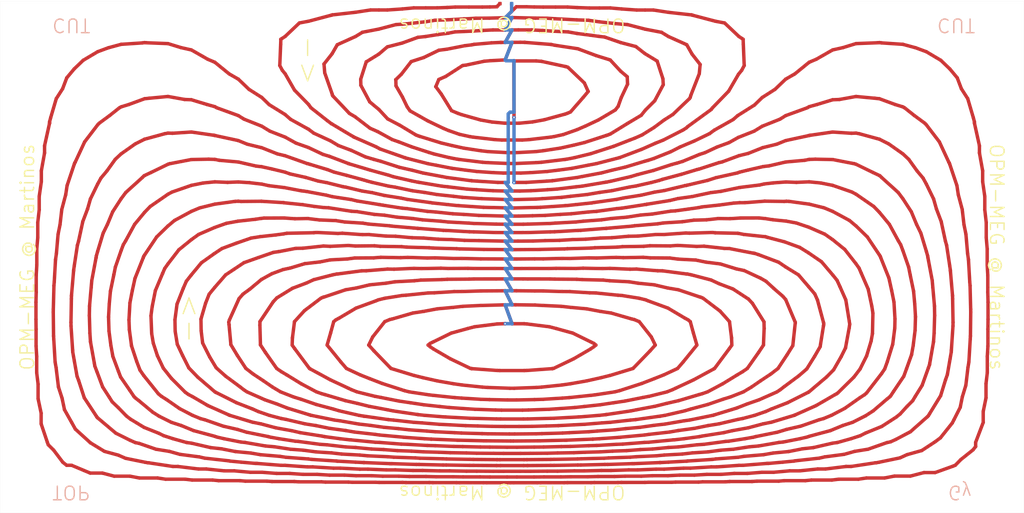
<source format=kicad_pcb>
(kicad_pcb (version 20221018) (generator pcbnew)
  (layers (0 "F.Cu" signal) (31 "B.Cu" signal) (34 "B.Paste" user) (35 "F.Paste" user) (36 "B.SilkS" user "B.Silkscreen") (37 "F.SilkS" user "F.Silkscreen") (38 "B.Mask" user) (39 "F.Mask" user) (44 "Edge.Cuts" user))
  (net 0 "")
  (net 1 "Net-(J1-Pin_1)")
  (footprint "Library:SolderWirePad_1x01_SMD_5x10mm_custom" (layer "F.Cu") (at 732.343547 3.25)
    (fp_text reference "J2")
    (fp_text value "Conn_01x01_Socket" hide)
  )
  (footprint "Library:SolderWirePad_1x01_SMD_5x10mm_custom" (layer "F.Cu") (at 749.431888 3.25)
    (fp_text reference "J1")
    (fp_text value "Conn_01x01_Socket" hide)
  )
  (gr_rect locked (start 0 0) (end 1500 750) (stroke (width 0.1)) (fill none) (layer "Edge.Cuts"))
  (gr_text "CUT" (at 75 35 180) (layer "B.SilkS") (effects (font (size 20 20) (thickness 2)) (justify left mirror)))
  (gr_text "CUT" (at 1430 35 180) (layer "B.SilkS") (effects (font (size 20 20) (thickness 2)) (justify right mirror)))
  (gr_text "TOP" (at 75 720 180) (layer "B.SilkS") (effects (font (size 20 20) (thickness 2)) (justify left mirror)))
  (gr_text "Gy" (at 1425 720 180) (layer "B.SilkS") (effects (font (size 20 20) (thickness 2)) (justify right mirror)))
  (gr_text "OPM-MEG @ Martinos" (at 750 35 180) (layer "F.SilkS") (effects (font (size 20 20) (thickness 2))))
  (gr_text "->" (at 435.378108 47.984743 270) (layer "F.SilkS") (effects (font (size 30 30) (thickness 2)) (justify left bottom)))
  (gr_text "OPM-MEG @ Martinos" (at 750 720 180) (layer "F.SilkS") (effects (font (size 20 20) (thickness 2))))
  (gr_text "->" (at 292.019941 503.433137 90) (layer "F.SilkS") (effects (font (size 30 30) (thickness 2)) (justify left bottom)))
  (gr_text "OPM-MEG @ Martinos" (at 1460 375 270) (layer "F.SilkS") (effects (font (size 20 20) (thickness 2))))
  (gr_text "OPM-MEG @ Martinos" (at 40 375 90) (layer "F.SilkS") (effects (font (size 20 20) (thickness 2))))
  (segment (start 726.81 406.9978) (end 740 406.93) (width 5) (layer "F.Cu") (net 1))
  (segment (start 1050.47 213.5324) (end 1068.06 207.06) (width 5) (layer "F.Cu") (net 1))
  (segment (start 1004.47 270.0101) (end 1006.33 269.61) (width 5) (layer "F.Cu") (net 1))
  (segment (start 959.89 208.0962) (end 939.86 216.97) (width 5) (layer "F.Cu") (net 1))
  (segment (start 1021.19 246.5732) (end 1023.95 245.92) (width 5) (layer "F.Cu") (net 1))
  (segment (start 1406.61 595.3226) (end 1397.58 613.15) (width 5) (layer "F.Cu") (net 1))
  (segment (start 1068.96 704.0695) (end 1062.41 704.52) (width 5) (layer "F.Cu") (net 1))
  (segment (start 752.41 705.8105) (end 747.59 705.81) (width 5) (layer "F.Cu") (net 1))
  (segment (start 540.12 503.9749) (end 545.92 492.04) (width 5) (layer "F.Cu") (net 1))
  (segment (start 993.56 629.3166) (end 981.02 631.49) (width 5) (layer "F.Cu") (net 1))
  (segment (start 555.06 40.603) (end 579.98 34.03) (width 5) (layer "F.Cu") (net 1))
  (segment (start 1322.65 223.6137) (end 1331.28 231.71) (width 5) (layer "F.Cu") (net 1))
  (segment (start 1156.85 688.4081) (end 1133.26 690.52) (width 5) (layer "F.Cu") (net 1))
  (segment (start 331.59 325.4419) (end 348.34 322.36) (width 5) (layer "F.Cu") (net 1))
  (segment (start 927.19 538.3123) (end 893.89 548.46) (width 5) (layer "F.Cu") (net 1))
  (segment (start 357.34 383.153) (end 378.89 375.51) (width 5) (layer "F.Cu") (net 1))
  (segment (start 1356.99 366.4545) (end 1358.99 373.57) (width 5) (layer "F.Cu") (net 1))
  (segment (start 958.69 279.7466) (end 972.83 277.45) (width 5) (layer "F.Cu") (net 1))
  (segment (start 1219.64 269.7555) (end 1247.98 279.55) (width 5) (layer "F.Cu") (net 1))
  (segment (start 1053.31 413.9761) (end 1073.74 421.73) (width 5) (layer "F.Cu") (net 1))
  (segment (start 1105.61 606.9874) (end 1087.97 611.68) (width 5) (layer "F.Cu") (net 1))
  (segment (start 317.54 638.8333) (end 313.96 637.59) (width 5) (layer "F.Cu") (net 1))
  (segment (start 158.54 68.0843) (end 177.35 62.99) (width 5) (layer "F.Cu") (net 1))
  (segment (start 589.17 61.0948) (end 612.05 52.76) (width 5) (layer "F.Cu") (net 1))
  (segment (start 425.63 172.9536) (end 452.05 187.58) (width 5) (layer "F.Cu") (net 1))
  (segment (start 1094.67 538.3123) (end 1087.94 542.94) (width 5) (layer "F.Cu") (net 1))
  (segment (start 637.52 651.5153) (end 625.99 651.22) (width 5) (layer "F.Cu") (net 1))
  (segment (start 694.63 325.6783) (end 727.03 326.63) (width 5) (layer "F.Cu") (net 1))
  (segment (start 400.24 440.4602) (end 405.64 434.7) (width 5) (layer "F.Cu") (net 1))
  (segment (start 740 265.4952) (end 750 278.05) (width 5) (layer "F.Cu") (net 1))
  (segment (start 942.61 580.6822) (end 915.5 586.09) (width 5) (layer "F.Cu") (net 1))
  (segment (start 1080.93 340.0597) (end 1089.72 341.76) (width 5) (layer "F.Cu") (net 1))
  (segment (start 1151.18 264.8005) (end 1166.65 265.4) (width 5) (layer "F.Cu") (net 1))
  (segment (start 779.03 623.1888) (end 760.32 623.37) (width 5) (layer "F.Cu") (net 1))
  (segment (start 932.08 667.6843) (end 923.31 668.36) (width 5) (layer "F.Cu") (net 1))
  (segment (start 835.76 560.6826) (end 823.08 562.54) (width 5) (layer "F.Cu") (net 1))
  (segment (start 878.24 606.9874) (end 849.93 609.28) (width 5) (layer "F.Cu") (net 1))
  (segment (start 53.87 362.9646) (end 55.27 346.23) (width 5) (layer "F.Cu") (net 1))
  (segment (start 541.6 147.3839) (end 528.61 123.1) (width 5) (layer "F.Cu") (net 1))
  (segment (start 413.48 101.0443) (end 409.81 94.07) (width 5) (layer "F.Cu") (net 1))
  (segment (start 1232.14 521.0946) (end 1221.17 540.23) (width 5) (layer "F.Cu") (net 1))
  (segment (start 1074.16 173.1713) (end 1080.46 167.59) (width 5) (layer "F.Cu") (net 1))
  (segment (start 1080.47 251.4825) (end 1083.56 250.34) (width 5) (layer "F.Cu") (net 1))
  (segment (start 918.38 316.4056) (end 938.41 313.3) (width 5) (layer "F.Cu") (net 1))
  (segment (start 992.54 357.8363) (end 1020.45 359.31) (width 5) (layer "F.Cu") (net 1))
  (segment (start 677.72 94.0274) (end 682.7 93.42) (width 5) (layer "F.Cu") (net 1))
  (segment (start 70.61 650.1322) (end 69.24 646.28) (width 5) (layer "F.Cu") (net 1))
  (segment (start 193.68 424.507) (end 197.71 406.14) (width 5) (layer "F.Cu") (net 1))
  (segment (start 439.58 632.3863) (end 427.71 629.61) (width 5) (layer "F.Cu") (net 1))
  (segment (start 1062.41 704.5237) (end 1029.26 704.52) (width 5) (layer "F.Cu") (net 1))
  (segment (start 1206.39 471.0997) (end 1206.7 473.12) (width 5) (layer "F.Cu") (net 1))
  (segment (start 717.59 653.5789) (end 703.58 653.46) (width 5) (layer "F.Cu") (net 1))
  (segment (start 528.61 123.0976) (end 528.34 114.18) (width 5) (layer "F.Cu") (net 1))
  (segment (start 785.37 87.307) (end 793.11 87.92) (width 5) (layer "F.Cu") (net 1))
  (segment (start 1244.74 473.3896) (end 1243.87 479.31) (width 5) (layer "F.Cu") (net 1))
  (segment (start 78.96 416.8201) (end 79.44 411.24) (width 5) (layer "F.Cu") (net 1))
  (segment (start 677.03 376.9243) (end 704.28 377.56) (width 5) (layer "F.Cu") (net 1))
  (segment (start 378.89 375.5056) (end 400.63 368) (width 5) (layer "F.Cu") (net 1))
  (segment (start 1164.04 606.767) (end 1163.48 606.99) (width 5) (layer "F.Cu") (net 1))
  (segment (start 1226.54 646.9008) (end 1219.61 647.81) (width 5) (layer "F.Cu") (net 1))
  (segment (start 609.31 195.9349) (end 585.57 181.61) (width 5) (layer "F.Cu") (net 1))
  (segment (start 824.95 195.3192) (end 811.14 198.38) (width 5) (layer "F.Cu") (net 1))
  (segment (start 693.56 680.4129) (end 688.1 680.41) (width 5) (layer "F.Cu") (net 1))
  (segment (start 995.47 694.6693) (end 978.36 695.54) (width 5) (layer "F.Cu") (net 1))
  (segment (start 1333.68 696.0905) (end 1310.21 696.09) (width 5) (layer "F.Cu") (net 1))
  (segment (start 291.04 341.6749) (end 314.45 331.52) (width 5) (layer "F.Cu") (net 1))
  (segment (start 1322.65 154.714) (end 1325.33 156.24) (width 5) (layer "F.Cu") (net 1))
  (segment (start 378.44 601.475) (end 369.96 597.72) (width 5) (layer "F.Cu") (net 1))
  (segment (start 952.67 376.1028) (end 981.1 376.33) (width 5) (layer "F.Cu") (net 1))
  (segment (start 313.96 637.5852) (end 283.52 629.4) (width 5) (layer "F.Cu") (net 1))
  (segment (start 762.39 662.8896) (end 737.61 662.89) (width 5) (layer "F.Cu") (net 1))
  (segment (start 979.12 675.6624) (end 967.29 676.27) (width 5) (layer "F.Cu") (net 1))
  (segment (start 1340.64 579.4271) (end 1337.02 585.54) (width 5) (layer "F.Cu") (net 1))
  (segment (start 541.64 553.2539) (end 527.66 547.71) (width 5) (layer "F.Cu") (net 1))
  (segment (start 486.39 19.9382) (end 486.6 19.84) (width 5) (layer "F.Cu") (net 1))
  (segment (start 141.28 608.4884) (end 123.42 581.34) (width 5) (layer "F.Cu") (net 1))
  (segment (start 1150.96 114.0126) (end 1164.37 106.31) (width 5) (layer "F.Cu") (net 1))
  (segment (start 447.52 258.0674) (end 465.97 263.43) (width 5) (layer "F.Cu") (net 1))
  (segment (start 57.39 305.569) (end 57.39 286.1) (width 5) (layer "F.Cu") (net 1))
  (segment (start 791.13 363.6972) (end 826.79 362.96) (width 5) (layer "F.Cu") (net 1))
  (segment (start 169.61 633.1795) (end 143.2 610.89) (width 5) (layer "F.Cu") (net 1))
  (segment (start 770.77 265.4444) (end 800.72 263.61) (width 5) (layer "F.Cu") (net 1))
  (segment (start 289.86 551.1709) (end 276.59 537.46) (width 5) (layer "F.Cu") (net 1))
  (segment (start 540.64 593.7841) (end 522.95 589.39) (width 5) (layer "F.Cu") (net 1))
  (segment (start 656.45 323.4748) (end 686.74 325.15) (width 5) (layer "F.Cu") (net 1))
  (segment (start 891.6 669.4862) (end 884.74 669.89) (width 5) (layer "F.Cu") (net 1))
  (segment (start 599.7 628.3002) (end 583.72 626.53) (width 5) (layer "F.Cu") (net 1))
  (segment (start 386.84 317.7666) (end 416.26 317.63) (width 5) (layer "F.Cu") (net 1))
  (segment (start 737.97 689.0525) (end 722.59 689.05) (width 5) (layer "F.Cu") (net 1))
  (segment (start 1041.97 158.4162) (end 1007.32 183.68) (width 5) (layer "F.Cu") (net 1))
  (segment (start 1132.46 266.1864) (end 1151.18 264.8) (width 5) (layer "F.Cu") (net 1))
  (segment (start 1202.39 266.2947) (end 1219.64 269.76) (width 5) (layer "F.Cu") (net 1))
  (segment (start 1111.18 371.3887) (end 1140.66 382.51) (width 5) (layer "F.Cu") (net 1))
  (segment (start 147.8 259.14) (end 156.62 248.57) (width 5) (layer "F.Cu") (net 1))
  (segment (start 1409.54 305.0947) (end 1412.14 327.51) (width 5) (layer "F.Cu") (net 1))
  (segment (start 1150.96 204.1101) (end 1184.63 196.84) (width 5) (layer "F.Cu") (net 1))
  (segment (start 663.7 697.09) (end 639.08 697.09) (width 5) (layer "F.Cu") (net 1))
  (segment (start 1006.33 269.6148) (end 1036.81 262.43) (width 5) (layer "F.Cu") (net 1))
  (segment (start 1434.77 211.7123) (end 1434.77 222.18) (width 5) (layer "F.Cu") (net 1))
  (segment (start 856.03 594.0645) (end 842.04 595.54) (width 5) (layer "F.Cu") (net 1))
  (segment (start 121.26 322.7861) (end 128.24 304.32) (width 5) (layer "F.Cu") (net 1))
  (segment (start 1289.13 255.9215) (end 1291.44 258.18) (width 5) (layer "F.Cu") (net 1))
  (segment (start 1011.01 141.0469) (end 1009.98 142.58) (width 5) (layer "F.Cu") (net 1))
  (segment (start 1166.65 265.3982) (end 1185.3 264.61) (width 5) (layer "F.Cu") (net 1))
  (segment (start 498.26 615.0805) (end 489.64 613.91) (width 5) (layer "F.Cu") (net 1))
  (segment (start 663.34 311.4724) (end 679.39 312.36) (width 5) (layer "F.Cu") (net 1))
  (segment (start 1142.63 172.716) (end 1150.96 167.5) (width 5) (layer "F.Cu") (net 1))
  (segment (start 1368.9 446.7708) (end 1369.14 460.59) (width 5) (layer "F.Cu") (net 1))
  (segment (start 634.24 499.4937) (end 661.02 486.41) (width 5) (layer "F.Cu") (net 1))
  (segment (start 1277.18 447.3185) (end 1278.71 457.31) (width 5) (layer "F.Cu") (net 1))
  (segment (start 745.15 237.7223) (end 714.69 236.47) (width 5) (layer "F.Cu") (net 1))
  (segment (start 989.79 567.2145) (end 984.86 569.51) (width 5) (layer "F.Cu") (net 1))
  (segment (start 740 406.9316) (end 750 424.33) (width 5) (layer "F.Cu") (net 1))
  (segment (start 1152.79 518.5003) (end 1139.68 538.31) (width 5) (layer "F.Cu") (net 1))
  (segment (start 760.32 623.3651) (end 739.68 623.36) (width 5) (layer "F.Cu") (net 1))
  (segment (start 687.64 337.8424) (end 694.1 337.97) (width 5) (layer "F.Cu") (net 1))
  (segment (start 303.27 151.2147) (end 314.7 154.38) (width 5) (layer "F.Cu") (net 1))
  (segment (start 1390.65 237.0537) (end 1391.32 238.9) (width 5) (layer "F.Cu") (net 1))
  (segment (start 1152.29 627.661) (end 1138.92 631.7) (width 5) (layer "F.Cu") (net 1))
  (segment (start 238.13 398.9803) (end 241.24 391.7) (width 5) (layer "F.Cu") (net 1))
  (segment (start 766.29 406.9315) (end 773.19 407) (width 5) (layer "F.Cu") (net 1))
  (segment (start 904.18 360.3569) (end 911.77 359.68) (width 5) (layer "F.Cu") (net 1))
  (segment (start 750 60.0902) (end 762.32 60.01) (width 5) (layer "F.Cu") (net 1))
  (segment (start 412.03 680.3486) (end 376.35 677.54) (width 5) (layer "F.Cu") (net 1))
  (segment (start 1252.14 659.8449) (end 1236.49 664.23) (width 5) (layer "F.Cu") (net 1))
  (segment (start 782.96 583.9377) (end 756.79 584.47) (width 5) (layer "F.Cu") (net 1))
  (segment (start 898.62 588.5967) (end 879.18 591.54) (width 5) (layer "F.Cu") (net 1))
  (segment (start 1164.37 106.311) (end 1185.3 89.29) (width 5) (layer "F.Cu") (net 1))
  (segment (start 1118.45 664.7394) (end 1090.17 667.15) (width 5) (layer "F.Cu") (net 1))
  (segment (start 630.04 294.9949) (end 633.07 295.51) (width 5) (layer "F.Cu") (net 1))
  (segment (start 915.66 243.0845) (end 945.81 234.01) (width 5) (layer "F.Cu") (net 1))
  (segment (start 906.64 639.3451) (end 878.17 641.32) (width 5) (layer "F.Cu") (net 1))
  (segment (start 1170.28 548.9632) (end 1148.94 564.82) (width 5) (layer "F.Cu") (net 1))
  (segment (start 211.06 624.7323) (end 191.05 612.57) (width 5) (layer "F.Cu") (net 1))
  (segment (start 204.16 698.8892) (end 190.24 696.22) (width 5) (layer "F.Cu") (net 1))
  (segment (start 160.01 443.8495) (end 161.74 424.92) (width 5) (layer "F.Cu") (net 1))
  (segment (start 620.71 82.3164) (end 642.87 71.65) (width 5) (layer "F.Cu") (net 1))
  (segment (start 349.04 293.0739) (end 353.39 293.36) (width 5) (layer "F.Cu") (net 1))
  (segment (start 888.74 605.7881) (end 887.48 605.98) (width 5) (layer "F.Cu") (net 1))
  (segment (start 405.22 692.2092) (end 383.81 690.52) (width 5) (layer "F.Cu") (net 1))
  (segment (start 836.65 311.4676) (end 862.11 308.79) (width 5) (layer "F.Cu") (net 1))
  (segment (start 1013.61 19.9932) (end 1014.68 20.34) (width 5) (layer "F.Cu") (net 1))
  (segment (start 562.4 624.5804) (end 541.46 621.61) (width 5) (layer "F.Cu") (net 1))
  (segment (start 304.28 84.8735) (end 314.7 89.29) (width 5) (layer "F.Cu") (net 1))
  (segment (start 893.96 617.2597) (end 881.66 618.11) (width 5) (layer "F.Cu") (net 1))
  (segment (start 882.8 391.812) (end 893.5 391.47) (width 5) (layer "F.Cu") (net 1))
  (segment (start 306.33 429.3707) (end 314.48 419.44) (width 5) (layer "F.Cu") (net 1))
  (segment (start 801.06 249.49) (end 776.89 251.14) (width 5) (layer "F.Cu") (net 1))
  (segment (start 506.21 422.9046) (end 521.97 420.27) (width 5) (layer "F.Cu") (net 1))
  (segment (start 875.96 696.7299) (end 860.92 697.09) (width 5) (layer "F.Cu") (net 1))
  (segment (start 584.31 696.2208) (end 560.69 696.22) (width 5) (layer "F.Cu") (net 1))
  (segment (start 950.91 634.9091) (end 944.09 635.87) (width 5) (layer "F.Cu") (net 1))
  (segment (start 1183.42 573.474) (end 1153.56 588.53) (width 5) (layer "F.Cu") (net 1))
  (segment (start 811.64 611.2893) (end 806.61 611.43) (width 5) (layer "F.Cu") (net 1))
  (segment (start 556.83 216.4845) (end 551.16 213.37) (width 5) (layer "F.Cu") (net 1))
  (segment (start 1055.92 658.1011) (end 1037.19 660.61) (width 5) (layer "F.Cu") (net 1))
  (segment (start 1259.68 581.1586) (end 1237.34 596.87) (width 5) (layer "F.Cu") (net 1))
  (segment (start 720.72 176.893) (end 703.84 173.86) (width 5) (layer "F.Cu") (net 1))
  (segment (start 557.72 234.472) (end 584.8 243.27) (width 5) (layer "F.Cu") (net 1))
  (segment (start 999.44 323.15) (end 1016.34 320.82) (width 5) (layer "F.Cu") (net 1))
  (segment (start 449.01 412.9375) (end 459.46 408.14) (width 5) (layer "F.Cu") (net 1))
  (segment (start 505.14 191.0755) (end 485.99 179.63) (width 5) (layer "F.Cu") (net 1))
  (segment (start 383.38 140.8623) (end 394.34 151.48) (width 5) (layer "F.Cu") (net 1))
  (segment (start 1029.91 435.2999) (end 1054.75 454.11) (width 5) (layer "F.Cu") (net 1))
  (segment (start 381.28 344.9725) (end 403.92 342.47) (width 5) (layer "F.Cu") (net 1))
  (segment (start 970.46 260.9665) (end 998.17 253.54) (width 5) (layer "F.Cu") (net 1))
  (segment (start 672.35 643.4819) (end 669.9 643.44) (width 5) (layer "F.Cu") (net 1))
  (segment (start 1247.98 279.5516) (end 1253.97 282.75) (width 5) (layer "F.Cu") (net 1))
  (segment (start 751.92 644.6677) (end 748.08 644.67) (width 5) (layer "F.Cu") (net 1))
  (segment (start 521.97 420.2704) (end 541.49 415.65) (width 5) (layer "F.Cu") (net 1))
  (segment (start 750.56 23.7252) (end 784.07 24.51) (width 5) (layer "F.Cu") (net 1))
  (segment (start 276.59 537.4641) (end 267.4 519.22) (width 5) (layer "F.Cu") (net 1))
  (segment (start 728.59 541.251) (end 690.97 538.54) (width 5) (layer "F.Cu") (net 1))
  (segment (start 1148.92 293.328) (end 1151.91 293.11) (width 5) (layer "F.Cu") (net 1))
  (segment (start 776.89 251.1381) (end 762.89 251.72) (width 5) (layer "F.Cu") (net 1))
  (segment (start 108.68 98.9918) (end 121.78 86.42) (width 5) (layer "F.Cu") (net 1))
  (segment (start 584.5 586.0894) (end 557.39 580.68) (width 5) (layer "F.Cu") (net 1))
  (segment (start 579.98 34.0342) (end 589.4 33.39) (width 5) (layer "F.Cu") (net 1))
  (segment (start 1012.12 137.382) (end 1011.01 141.05) (width 5) (layer "F.Cu") (net 1))
  (segment (start 602.99 263.2279) (end 611.81 265.06) (width 5) (layer "F.Cu") (net 1))
  (segment (start 900.28 572.6499) (end 870.89 577.1) (width 5) (layer "F.Cu") (net 1))
  (segment (start 673.21 362.9664) (end 708.87 363.7) (width 5) (layer "F.Cu") (net 1))
  (segment (start 733.16 680.6734) (end 727.4 680.67) (width 5) (layer "F.Cu") (net 1))
  (segment (start 915.69 696.2211) (end 900.16 696.73) (width 5) (layer "F.Cu") (net 1))
  (segment (start 951.97 358.3582) (end 982.04 358.57) (width 5) (layer "F.Cu") (net 1))
  (segment (start 929.85 200.5997) (end 922.62 203.32) (width 5) (layer "F.Cu") (net 1))
  (segment (start 216.92 676.6675) (end 212.47 675.82) (width 5) (layer "F.Cu") (net 1))
  (segment (start 177.35 365.4485) (end 180.58 356.85) (width 5) (layer "F.Cu") (net 1))
  (segment (start 53.69 544.3603) (end 53.69 520.64) (width 5) (layer "F.Cu") (net 1))
  (segment (start 1391.72 524.3933) (end 1387.74 547.41) (width 5) (layer "F.Cu") (net 1))
  (segment (start 639.08 697.09) (end 624.04 696.73) (width 5) (layer "F.Cu") (net 1))
  (segment (start 740 391.7668) (end 750 406.93) (width 5) (layer "F.Cu") (net 1))
  (segment (start 759.7 314.8378) (end 780.01 314.37) (width 5) (layer "F.Cu") (net 1))
  (segment (start 600.64 160.5485) (end 596.42 154.59) (width 5) (layer "F.Cu") (net 1))
  (segment (start 832.03 96.7101) (end 856.01 119.67) (width 5) (layer "F.Cu") (net 1))
  (segment (start 78.73 495.5797) (end 78.41 490.72) (width 5) (layer "F.Cu") (net 1))
  (segment (start 1013.35 19.8755) (end 1013.61 19.99) (width 5) (layer "F.Cu") (net 1))
  (segment (start 931.4 66.2072) (end 944.61 76.53) (width 5) (layer "F.Cu") (net 1))
  (segment (start 656.67 46.6682) (end 666.39 44.76) (width 5) (layer "F.Cu") (net 1))
  (segment (start 584.36 206.1141) (end 574.56 202.67) (width 5) (layer "F.Cu") (net 1))
  (segment (start 143.01 366.4576) (end 151.05 339.89) (width 5) (layer "F.Cu") (net 1))
  (segment (start 907.7 229.0994) (end 907.62 229.13) (width 5) (layer "F.Cu") (net 1))
  (segment (start 57.39 286.0976) (end 60.52 264.33) (width 5) (layer "F.Cu") (net 1))
  (segment (start 740 278.0479) (end 750 290.6) (width 5) (layer "F.Cu") (net 1))
  (segment (start 579.79 114.7193) (end 579.79 114.72) (width 5) (layer "F.Cu") (net 1))
  (segment (start 132.49 499.1008) (end 131.64 486.52) (width 5) (layer "F.Cu") (net 1))
  (segment (start 321.07 233.0097) (end 349.04 235.5) (width 5) (layer "F.Cu") (net 1))
  (segment (start 1048.9 258.5135) (end 1080.47 251.48) (width 5) (layer "F.Cu") (net 1))
  (segment (start 993.79 422.8956) (end 1025.03 433.42) (width 5) (layer "F.Cu") (net 1))
  (segment (start 166.8 400.5022) (end 168.96 389.63) (width 5) (layer "F.Cu") (net 1))
  (segment (start 1396.32 681.4513) (end 1369.86 690.94) (width 5) (layer "F.Cu") (net 1))
  (segment (start 647.79 256.9194) (end 654.48 258.23) (width 5) (layer "F.Cu") (net 1))
  (segment (start 1389.92 235.8599) (end 1390.65 237.05) (width 5) (layer "F.Cu") (net 1))
  (segment (start 305.57 231.4203) (end 314.7 231.69) (width 5) (layer "F.Cu") (net 1))
  (segment (start 335.64 106.3068) (end 349.04 114) (width 5) (layer "F.Cu") (net 1))
  (segment (start 971.11 113.5659) (end 971.58 122.19) (width 5) (layer "F.Cu") (net 1))
  (segment (start 634.47 361.7395) (end 668.86 362.71) (width 5) (layer "F.Cu") (net 1))
  (segment (start 589.58 705.4069) (end 555.42 705.41) (width 5) (layer "F.Cu") (net 1))
  (segment (start 1309.56 440.8766) (end 1311.03 465.61) (width 5) (layer "F.Cu") (net 1))
  (segment (start 452.05 187.5832) (end 459.54 193.21) (width 5) (layer "F.Cu") (net 1))
  (segment (start 597.26 375.3982) (end 626.11 376.31) (width 5) (layer "F.Cu") (net 1))
  (segment (start 263.14 597.1993) (end 244.22 584.07) (width 5) (layer "F.Cu") (net 1))
  (segment (start 656.16 271.9256) (end 684.15 275.24) (width 5) (layer "F.Cu") (net 1))
  (segment (start 383.44 267.9631) (end 394.15 270.32) (width 5) (layer "F.Cu") (net 1))
  (segment (start 944.94 40.7145) (end 968.99 45.35) (width 5) (layer "F.Cu") (net 1))
  (segment (start 483.58 379.0836) (end 508.79 377.73) (width 5) (layer "F.Cu") (net 1))
  (segment (start 342.65 392.9382) (end 357.34 383.15) (width 5) (layer "F.Cu") (net 1))
  (segment (start 753.08 567.2882) (end 746.92 567.29) (width 5) (layer "F.Cu") (net 1))
  (segment (start 835.73 162.1205) (end 831.23 164.07) (width 5) (layer "F.Cu") (net 1))
  (segment (start 1239.41 682.0059) (end 1209.37 685.69) (width 5) (layer "F.Cu") (net 1))
  (segment (start 1088.9 572.6499) (end 1069.84 580.11) (width 5) (layer "F.Cu") (net 1))
  (segment (start 1103.7 639.058) (end 1091.09 641.32) (width 5) (layer "F.Cu") (net 1))
  (segment (start 514.33 643.0616) (end 512.4 642.95) (width 5) (layer "F.Cu") (net 1))
  (segment (start 1302.82 326.944) (end 1316.03 351.2) (width 5) (layer "F.Cu") (net 1))
  (segment (start 268.37 420.861) (end 268.37 420.86) (width 5) (layer "F.Cu") (net 1))
  (segment (start 972.83 685.9044) (end 961.06 685.9) (width 5) (layer "F.Cu") (net 1))
  (segment (start 568.88 613.2874) (end 533.82 608.32) (width 5) (layer "F.Cu") (net 1))
  (segment (start 1253.97 193.1528) (end 1259.23 194.2) (width 5) (layer "F.Cu") (net 1))
  (segment (start 364.77 129.0174) (end 383.38 140.86) (width 5) (layer "F.Cu") (net 1))
  (segment (start 646.16 207.5787) (end 615.08 198.01) (width 5) (layer "F.Cu") (net 1))
  (segment (start 222.86 447.7877) (end 227.58 424.03) (width 5) (layer "F.Cu") (net 1))
  (segment (start 446.96 619.5431) (end 418.04 612.77) (width 5) (layer "F.Cu") (net 1))
  (segment (start 750 278.0476) (end 761.43 278.05) (width 5) (layer "F.Cu") (net 1))
  (segment (start 832.33 44.7627) (end 845.29 47.07) (width 5) (layer "F.Cu") (net 1))
  (segment (start 211.69 371.9737) (end 229.41 345.46) (width 5) (layer "F.Cu") (net 1))
  (segment (start 976.94 572.6499) (end 950.93 579.11) (width 5) (layer "F.Cu") (net 1))
  (segment (start 380.69 474.9425) (end 380.79 469.5) (width 5) (layer "F.Cu") (net 1))
  (segment (start 637.55 631.0744) (end 625.2 630.07) (width 5) (layer "F.Cu") (net 1))
  (segment (start 91.69 128.0897) (end 97.76 112.06) (width 5) (layer "F.Cu") (net 1))
  (segment (start 1000.84 528.6478) (end 992.51 538.31) (width 5) (layer "F.Cu") (net 1))
  (segment (start 815.84 275.2383) (end 843.84 271.92) (width 5) (layer "F.Cu") (net 1))
  (segment (start 1331.28 231.7079) (end 1343.38 248.57) (width 5) (layer "F.Cu") (net 1))
  (segment (start 1359.99 537.4323) (end 1350.79 563.11) (width 5) (layer "F.Cu") (net 1))
  (segment (start 900.3 628.3024) (end 874.79 630.08) (width 5) (layer "F.Cu") (net 1))
  (segment (start 993.33 289.1067) (end 1013.77 286.25) (width 5) (layer "F.Cu") (net 1))
  (segment (start 544.12 656.4056) (end 520.71 654.16) (width 5) (layer "F.Cu") (net 1))
  (segment (start 60.52 264.3271) (end 60.52 248.45) (width 5) (layer "F.Cu") (net 1))
  (segment (start 1396.08 470.6042) (end 1396.01 476.03) (width 5) (layer "F.Cu") (net 1))
  (segment (start 793.11 87.9226) (end 828.06 95.49) (width 5) (layer "F.Cu") (net 1))
  (segment (start 103.93 470.6052) (end 104.53 436.27) (width 5) (layer "F.Cu") (net 1))
  (segment (start 549.82 646.4662) (end 514.33 643.06) (width 5) (layer "F.Cu") (net 1))
  (segment (start 587.13 288.3936) (end 596.72 290.39) (width 5) (layer "F.Cu") (net 1))
  (segment (start 850.59 335.7361) (end 887.75 332.82) (width 5) (layer "F.Cu") (net 1))
  (segment (start 1385.14 554.7374) (end 1377.94 578.22) (width 5) (layer "F.Cu") (net 1))
  (segment (start 501.49 339.9791) (end 530.76 342.03) (width 5) (layer "F.Cu") (net 1))
  (segment (start 518.04 198.7072) (end 505.14 191.08) (width 5) (layer "F.Cu") (net 1))
  (segment (start 1056.22 278.5162) (end 1083.51 272.89) (width 5) (layer "F.Cu") (net 1))
  (segment (start 394.37 606.9874) (end 378.44 601.48) (width 5) (layer "F.Cu") (net 1))
  (segment (start 474.61 91.8455) (end 474.61 91.85) (width 5) (layer "F.Cu") (net 1))
  (segment (start 1229.7 143.8359) (end 1253.97 139.45) (width 5) (layer "F.Cu") (net 1))
  (segment (start 383.81 690.5226) (end 366.74 690.52) (width 5) (layer "F.Cu") (net 1))
  (segment (start 787.04 705.8105) (end 752.41 705.81) (width 5) (layer "F.Cu") (net 1))
  (segment (start 1278.57 250.7957) (end 1288.31 255.37) (width 5) (layer "F.Cu") (net 1))
  (segment (start 881.66 618.1146) (end 856.19 620.18) (width 5) (layer "F.Cu") (net 1))
  (segment (start 740 364.0072) (end 750 377.77) (width 5) (layer "F.Cu") (net 1))
  (segment (start 1219.64 144.2887) (end 1229.7 143.84) (width 5) (layer "F.Cu") (net 1))
  (segment (start 596.42 154.5874) (end 589.46 140.17) (width 5) (layer "F.Cu") (net 1))
  (segment (start 502.71 271.8038) (end 506.28 272.35) (width 5) (layer "F.Cu") (net 1))
  (segment (start 904.43 303.7737) (end 910.81 303.23) (width 5) (layer "F.Cu") (net 1))
  (segment (start 712.31 644.3849) (end 708.81 644.36) (width 5) (layer "F.Cu") (net 1))
  (segment (start 482.64 626.0841) (end 462.82 622.04) (width 5) (layer "F.Cu") (net 1))
  (segment (start 388.88 651.9784) (end 358.67 646.74) (width 5) (layer "F.Cu") (net 1))
  (segment (start 630.24 506.4659) (end 627.07 503.97) (width 5) (layer "F.Cu") (net 1))
  (segment (start 594.76 430.8787) (end 627.22 427.55) (width 5) (layer "F.Cu") (net 1))
  (segment (start 1036.36 572.6499) (end 1027.8 575.59) (width 5) (layer "F.Cu") (net 1))
  (segment (start 784.07 24.5108) (end 800.96 24.67) (width 5) (layer "F.Cu") (net 1))
  (segment (start 1281.4 142.0284) (end 1288.31 142.79) (width 5) (layer "F.Cu") (net 1))
  (segment (start 548.59 358.4154) (end 557.06 359.17) (width 5) (layer "F.Cu") (net 1))
  (segment (start 1188.54 701.8951) (end 1179.76 702.8) (width 5) (layer "F.Cu") (net 1))
  (segment (start 861.89 27.7187) (end 878.02 30) (width 5) (layer "F.Cu") (net 1))
  (segment (start 159.61 483.5234) (end 158.97 462.78) (width 5) (layer "F.Cu") (net 1))
  (segment (start 494.39 399.7643) (end 529.83 395.07) (width 5) (layer "F.Cu") (net 1))
  (segment (start 578.37 411.1833) (end 606.95 409.67) (width 5) (layer "F.Cu") (net 1))
  (segment (start 78.41 490.7172) (end 78 455.71) (width 5) (layer "F.Cu") (net 1))
  (segment (start 1045.63 606.6369) (end 1044.33 606.99) (width 5) (layer "F.Cu") (net 1))
  (segment (start 585.57 181.6052) (end 567.92 172.39) (width 5) (layer "F.Cu") (net 1))
  (segment (start 1054.75 454.1088) (end 1068.62 469.64) (width 5) (layer "F.Cu") (net 1))
  (segment (start 554.83 77.3668) (end 567.34 66.71) (width 5) (layer "F.Cu") (net 1))
  (segment (start 604.26 277.7269) (end 621.85 280.16) (width 5) (layer "F.Cu") (net 1))
  (segment (start 894.1 9.6488) (end 910.63 11.13) (width 5) (layer "F.Cu") (net 1))
  (segment (start 1206.36 475.413) (end 1201.42 506.34) (width 5) (layer "F.Cu") (net 1))
  (segment (start 1184.65 418.4623) (end 1193.57 429.03) (width 5) (layer "F.Cu") (net 1))
  (segment (start 150.01 691.6849) (end 132.06 691.68) (width 5) (layer "F.Cu") (net 1))
  (segment (start 756.3 424.3286) (end 783.29 424.59) (width 5) (layer "F.Cu") (net 1))
  (segment (start 143.01 73.8207) (end 158.54 68.08) (width 5) (layer "F.Cu") (net 1))
  (segment (start 530.9 45.2899) (end 555.06 40.6) (width 5) (layer "F.Cu") (net 1))
  (segment (start 493.09 399.8342) (end 494.39 399.76) (width 5) (layer "F.Cu") (net 1))
  (segment (start 259.67 502.7912) (end 256.55 483.6) (width 5) (layer "F.Cu") (net 1))
  (segment (start 351.42 702.8033) (end 320.24 702.8) (width 5) (layer "F.Cu") (net 1))
  (segment (start 416.34 273.0181) (end 441.26 277.75) (width 5) (layer "F.Cu") (net 1))
  (segment (start 690.72 538.518) (end 689.31 538.31) (width 5) (layer "F.Cu") (net 1))
  (segment (start 510.16 357.9737) (end 520.72 358.71) (width 5) (layer "F.Cu") (net 1))
  (segment (start 1096.02 222.9414) (end 1117.2 214.5) (width 5) (layer "F.Cu") (net 1))
  (segment (start 670.82 164.1962) (end 661.46 160.29) (width 5) (layer "F.Cu") (net 1))
  (segment (start 666.29 581.0402) (end 634.56 577.69) (width 5) (layer "F.Cu") (net 1))
  (segment (start 459.54 193.2093) (end 484.17 204.54) (width 5) (layer "F.Cu") (net 1))
  (segment (start 405.06 590.1587) (end 388.28 584.35) (width 5) (layer "F.Cu") (net 1))
  (segment (start 638.36 125.0612) (end 638.36 125.06) (width 5) (layer "F.Cu") (net 1))
  (segment (start 982.74 307.5786) (end 989.31 307.17) (width 5) (layer "F.Cu") (net 1))
  (segment (start 806.44 680.4135) (end 772.6 680.67) (width 5) (layer "F.Cu") (net 1))
  (segment (start 1421.93 451.4653) (end 1422 455.71) (width 5) (layer "F.Cu") (net 1))
  (segment (start 896.26 346.5798) (end 920.53 344.42) (width 5) (layer "F.Cu") (net 1))
  (segment (start 431.35 469.6373) (end 445.92 453.54) (width 5) (layer "F.Cu") (net 1))
  (segment (start 1083.54 295.2144) (end 1091.34 295.19) (width 5) (layer "F.Cu") (net 1))
  (segment (start 955.88 656.4066) (end 938.1 657.21) (width 5) (layer "F.Cu") (net 1))
  (segment (start 637.11 376.099) (end 665.15 377) (width 5) (layer "F.Cu") (net 1))
  (segment (start 694.32 407.0363) (end 726.81 407) (width 5) (layer "F.Cu") (net 1))
  (segment (start 1102.19 442.7421) (end 1119.16 469.97) (width 5) (layer "F.Cu") (net 1))
  (segment (start 1356.99 181.0288) (end 1376.06 205.99) (width 5) (layer "F.Cu") (net 1))
  (segment (start 452.05 151.2557) (end 431.43 130.17) (width 5) (layer "F.Cu") (net 1))
  (segment (start 931.12 613.2892) (end 923.48 613.99) (width 5) (layer "F.Cu") (net 1))
  (segment (start 176.65 550.8413) (end 173.46 542.45) (width 5) (layer "F.Cu") (net 1))
  (segment (start 1199.85 613.5406) (end 1173.25 622.81) (width 5) (layer "F.Cu") (net 1))
  (segment (start 820.79 215.1689) (end 795.31 219.06) (width 5) (layer "F.Cu") (net 1))
  (segment (start 1219.64 191.5698) (end 1247.35 193.42) (width 5) (layer "F.Cu") (net 1))
  (segment (start 1013.78 77.3365) (end 1025.62 92.53) (width 5) (layer "F.Cu") (net 1))
  (segment (start 520.73 51.5228) (end 530.9 45.29) (width 5) (layer "F.Cu") (net 1))
  (segment (start 110.39 627.2579) (end 104.87 617.35) (width 5) (layer "F.Cu") (net 1))
  (segment (start 922.62 203.324) (end 898.99 212.51) (width 5) (layer "F.Cu") (net 1))
  (segment (start 313.13 196.323) (end 314.7 196.56) (width 5) (layer "F.Cu") (net 1))
  (segment (start 879.38 660.552) (end 856.95 661.14) (width 5) (layer "F.Cu") (net 1))
  (segment (start 347.63 519.1463) (end 338.19 503.45) (width 5) (layer "F.Cu") (net 1))
  (segment (start 1068.16 362.3746) (end 1103.26 369.19) (width 5) (layer "F.Cu") (net 1))
  (segment (start 1279.05 600.5055) (end 1268.01 607.61) (width 5) (layer "F.Cu") (net 1))
  (segment (start 587.71 649.1894) (end 555.89 646.74) (width 5) (layer "F.Cu") (net 1))
  (segment (start 1120.14 292.9646) (end 1148.92 293.33) (width 5) (layer "F.Cu") (net 1))
  (segment (start 1322.65 62.9762) (end 1341.47 68.08) (width 5) (layer "F.Cu") (net 1))
  (segment (start 428.42 420.6873) (end 449.01 412.94) (width 5) (layer "F.Cu") (net 1))
  (segment (start 479 650.2193) (end 469.15 649.58) (width 5) (layer "F.Cu") (net 1))
  (segment (start 579.03 687.0346) (end 565.97 687.03) (width 5) (layer "F.Cu") (net 1))
  (segment (start 142.09 543.3785) (end 138.92 534.9) (width 5) (layer "F.Cu") (net 1))
  (segment (start 542.44 247.4688) (end 569.06 254.8) (width 5) (layer "F.Cu") (net 1))
  (segment (start 1220.1 401.4488) (end 1226.13 408.97) (width 5) (layer "F.Cu") (net 1))
  (segment (start 1444.73 346.2271) (end 1446.13 362.96) (width 5) (layer "F.Cu") (net 1))
  (segment (start 1418.71 378.7152) (end 1420.57 411.24) (width 5) (layer "F.Cu") (net 1))
  (segment (start 1289.54 374.0176) (end 1290.21 375.81) (width 5) (layer "F.Cu") (net 1))
  (segment (start 415.48 295.224) (end 443.44 298.12) (width 5) (layer "F.Cu") (net 1))
  (segment (start 200.22 528.0876) (end 192.63 505.15) (width 5) (layer "F.Cu") (net 1))
  (segment (start 958.54 621.615) (end 937.61 624.58) (width 5) (layer "F.Cu") (net 1))
  (segment (start 1234.45 621.9633) (end 1216.48 629.39) (width 5) (layer "F.Cu") (net 1))
  (segment (start 944.58 705.407) (end 910.42 705.41) (width 5) (layer "F.Cu") (net 1))
  (segment (start 944.11 646.7425) (end 912.3 649.19) (width 5) (layer "F.Cu") (net 1))
  (segment (start 1291.69 623.3006) (end 1267.85 633.01) (width 5) (layer "F.Cu") (net 1))
  (segment (start 487.89 138.9743) (end 487 137.71) (width 5) (layer "F.Cu") (net 1))
  (segment (start 1081.77 106.8902) (end 1067.35 131.72) (width 5) (layer "F.Cu") (net 1))
  (segment (start 1185.3 231.6987) (end 1194.41 231.43) (width 5) (layer "F.Cu") (net 1))
  (segment (start 441.28 560.7488) (end 420.16 547.78) (width 5) (layer "F.Cu") (net 1))
  (segment (start 239.78 636.8745) (end 232.92 633.46) (width 5) (layer "F.Cu") (net 1))
  (segment (start 750 314.838) (end 759.7 314.84) (width 5) (layer "F.Cu") (net 1))
  (segment (start 936.4 469.6373) (end 954.07 492.04) (width 5) (layer "F.Cu") (net 1))
  (segment (start 1043.46 156.3202) (end 1041.97 158.42) (width 5) (layer "F.Cu") (net 1))
  (segment (start 246.03 193.14) (end 252.67 193.4) (width 5) (layer "F.Cu") (net 1))
  (segment (start 698.35 662.5676) (end 683.1 662.2) (width 5) (layer "F.Cu") (net 1))
  (segment (start 983.9 705.1809) (end 949.99 705.18) (width 5) (layer "F.Cu") (net 1))
  (segment (start 567.87 598.9221) (end 540.64 593.78) (width 5) (layer "F.Cu") (net 1))
  (segment (start 1304.5 645.9091) (end 1299.06 647.04) (width 5) (layer "F.Cu") (net 1))
  (segment (start 801.65 662.5684) (end 777.13 662.77) (width 5) (layer "F.Cu") (net 1))
  (segment (start 690.92 63.7682) (end 694.41 63.03) (width 5) (layer "F.Cu") (net 1))
  (segment (start 1023.07 302.4843) (end 1028.26 301.38) (width 5) (layer "F.Cu") (net 1))
  (segment (start 811.28 43.7744) (end 832.33 44.76) (width 5) (layer "F.Cu") (net 1))
  (segment (start 665.15 376.9953) (end 677.03 376.92) (width 5) (layer "F.Cu") (net 1))
  (segment (start 1338.27 424.9188) (end 1340 443.86) (width 5) (layer "F.Cu") (net 1))
  (segment (start 511.75 164.2331) (end 487.89 138.97) (width 5) (layer "F.Cu") (net 1))
  (segment (start 1017.36 626.0833) (end 993.56 629.32) (width 5) (layer "F.Cu") (net 1))
  (segment (start 528.34 114.177) (end 536.49 88.68) (width 5) (layer "F.Cu") (net 1))
  (segment (start 768.43 60.0937) (end 768.92 60.12) (width 5) (layer "F.Cu") (net 1))
  (segment (start 618.96 687.8825) (end 604.93 687.88) (width 5) (layer "F.Cu") (net 1))
  (segment (start 932.13 598.9248) (end 923.82 600.58) (width 5) (layer "F.Cu") (net 1))
  (segment (start 479.54 174.9536) (end 455.34 155.89) (width 5) (layer "F.Cu") (net 1))
  (segment (start 1367.51 499.1019) (end 1362.08 530.22) (width 5) (layer "F.Cu") (net 1))
  (segment (start 750 424.3286) (end 756.3 424.33) (width 5) (layer "F.Cu") (net 1))
  (segment (start 280.4 647.8185) (end 273.46 646.91) (width 5) (layer "F.Cu") (net 1))
  (segment (start 676.76 425.4711) (end 704.41 424.6) (width 5) (layer "F.Cu") (net 1))
  (segment (start 725.77 202.7931) (end 693.22 199.09) (width 5) (layer "F.Cu") (net 1))
  (segment (start 190.24 570.5414) (end 176.65 550.84) (width 5) (layer "F.Cu") (net 1))
  (segment (start 959.88 503.9749) (end 952.16 512.58) (width 5) (layer "F.Cu") (net 1))
  (segment (start 666.76 8.2954) (end 686.92 8.29) (width 5) (layer "F.Cu") (net 1))
  (segment (start 1094.78 692.2085) (end 1075.77 692.21) (width 5) (layer "F.Cu") (net 1))
  (segment (start 846.19 679.8775) (end 811.9 680.41) (width 5) (layer "F.Cu") (net 1))
  (segment (start 541.49 415.646) (end 565.44 413.25) (width 5) (layer "F.Cu") (net 1))
  (segment (start 1253.97 61.9034) (end 1285.7 60.67) (width 5) (layer "F.Cu") (net 1))
  (segment (start 583.72 626.5295) (end 562.4 624.58) (width 5) (layer "F.Cu") (net 1))
  (segment (start 52.64 441.1465) (end 53.01 426.42) (width 5) (layer "F.Cu") (net 1))
  (segment (start 775.06 391.6773) (end 803.85 391.7) (width 5) (layer "F.Cu") (net 1))
  (segment (start 1201.42 506.3422) (end 1193.24 520.61) (width 5) (layer "F.Cu") (net 1))
  (segment (start 316.63 537.2121) (end 307.13 521.42) (width 5) (layer "F.Cu") (net 1))
  (segment (start 1117.47 619.6106) (end 1095.84 625.37) (width 5) (layer "F.Cu") (net 1))
  (segment (start 862.48 651.517) (end 835.38 652.62) (width 5) (layer "F.Cu") (net 1))
  (segment (start 314.87 572.6605) (end 289.86 551.17) (width 5) (layer "F.Cu") (net 1))
  (segment (start 1000.54 188.6394) (end 971.45 203.47) (width 5) (layer "F.Cu") (net 1))
  (segment (start 98.22 270.1081) (end 108.68 238.9) (width 5) (layer "F.Cu") (net 1))
  (segment (start 192.63 505.1545) (end 189.44 481.38) (width 5) (layer "F.Cu") (net 1))
  (segment (start 1342.69 327.0639) (end 1348.95 339.89) (width 5) (layer "F.Cu") (net 1))
  (segment (start 787.05 302.1176) (end 791.76 301.98) (width 5) (layer "F.Cu") (net 1))
  (segment (start 732.38 672.0003) (end 728.16 671.97) (width 5) (layer "F.Cu") (net 1))
  (segment (start 1253.97 139.4538) (end 1281.4 142.03) (width 5) (layer "F.Cu") (net 1))
  (segment (start 1397.58 613.1507) (end 1395.04 618.13) (width 5) (layer "F.Cu") (net 1))
  (segment (start 1166.47 324.9539) (end 1184.86 331.18) (width 5) (layer "F.Cu") (net 1))
  (segment (start 915.5 586.0918) (end 898.62 588.6) (width 5) (layer "F.Cu") (net 1))
  (segment (start 602.01 32.2025) (end 623.58 29.87) (width 5) (layer "F.Cu") (net 1))
  (segment (start 796.73 697.3201) (end 782.23 697.43) (width 5) (layer "F.Cu") (net 1))
  (segment (start 1005.69 399.754) (end 1007.06 399.83) (width 5) (layer "F.Cu") (net 1))
  (segment (start 108.68 238.8969) (end 109.35 237.05) (width 5) (layer "F.Cu") (net 1))
  (segment (start 595.82 360.3647) (end 628.6 361.28) (width 5) (layer "F.Cu") (net 1))
  (segment (start 165.32 520.6148) (end 162.45 504.84) (width 5) (layer "F.Cu") (net 1))
  (segment (start 334.68 673.6577) (end 299.77 669.78) (width 5) (layer "F.Cu") (net 1))
  (segment (start 655.14 407.4983) (end 687.22 407.26) (width 5) (layer "F.Cu") (net 1))
  (segment (start 414.36 295.0617) (end 415.1 295.15) (width 5) (layer "F.Cu") (net 1))
  (segment (start 1322.65 365.4477) (end 1331.04 389.63) (width 5) (layer "F.Cu") (net 1))
  (segment (start 81.29 378.7155) (end 82.56 370) (width 5) (layer "F.Cu") (net 1))
  (segment (start 927.4 538.1307) (end 927.19 538.31) (width 5) (layer "F.Cu") (net 1))
  (segment (start 1335.37 517.9713) (end 1328.03 538.47) (width 5) (layer "F.Cu") (net 1))
  (segment (start 444.25 278.0573) (end 449.85 278.9) (width 5) (layer "F.Cu") (net 1))
  (segment (start 784.31 220.3319) (end 754.24 221.9) (width 5) (layer "F.Cu") (net 1))
  (segment (start 1118.22 242.1693) (end 1126.62 241.19) (width 5) (layer "F.Cu") (net 1))
  (segment (start 733.37 612.3672) (end 727.22 612.31) (width 5) (layer "F.Cu") (net 1))
  (segment (start 843.25 391.6248) (end 854.18 391.27) (width 5) (layer "F.Cu") (net 1))
  (segment (start 190.29 442.0681) (end 193.68 424.51) (width 5) (layer "F.Cu") (net 1))
  (segment (start 463.52 338.8434) (end 494.84 340.29) (width 5) (layer "F.Cu") (net 1))
  (segment (start 180.58 356.855) (end 183.97 351.2) (width 5) (layer "F.Cu") (net 1))
  (segment (start 416.26 317.6285) (end 431.98 318.76) (width 5) (layer "F.Cu") (net 1))
  (segment (start 923.7 257.0257) (end 933.38 254.12) (width 5) (layer "F.Cu") (net 1))
  (segment (start 634.56 577.6935) (end 629.11 577.1) (width 5) (layer "F.Cu") (net 1))
  (segment (start 926.24 677.8493) (end 889.99 679.04) (width 5) (layer "F.Cu") (net 1))
  (segment (start 572.13 537.6698) (end 547.84 512.58) (width 5) (layer "F.Cu") (net 1))
  (segment (start 887.48 605.9801) (end 878.24 606.99) (width 5) (layer "F.Cu") (net 1))
  (segment (start 443.76 361.9558) (end 473.73 358.73) (width 5) (layer "F.Cu") (net 1))
  (segment (start 1246.46 641.325) (end 1226.54 646.9) (width 5) (layer "F.Cu") (net 1))
  (segment (start 1003.69 270.1183) (end 1004.47 270.01) (width 5) (layer "F.Cu") (net 1))
  (segment (start 1069.84 580.1067) (end 1059.44 583.3) (width 5) (layer "F.Cu") (net 1))
  (segment (start 922.61 272.1301) (end 931.58 270.71) (width 5) (layer "F.Cu") (net 1))
  (segment (start 1120.85 318.4961) (end 1132.15 320.22) (width 5) (layer "F.Cu") (net 1))
  (segment (start 1444.4 560.4612) (end 1444.4 581.41) (width 5) (layer "F.Cu") (net 1))
  (segment (start 794.41 289.2976) (end 822.81 287.36) (width 5) (layer "F.Cu") (net 1))
  (segment (start 1046.36 188.8106) (end 1074.16 173.17) (width 5) (layer "F.Cu") (net 1))
  (segment (start 1399.41 680.1865) (end 1396.32 681.45) (width 5) (layer "F.Cu") (net 1))
  (segment (start 782.23 697.4316) (end 757.22 697.43) (width 5) (layer "F.Cu") (net 1))
  (segment (start 382.53 619.6183) (end 369.54 616.98) (width 5) (layer "F.Cu") (net 1))
  (segment (start 809.53 262.9749) (end 845.52 258.22) (width 5) (layer "F.Cu") (net 1))
  (segment (start 657.76 229.0405) (end 635.7 223.74) (width 5) (layer "F.Cu") (net 1))
  (segment (start 1023.18 704.8898) (end 989.6 704.89) (width 5) (layer "F.Cu") (net 1))
  (segment (start 676.49 166.177) (end 670.82 164.2) (width 5) (layer "F.Cu") (net 1))
  (segment (start 403.92 342.4743) (end 415.58 340.9) (width 5) (layer "F.Cu") (net 1))
  (segment (start 1269.42 574.2227) (end 1266.29 576.9) (width 5) (layer "F.Cu") (net 1))
  (segment (start 162.45 504.8357) (end 159.61 483.52) (width 5) (layer "F.Cu") (net 1))
  (segment (start 623.53 9.5382) (end 640.37 9.5) (width 5) (layer "F.Cu") (net 1))
  (segment (start 541.46 621.6137) (end 525.68 619.82) (width 5) (layer "F.Cu") (net 1))
  (segment (start 604.7 457.0243) (end 620.59 454.59) (width 5) (layer "F.Cu") (net 1))
  (segment (start 795.72 377.5542) (end 822.97 376.92) (width 5) (layer "F.Cu") (net 1))
  (segment (start 989.31 307.1657) (end 1008.61 304.51) (width 5) (layer "F.Cu") (net 1))
  (segment (start 817.87 622.1349) (end 800.18 622.64) (width 5) (layer "F.Cu") (net 1))
  (segment (start 574.56 202.6712) (end 553.13 190.9) (width 5) (layer "F.Cu") (net 1))
  (segment (start 488.56 684.4489) (end 458.16 682.62) (width 5) (layer "F.Cu") (net 1))
  (segment (start 1361.64 604.7715) (end 1359.99 607.56) (width 5) (layer "F.Cu") (net 1))
  (segment (start 708.24 301.9807) (end 740 302.74) (width 5) (layer "F.Cu") (net 1))
  (segment (start 1041.84 682.6186) (end 1011.44 684.45) (width 5) (layer "F.Cu") (net 1))
  (segment (start 1026.91 433.9101) (end 1029.91 435.3) (width 5) (layer "F.Cu") (net 1))
  (segment (start 862.11 308.7879) (end 874.04 307.89) (width 5) (layer "F.Cu") (net 1))
  (segment (start 705.59 289.2994) (end 740 290.47) (width 5) (layer "F.Cu") (net 1))
  (segment (start 810.71 538.3123) (end 809.29 538.52) (width 5) (layer "F.Cu") (net 1))
  (segment (start 1169.75 401.0717) (end 1184.65 418.46) (width 5) (layer "F.Cu") (net 1))
  (segment (start 415.58 340.899) (end 420.08 340.03) (width 5) (layer "F.Cu") (net 1))
  (segment (start 381.5 503.7484) (end 380.69 474.94) (width 5) (layer "F.Cu") (net 1))
  (segment (start 253.3 682.0051) (end 218.08 676.67) (width 5) (layer "F.Cu") (net 1))
  (segment (start 739.63 178.6541) (end 720.72 176.89) (width 5) (layer "F.Cu") (net 1))
  (segment (start 694.41 63.029) (end 719.79 60.82) (width 5) (layer "F.Cu") (net 1))
  (segment (start 812.78 407.2588) (end 844.86 407.5) (width 5) (layer "F.Cu") (net 1))
  (segment (start 1318.5 605.1061) (end 1312.88 609.61) (width 5) (layer "F.Cu") (net 1))
  (segment (start 1358.38 609.1778) (end 1333.76 631) (width 5) (layer "F.Cu") (net 1))
  (segment (start 695.14 477.1403) (end 728.35 472.99) (width 5) (layer "F.Cu") (net 1))
  (segment (start 1074.4 656.7162) (end 1055.92 658.1) (width 5) (layer "F.Cu") (net 1))
  (segment (start 409.81 94.0724) (end 411.1 62.96) (width 5) (layer "F.Cu") (net 1))
  (segment (start 920.53 344.4154) (end 934.33 344.18) (width 5) (layer "F.Cu") (net 1))
  (segment (start 557.06 359.1678) (end 588.24 359.69) (width 5) (layer "F.Cu") (net 1))
  (segment (start 211.69 255.3674) (end 221.45 250.78) (width 5) (layer "F.Cu") (net 1))
  (segment (start 1206.37 611.7866) (end 1199.85 613.54) (width 5) (layer "F.Cu") (net 1))
  (segment (start 314.7 264.6153) (end 333.36 265.39) (width 5) (layer "F.Cu") (net 1))
  (segment (start 1005.55 674.2011) (end 979.12 675.66) (width 5) (layer "F.Cu") (net 1))
  (segment (start 677.91 447.1451) (end 704.46 445.91) (width 5) (layer "F.Cu") (net 1))
  (segment (start 966.6 676.2662) (end 928.76 677.85) (width 5) (layer "F.Cu") (net 1))
  (segment (start 520.71 654.1601) (end 506.41 653.37) (width 5) (layer "F.Cu") (net 1))
  (segment (start 532.38 608.1566) (end 525.62 606.99) (width 5) (layer "F.Cu") (net 1))
  (segment (start 679.2 215.1835) (end 662.44 211.49) (width 5) (layer "F.Cu") (net 1))
  (segment (start 718.08 87.0068) (end 740 85.83) (width 5) (layer "F.Cu") (net 1))
  (segment (start 812.46 64.2827) (end 846.35 69.46) (width 5) (layer "F.Cu") (net 1))
  (segment (start 183.89 670.0191) (end 173.21 665.35) (width 5) (layer "F.Cu") (net 1))
  (segment (start 801.94 276.1871) (end 815.84 275.24) (width 5) (layer "F.Cu") (net 1))
  (segment (start 376.35 677.5376) (end 374.2 677.54) (width 5) (layer "F.Cu") (net 1))
  (segment (start 469.15 649.5778) (end 436.69 645.24) (width 5) (layer "F.Cu") (net 1))
  (segment (start 484.45 485.5903) (end 488.81 469.64) (width 5) (layer "F.Cu") (net 1))
  (segment (start 1184.63 196.8373) (end 1185.3 196.58) (width 5) (layer "F.Cu") (net 1))
  (segment (start 896.11 277.6366) (end 922.61 272.13) (width 5) (layer "F.Cu") (net 1))
  (segment (start 577.23 392.7241) (end 606.5 391.48) (width 5) (layer "F.Cu") (net 1))
  (segment (start 627.07 503.9749) (end 630.21 501.44) (width 5) (layer "F.Cu") (net 1))
  (segment (start 923.48 613.9875) (end 893.96 617.26) (width 5) (layer "F.Cu") (net 1))
  (segment (start 1361.63 532.8005) (end 1359.99 537.43) (width 5) (layer "F.Cu") (net 1))
  (segment (start 1288.31 60.4031) (end 1291.29 60.88) (width 5) (layer "F.Cu") (net 1))
  (segment (start 847.22 609.4127) (end 811.64 611.29) (width 5) (layer "F.Cu") (net 1))
  (segment (start 1111.22 514.7995) (end 1094.67 538.31) (width 5) (layer "F.Cu") (net 1))
  (segment (start 680.43 350.4044) (end 701.49 350.84) (width 5) (layer "F.Cu") (net 1))
  (segment (start 256.25 466.795) (end 259.28 443.9) (width 5) (layer "F.Cu") (net 1))
  (segment (start 777.79 277.6647) (end 801.94 276.19) (width 5) (layer "F.Cu") (net 1))
  (segment (start 1328.71 664.6803) (end 1318.28 669.42) (width 5) (layer "F.Cu") (net 1))
  (segment (start 1095.84 625.3697) (end 1072.29 629.6) (width 5) (layer "F.Cu") (net 1))
  (segment (start 230.84 698.8892) (end 204.16 698.89) (width 5) (layer "F.Cu") (net 1))
  (segment (start 1105.17 369.3887) (end 1111.18 371.39) (width 5) (layer "F.Cu") (net 1))
  (segment (start 143.01 267.8739) (end 147.8 259.14) (width 5) (layer "F.Cu") (net 1))
  (segment (start 314.7 231.6867) (end 321.07 233.01) (width 5) (layer "F.Cu") (net 1))
  (segment (start 773.19 406.9977) (end 805.68 407.04) (width 5) (layer "F.Cu") (net 1))
  (segment (start 795.31 219.0612) (end 784.31 220.33) (width 5) (layer "F.Cu") (net 1))
  (segment (start 496.5 464.6144) (end 521.62 449.73) (width 5) (layer "F.Cu") (net 1))
  (segment (start 358.67 646.7407) (end 352.77 646.17) (width 5) (layer "F.Cu") (net 1))
  (segment (start 522.95 589.3908) (end 505.95 585.5) (width 5) (layer "F.Cu") (net 1))
  (segment (start 208.68 60.8929) (end 211.69 60.41) (width 5) (layer "F.Cu") (net 1))
  (segment (start 654.67 70.1254) (end 680.94 64.98) (width 5) (layer "F.Cu") (net 1))
  (segment (start 1203.42 381.7833) (end 1220.1 401.45) (width 5) (layer "F.Cu") (net 1))
  (segment (start 1164.4 606.5873) (end 1164.04 606.77) (width 5) (layer "F.Cu") (net 1))
  (segment (start 514.66 307.7377) (end 522.83 308.27) (width 5) (layer "F.Cu") (net 1))
  (segment (start 806.81 199.038) (end 774.24 202.8) (width 5) (layer "F.Cu") (net 1))
  (segment (start 593.34 229.3303) (end 592.88 229.15) (width 5) (layer "F.Cu") (net 1))
  (segment (start 527.17 685.904) (end 498.66 684.45) (width 5) (layer "F.Cu") (net 1))
  (segment (start 1121.42 345.1318) (end 1123.71 345.89) (width 5) (layer "F.Cu") (net 1))
  (segment (start 923.82 600.5828) (end 888.74 605.79) (width 5) (layer "F.Cu") (net 1))
  (segment (start 645.68 322.3421) (end 656.45 323.47) (width 5) (layer "F.Cu") (net 1))
  (segment (start 74.34 170.0185) (end 82.37 142.67) (width 5) (layer "F.Cu") (net 1))
  (segment (start 604.93 687.8825) (end 579.03 687.03) (width 5) (layer "F.Cu") (net 1))
  (segment (start 815 479.7875) (end 838.98 486.41) (width 5) (layer "F.Cu") (net 1))
  (segment (start 210.52 548.6892) (end 205.02 540.72) (width 5) (layer "F.Cu") (net 1))
  (segment (start 281.32 701.8956) (end 271.31 700.67) (width 5) (layer "F.Cu") (net 1))
  (segment (start 197.95 581.2613) (end 196.32 579.58) (width 5) (layer "F.Cu") (net 1))
  (segment (start 1041.7 280.3145) (end 1047.64 279.67) (width 5) (layer "F.Cu") (net 1))
  (segment (start 467.9 320.4855) (end 491.77 321.45) (width 5) (layer "F.Cu") (net 1))
  (segment (start 1034.21 382.3879) (end 1055.09 384.98) (width 5) (layer "F.Cu") (net 1))
  (segment (start 885.54 52.2262) (end 909.47 60.47) (width 5) (layer "F.Cu") (net 1))
  (segment (start 1058.72 560.7424) (end 1036.36 572.65) (width 5) (layer "F.Cu") (net 1))
  (segment (start 1341.47 68.0805) (end 1356.99 73.82) (width 5) (layer "F.Cu") (net 1))
  (segment (start 637.9 308.7972) (end 663.34 311.47) (width 5) (layer "F.Cu") (net 1))
  (segment (start 1393.65 511.4429) (end 1393.5 514.03) (width 5) (layer "F.Cu") (net 1))
  (segment (start 589.4 11.1064) (end 606.02 9.54) (width 5) (layer "F.Cu") (net 1))
  (segment (start 793.49 565.6093) (end 785.72 566.17) (width 5) (layer "F.Cu") (net 1))
  (segment (start 1015.97 554.998) (end 989.79 567.21) (width 5) (layer "F.Cu") (net 1))
  (segment (start 525.62 606.9874) (end 497.33 600.51) (width 5) (layer "F.Cu") (net 1))
  (segment (start 131.11 446.776) (end 133.49 419.63) (width 5) (layer "F.Cu") (net 1))
  (segment (start 825.39 26.0433) (end 844.94 27.13) (width 5) (layer "F.Cu") (net 1))
  (segment (start 166.8 400.5022) (end 166.8 400.5) (width 5) (layer "F.Cu") (net 1))
  (segment (start 826.46 705.7734) (end 791.87 705.77) (width 5) (layer "F.Cu") (net 1))
  (segment (start 1004.71 339.6209) (end 1009.71 339.88) (width 5) (layer "F.Cu") (net 1))
  (segment (start 823.24 425.4706) (end 834.49 425.55) (width 5) (layer "F.Cu") (net 1))
  (segment (start 798.51 350.8349) (end 819.57 350.4) (width 5) (layer "F.Cu") (net 1))
  (segment (start 791.76 301.9789) (end 827.96 299.57) (width 5) (layer "F.Cu") (net 1))
  (segment (start 567.92 667.6832) (end 538.41 666.35) (width 5) (layer "F.Cu") (net 1))
  (segment (start 783.7 445.3019) (end 795.54 445.91) (width 5) (layer "F.Cu") (net 1))
  (segment (start 1150.96 235.517) (end 1178.95 233.02) (width 5) (layer "F.Cu") (net 1))
  (segment (start 252.01 279.5503) (end 280.36 269.75) (width 5) (layer "F.Cu") (net 1))
  (segment (start 1209.37 685.6852) (end 1197.85 685.69) (width 5) (layer "F.Cu") (net 1))
  (segment (start 1370.19 645.5643) (end 1350.36 658.6) (width 5) (layer "F.Cu") (net 1))
  (segment (start 1359.37 376.0916) (end 1365.59 409.23) (width 5) (layer "F.Cu") (net 1))
  (segment (start 1247.35 193.4177) (end 1253.97 193.15) (width 5) (layer "F.Cu") (net 1))
  (segment (start 688.1 680.4129) (end 653.81 679.88) (width 5) (layer "F.Cu") (net 1))
  (segment (start 570.92 329.1017) (end 574.05 329.59) (width 5) (layer "F.Cu") (net 1))
  (segment (start 536.49 88.6761) (end 536.49 88.68) (width 5) (layer "F.Cu") (net 1))
  (segment (start 183.97 351.1973) (end 197.18 326.94) (width 5) (layer "F.Cu") (net 1))
  (segment (start 252.67 193.4042) (end 280.36 191.55) (width 5) (layer "F.Cu") (net 1))
  (segment (start 944.61 76.529) (end 962.63 87.51) (width 5) (layer "F.Cu") (net 1))
  (segment (start 664.62 652.6194) (end 637.52 651.52) (width 5) (layer "F.Cu") (net 1))
  (segment (start 458.16 682.6191) (end 450.17 682.62) (width 5) (layer "F.Cu") (net 1))
  (segment (start 1376.06 205.9927) (end 1389.92 235.86) (width 5) (layer "F.Cu") (net 1))
  (segment (start 778.81 41.8549) (end 794.89 42.7) (width 5) (layer "F.Cu") (net 1))
  (segment (start 626.11 376.3059) (end 637.11 376.1) (width 5) (layer "F.Cu") (net 1))
  (segment (start 398.05 245.6845) (end 417.29 250.34) (width 5) (layer "F.Cu") (net 1))
  (segment (start 160.17 580.6322) (end 150.35 565.43) (width 5) (layer "F.Cu") (net 1))
  (segment (start 529.83 395.0739) (end 536.46 395.03) (width 5) (layer "F.Cu") (net 1))
  (segment (start 586.93 375.8375) (end 597.26 375.4) (width 5) (layer "F.Cu") (net 1))
  (segment (start 556.43 298.1533) (end 560.97 298.88) (width 5) (layer "F.Cu") (net 1))
  (segment (start 1119.36 479.6486) (end 1118.39 503.97) (width 5) (layer "F.Cu") (net 1))
  (segment (start 1414.98 341.4162) (end 1417.44 370) (width 5) (layer "F.Cu") (net 1))
  (segment (start 766.84 680.6736) (end 733.16 680.67) (width 5) (layer "F.Cu") (net 1))
  (segment (start 852.48 256.8691) (end 881.1 251.5) (width 5) (layer "F.Cu") (net 1))
  (segment (start 314.45 331.5203) (end 331.59 325.44) (width 5) (layer "F.Cu") (net 1))
  (segment (start 221.45 250.7811) (end 246.03 238.81) (width 5) (layer "F.Cu") (net 1))
  (segment (start 630.24 506.4659) (end 630.24 506.47) (width 5) (layer "F.Cu") (net 1))
  (segment (start 1135.23 129.0206) (end 1150.96 114.01) (width 5) (layer "F.Cu") (net 1))
  (segment (start 1304.66 578.5518) (end 1303.54 579.77) (width 5) (layer "F.Cu") (net 1))
  (segment (start 902.74 375.391) (end 913.06 375.83) (width 5) (layer "F.Cu") (net 1))
  (segment (start 383.38 214.5879) (end 406.15 223.59) (width 5) (layer "F.Cu") (net 1))
  (segment (start 106.35 511.4397) (end 103.99 476.02) (width 5) (layer "F.Cu") (net 1))
  (segment (start 365.87 422.014) (end 383.01 407.74) (width 5) (layer "F.Cu") (net 1))
  (segment (start 1055.09 384.984) (end 1078.66 392.25) (width 5) (layer "F.Cu") (net 1))
  (segment (start 654.48 258.2278) (end 690.47 262.98) (width 5) (layer "F.Cu") (net 1))
  (segment (start 314.48 419.4413) (end 330.49 401.03) (width 5) (layer "F.Cu") (net 1))
  (segment (start 856.19 620.1789) (end 840.6 620.94) (width 5) (layer "F.Cu") (net 1))
  (segment (start 352.77 646.1714) (end 328.31 641.32) (width 5) (layer "F.Cu") (net 1))
  (segment (start 1116.62 140.912) (end 1135.23 129.02) (width 5) (layer "F.Cu") (net 1))
  (segment (start 1014.17 662.1066) (end 999.57 663.79) (width 5) (layer "F.Cu") (net 1))
  (segment (start 720.97 623.188) (end 699.82 622.64) (width 5) (layer "F.Cu") (net 1))
  (segment (start 1021 650.2187) (end 993.59 653.37) (width 5) (layer "F.Cu") (net 1))
  (segment (start 417.29 250.336) (end 424.7 252.96) (width 5) (layer "F.Cu") (net 1))
  (segment (start 1318.28 669.4169) (end 1288.32 675.66) (width 5) (layer "F.Cu") (net 1))
  (segment (start 311.46 701.8956) (end 281.32 701.9) (width 5) (layer "F.Cu") (net 1))
  (segment (start 417.71 199.0475) (end 433.54 207.85) (width 5) (layer "F.Cu") (net 1))
  (segment (start 1195.42 592.7341) (end 1164.4 606.59) (width 5) (layer "F.Cu") (net 1))
  (segment (start 576.18 600.5804) (end 567.87 598.92) (width 5) (layer "F.Cu") (net 1))
  (segment (start 641.94 348.7407) (end 661.15 349.29) (width 5) (layer "F.Cu") (net 1))
  (segment (start 486.39 135.3761) (end 475.64 104.78) (width 5) (layer "F.Cu") (net 1))
  (segment (start 314.7 154.3819) (end 317.66 156.08) (width 5) (layer "F.Cu") (net 1))
  (segment (start 516.1 705.1808) (end 510.4 704.89) (width 5) (layer "F.Cu") (net 1))
  (segment (start 909.07 639.0759) (end 906.64 639.35) (width 5) (layer "F.Cu") (net 1))
  (segment (start 945.51 159.2961) (end 939.29 167.01) (width 5) (layer "F.Cu") (net 1))
  (segment (start 1083.56 250.3386) (end 1096.12 247.24) (width 5) (layer "F.Cu") (net 1))
  (segment (start 551.16 213.3722) (end 518.4 198.98) (width 5) (layer "F.Cu") (net 1))
  (segment (start 968.99 45.3508) (end 979.27 51.59) (width 5) (layer "F.Cu") (net 1))
  (segment (start 838.85 349.2807) (end 858.06 348.74) (width 5) (layer "F.Cu") (net 1))
  (segment (start 961.59 666.3458) (end 932.08 667.68) (width 5) (layer "F.Cu") (net 1))
  (segment (start 627.17 238.0719) (end 594.48 229.7) (width 5) (layer "F.Cu") (net 1))
  (segment (start 886.12 679.0364) (end 851.03 679.88) (width 5) (layer "F.Cu") (net 1))
  (segment (start 909.11 570.3239) (end 906.84 571.02) (width 5) (layer "F.Cu") (net 1))
  (segment (start 708.81 644.3557) (end 672.35 643.48) (width 5) (layer "F.Cu") (net 1))
  (segment (start 881.04 687.8831) (end 855.98 688.48) (width 5) (layer "F.Cu") (net 1))
  (segment (start 165.03 308.4787) (end 177.35 289.42) (width 5) (layer "F.Cu") (net 1))
  (segment (start 756.4 377.7679) (end 783.17 377.54) (width 5) (layer "F.Cu") (net 1))
  (segment (start 772.78 612.3098) (end 766.63 612.37) (width 5) (layer "F.Cu") (net 1))
  (segment (start 1007.06 399.8266) (end 1012.59 400.96) (width 5) (layer "F.Cu") (net 1))
  (segment (start 570.77 466.6235) (end 574.79 465.65) (width 5) (layer "F.Cu") (net 1))
  (segment (start 727.4 680.6734) (end 693.56 680.41) (width 5) (layer "F.Cu") (net 1))
  (segment (start 1061.14 362.2272) (end 1068.16 362.37) (width 5) (layer "F.Cu") (net 1))
  (segment (start 1165.02 470.9712) (end 1164.9 471.97) (width 5) (layer "F.Cu") (net 1))
  (segment (start 629.13 705.5765) (end 594.76 705.58) (width 5) (layer "F.Cu") (net 1))
  (segment (start 470.74 704.5238) (end 437.59 704.52) (width 5) (layer "F.Cu") (net 1))
  (segment (start 1185.3 264.6062) (end 1202.39 266.29) (width 5) (layer "F.Cu") (net 1))
  (segment (start 1186.04 637.5747) (end 1182.45 638.83) (width 5) (layer "F.Cu") (net 1))
  (segment (start 411.39 55.5339) (end 417.71 51.39) (width 5) (layer "F.Cu") (net 1))
  (segment (start 846.56 335.8504) (end 850.59 335.74) (width 5) (layer "F.Cu") (net 1))
  (segment (start 1101.59 704.0695) (end 1068.96 704.07) (width 5) (layer "F.Cu") (net 1))
  (segment (start 1446.13 386.4799) (end 1447 401.91) (width 5) (layer "F.Cu") (net 1))
  (segment (start 1043.52 671.6377) (end 1007.35 673.99) (width 5) (layer "F.Cu") (net 1))
  (segment (start 500.43 663.7856) (end 485.83 662.11) (width 5) (layer "F.Cu") (net 1))
  (segment (start 829.24 95.6704) (end 832.03 96.71) (width 5) (layer "F.Cu") (net 1))
  (segment (start 1112.78 269.2405) (end 1119.47 267.71) (width 5) (layer "F.Cu") (net 1))
  (segment (start 925.95 329.5802) (end 929.36 329.05) (width 5) (layer "F.Cu") (net 1))
  (segment (start 589.83 431.1404) (end 594.76 430.88) (width 5) (layer "F.Cu") (net 1))
  (segment (start 450.81 318.4355) (end 467.9 320.49) (width 5) (layer "F.Cu") (net 1))
  (segment (start 1034.94 320.3127) (end 1052.24 318.43) (width 5) (layer "F.Cu") (net 1))
  (segment (start 668.64 705.6967) (end 634.14 705.7) (width 5) (layer "F.Cu") (net 1))
  (segment (start 533.82 608.32) (end 532.38 608.16) (width 5) (layer "F.Cu") (net 1))
  (segment (start 211.69 60.4149) (end 214.32 60.68) (width 5) (layer "F.Cu") (net 1))
  (segment (start 1048.53 670.9677) (end 1043.52 671.64) (width 5) (layer "F.Cu") (net 1))
  (segment (start 631.35 641.8795) (end 621.86 641.32) (width 5) (layer "F.Cu") (net 1))
  (segment (start 657.97 595.5379) (end 643.96 594.06) (width 5) (layer "F.Cu") (net 1))
  (segment (start 404.16 625.3739) (end 382.53 619.62) (width 5) (layer "F.Cu") (net 1))
  (segment (start 931.58 270.7077) (end 954 265.61) (width 5) (layer "F.Cu") (net 1))
  (segment (start 659.35 661.7986) (end 643.04 661.13) (width 5) (layer "F.Cu") (net 1))
  (segment (start 996.29 213.4707) (end 1017.23 204.63) (width 5) (layer "F.Cu") (net 1))
  (segment (start 414.74 393.2276) (end 425.16 391.02) (width 5) (layer "F.Cu") (net 1))
  (segment (start 619.72 551.8431) (end 606.12 548.46) (width 5) (layer "F.Cu") (net 1))
  (segment (start 594.48 229.6985) (end 593.34 229.33) (width 5) (layer "F.Cu") (net 1))
  (segment (start 388.78 514.8039) (end 388.78 514.8) (width 5) (layer "F.Cu") (net 1))
  (segment (start 357.28 569.6393) (end 351.6 565.24) (width 5) (layer "F.Cu") (net 1))
  (segment (start 1056.12 693.5712) (end 1035.55 693.57) (width 5) (layer "F.Cu") (net 1))
  (segment (start 961.49 341.7876) (end 972.44 341.86) (width 5) (layer "F.Cu") (net 1))
  (segment (start 349.04 113.9956) (end 364.77 129.02) (width 5) (layer "F.Cu") (net 1))
  (segment (start 838.98 486.4109) (end 865.76 499.49) (width 5) (layer "F.Cu") (net 1))
  (segment (start 527.66 547.7123) (end 507.48 538.31) (width 5) (layer "F.Cu") (net 1))
  (segment (start 649.4 335.7419) (end 653.44 335.86) (width 5) (layer "F.Cu") (net 1))
  (segment (start 374.51 319.464) (end 381.98 318.3) (width 5) (layer "F.Cu") (net 1))
  (segment (start 246.03 238.8102) (end 248.46 238.06) (width 5) (layer "F.Cu") (net 1))
  (segment (start 1446.31 544.3585) (end 1444.4 560.46) (width 5) (layer "F.Cu") (net 1))
  (segment (start 1104.8 190.285) (end 1116.62 183.05) (width 5) (layer "F.Cu") (net 1))
  (segment (start 740 85.8318) (end 750 60.09) (width 5) (layer "F.Cu") (net 1))
  (segment (start 1208.03 667.9689) (end 1200.23 669.77) (width 5) (layer "F.Cu") (net 1))
  (segment (start 465.97 263.4342) (end 478.65 265.81) (width 5) (layer "F.Cu") (net 1))
  (segment (start 108.68 388.211) (end 113.33 357.67) (width 5) (layer "F.Cu") (net 1))
  (segment (start 806.61 611.4329) (end 772.78 612.31) (width 5) (layer "F.Cu") (net 1))
  (segment (start 218.59 142.0182) (end 246.03 139.44) (width 5) (layer "F.Cu") (net 1))
  (segment (start 167.17 696.225) (end 150.01 691.68) (width 5) (layer "F.Cu") (net 1))
  (segment (start 1088.6 55.539) (end 1088.89 62.96) (width 5) (layer "F.Cu") (net 1))
  (segment (start 909.04 102.2163) (end 918.8 110.55) (width 5) (layer "F.Cu") (net 1))
  (segment (start 255.76 321.1497) (end 280.36 307.89) (width 5) (layer "F.Cu") (net 1))
  (segment (start 233.26 608.4363) (end 223.56 602.29) (width 5) (layer "F.Cu") (net 1))
  (segment (start 350.12 435.8754) (end 355.8 429.36) (width 5) (layer "F.Cu") (net 1))
  (segment (start 369.54 616.9779) (end 336.47 606.99) (width 5) (layer "F.Cu") (net 1))
  (segment (start 680.94 64.9773) (end 690.92 63.77) (width 5) (layer "F.Cu") (net 1))
  (segment (start 85.57 565.4262) (end 82.1 536.91) (width 5) (layer "F.Cu") (net 1))
  (segment (start 1184.17 573.1376) (end 1183.42 573.47) (width 5) (layer "F.Cu") (net 1))
  (segment (start 1278.06 487.1928) (end 1275.99 498.44) (width 5) (layer "F.Cu") (net 1))
  (segment (start 60.21 603.7527) (end 55.74 582.63) (width 5) (layer "F.Cu") (net 1))
  (segment (start 865.76 499.4895) (end 869.79 501.44) (width 5) (layer "F.Cu") (net 1))
  (segment (start 471.66 637.4467) (end 439.58 632.39) (width 5) (layer "F.Cu") (net 1))
  (segment (start 851.03 679.8775) (end 846.19 679.88) (width 5) (layer "F.Cu") (net 1))
  (segment (start 873.65 79.6361) (end 893.82 85.88) (width 5) (layer "F.Cu") (net 1))
  (segment (start 603.39 247.4987) (end 619.48 251.62) (width 5) (layer "F.Cu") (net 1))
  (segment (start 870.89 577.102) (end 865.43 577.7) (width 5) (layer "F.Cu") (net 1))
  (segment (start 623.24 51.547) (end 641.63 48.61) (width 5) (layer "F.Cu") (net 1))
  (segment (start 593.16 571.0134) (end 590.88 570.32) (width 5) (layer "F.Cu") (net 1))
  (segment (start 840.6 620.9359) (end 817.87 622.13) (width 5) (layer "F.Cu") (net 1))
  (segment (start 987.6 642.9551) (end 985.67 643.06) (width 5) (layer "F.Cu") (net 1))
  (segment (start 562.79 284.5148) (end 587.13 288.39) (width 5) (layer "F.Cu") (net 1))
  (segment (start 177.35 62.9857) (end 208.68 60.89) (width 5) (layer "F.Cu") (net 1))
  (segment (start 961.06 685.9044) (end 934.03 687.04) (width 5) (layer "F.Cu") (net 1))
  (segment (start 698.06 276.1889) (end 722.21 277.67) (width 5) (layer "F.Cu") (net 1))
  (segment (start 1138.92 631.7047) (end 1106.77 638.24) (width 5) (layer "F.Cu") (net 1))
  (segment (start 881.18 320.323) (end 896.09 318.3) (width 5) (layer "F.Cu") (net 1))
  (segment (start 905.24 705.5766) (end 870.87 705.58) (width 5) (layer "F.Cu") (net 1))
  (segment (start 1137.88 209.4323) (end 1150.96 204.11) (width 5) (layer "F.Cu") (net 1))
  (segment (start 993.16 377.9228) (end 1019.21 379.31) (width 5) (layer "F.Cu") (net 1))
  (segment (start 514.41 290.5996) (end 523.09 292.66) (width 5) (layer "F.Cu") (net 1))
  (segment (start 132.39 289.7324) (end 143.01 267.87) (width 5) (layer "F.Cu") (net 1))
  (segment (start 796.42 653.4624) (end 782.41 653.58) (width 5) (layer "F.Cu") (net 1))
  (segment (start 427.94 503.9749) (end 428.36 493.38) (width 5) (layer "F.Cu") (net 1))
  (segment (start 957.8 230.3561) (end 982.79 220.35) (width 5) (layer "F.Cu") (net 1))
  (segment (start 848.26 70.1718) (end 873.65 79.64) (width 5) (layer "F.Cu") (net 1))
  (segment (start 132.86 647.5656) (end 132.07 647) (width 5) (layer "F.Cu") (net 1))
  (segment (start 1193.57 429.0276) (end 1197.48 437.84) (width 5) (layer "F.Cu") (net 1))
  (segment (start 1047.95 29.119) (end 1061.49 31.67) (width 5) (layer "F.Cu") (net 1))
  (segment (start 246.03 329.2745) (end 255.76 321.15) (width 5) (layer "F.Cu") (net 1))
  (segment (start 923.31 668.3598) (end 891.6 669.49) (width 5) (layer "F.Cu") (net 1))
  (segment (start 476.2 576.6711) (end 472.2 575.6) (width 5) (layer "F.Cu") (net 1))
  (segment (start 977.05 589.391) (end 959.36 593.79) (width 5) (layer "F.Cu") (net 1))
  (segment (start 1052.24 318.4348) (end 1069.44 318.65) (width 5) (layer "F.Cu") (net 1))
  (segment (start 959.08 145.7613) (end 945.51 159.3) (width 5) (layer "F.Cu") (net 1))
  (segment (start 520.09 169.1652) (end 511.75 164.23) (width 5) (layer "F.Cu") (net 1))
  (segment (start 1079.16 596.3284) (end 1046.13 606.46) (width 5) (layer "F.Cu") (net 1))
  (segment (start 344.54 293.2505) (end 349.04 293.07) (width 5) (layer "F.Cu") (net 1))
  (segment (start 486.39 76.8537) (end 494.05 63.56) (width 5) (layer "F.Cu") (net 1))
  (segment (start 156.62 248.5724) (end 168.71 231.71) (width 5) (layer "F.Cu") (net 1))
  (segment (start 747.59 705.8105) (end 712.96 705.81) (width 5) (layer "F.Cu") (net 1))
  (segment (start 1161.39 504.7079) (end 1152.79 518.5) (width 5) (layer "F.Cu") (net 1))
  (segment (start 740 302.7357) (end 750 314.84) (width 5) (layer "F.Cu") (net 1))
  (segment (start 621.86 641.325) (end 593.36 639.34) (width 5) (layer "F.Cu") (net 1))
  (segment (start 611.64 332.8137) (end 612.26 332.83) (width 5) (layer "F.Cu") (net 1))
  (segment (start 1308.91 572.0713) (end 1304.66 578.55) (width 5) (layer "F.Cu") (net 1))
  (segment (start 1126.62 241.186) (end 1150.96 235.52) (width 5) (layer "F.Cu") (net 1))
  (segment (start 603.92 318.3225) (end 618.81 320.33) (width 5) (layer "F.Cu") (net 1))
  (segment (start 822.81 287.3596) (end 835.86 285.81) (width 5) (layer "F.Cu") (net 1))
  (segment (start 804.86 477.1396) (end 815 479.79) (width 5) (layer "F.Cu") (net 1))
  (segment (start 1142.71 569.6283) (end 1138.15 572.65) (width 5) (layer "F.Cu") (net 1))
  (segment (start 780.69 351.3855) (end 798.51 350.83) (width 5) (layer "F.Cu") (net 1))
  (segment (start 827.65 643.4834) (end 791.19 644.36) (width 5) (layer "F.Cu") (net 1))
  (segment (start 854.18 391.2749) (end 882.8 391.81) (width 5) (layer "F.Cu") (net 1))
  (segment (start 349.04 264.7791) (end 365.43 265.86) (width 5) (layer "F.Cu") (net 1))
  (segment (start 900.94 32.5241) (end 910.69 33.4) (width 5) (layer "F.Cu") (net 1))
  (segment (start 870.87 705.5766) (end 865.86 705.7) (width 5) (layer "F.Cu") (net 1))
  (segment (start 1117.2 214.503) (end 1137.88 209.43) (width 5) (layer "F.Cu") (net 1))
  (segment (start 488.81 469.6373) (end 492.07 466.96) (width 5) (layer "F.Cu") (net 1))
  (segment (start 1322.65 289.4175) (end 1334.97 308.48) (width 5) (layer "F.Cu") (net 1))
  (segment (start 1046.7 538.3123) (end 1046.06 538.7) (width 5) (layer "F.Cu") (net 1))
  (segment (start 474.99 433.3899) (end 506.21 422.9) (width 5) (layer "F.Cu") (net 1))
  (segment (start 1447.19 480.6881) (end 1447.19 505.42) (width 5) (layer "F.Cu") (net 1))
  (segment (start 752.948944 170.209736) (end 752.777569 170.35087) (width 5) (layer "F.Cu") (net 1))
  (segment (start 1285.7 60.6671) (end 1288.31 60.4) (width 5) (layer "F.Cu") (net 1))
  (segment (start 618.81 320.333) (end 645.68 322.34) (width 5) (layer "F.Cu") (net 1))
  (segment (start 431.53 509.0535) (end 431.53 509.05) (width 5) (layer "F.Cu") (net 1))
  (segment (start 921.63 411.177) (end 934.56 413.25) (width 5) (layer "F.Cu") (net 1))
  (segment (start 724.95 391.6777) (end 740 391.77) (width 5) (layer "F.Cu") (net 1))
  (segment (start 791.87 705.7734) (end 787.04 705.81) (width 5) (layer "F.Cu") (net 1))
  (segment (start 539.95 326.5539) (end 570.92 329.1) (width 5) (layer "F.Cu") (net 1))
  (segment (start 831.41 8.2932) (end 845.69 9.09) (width 5) (layer "F.Cu") (net 1))
  (segment (start 606.12 548.4597) (end 572.82 538.31) (width 5) (layer "F.Cu") (net 1))
  (segment (start 484.03 555.0014) (end 454.6 539.06) (width 5) (layer "F.Cu") (net 1))
  (segment (start 478.65 265.806) (end 502.71 271.8) (width 5) (layer "F.Cu") (net 1))
  (segment (start 1440.3 617.457) (end 1429.2 646.6) (width 5) (layer "F.Cu") (net 1))
  (segment (start 579.47 344.4223) (end 603.73 346.59) (width 5) (layer "F.Cu") (net 1))
  (segment (start 896.09 318.3023) (end 918.38 316.41) (width 5) (layer "F.Cu") (net 1))
  (segment (start 1132.38 662.3228) (end 1118.45 664.74) (width 5) (layer "F.Cu") (net 1))
  (segment (start 1259.9 539.0948) (end 1250.85 550.96) (width 5) (layer "F.Cu") (net 1))
  (segment (start 649.54 186.2181) (end 626.97 175.41) (width 5) (layer "F.Cu") (net 1))
  (segment (start 933.38 254.1155) (end 957.22 247.91) (width 5) (layer "F.Cu") (net 1))
  (segment (start 821.61 697.3201) (end 796.73 697.32) (width 5) (layer "F.Cu") (net 1))
  (segment (start 836.62 448.7667) (end 859.41 450.83) (width 5) (layer "F.Cu") (net 1))
  (segment (start 418.82 668.5222) (end 409.83 667.15) (width 5) (layer "F.Cu") (net 1))
  (segment (start 557.39 580.6804) (end 549.07 579.11) (width 5) (layer "F.Cu") (net 1))
  (segment (start 283.52 629.3956) (end 265.56 621.99) (width 5) (layer "F.Cu") (net 1))
  (segment (start 488.36 597.849) (end 463.28 591.12) (width 5) (layer "F.Cu") (net 1))
  (segment (start 758.66 351.55) (end 780.69 351.39) (width 5) (layer "F.Cu") (net 1))
  (segment (start 480.07 246.8323) (end 489.28 250.33) (width 5) (layer "F.Cu") (net 1))
  (segment (start 679.39 312.3613) (end 701.43 313.83) (width 5) (layer "F.Cu") (net 1))
  (segment (start 750 351.5501) (end 758.66 351.55) (width 5) (layer "F.Cu") (net 1))
  (segment (start 691.15 263.0597) (end 699.25 263.61) (width 5) (layer "F.Cu") (net 1))
  (segment (start 1219.64 307.9066) (end 1244.22 321.16) (width 5) (layer "F.Cu") (net 1))
  (segment (start 567.66 392.544) (end 577.23 392.72) (width 5) (layer "F.Cu") (net 1))
  (segment (start 716.83 24.5381) (end 740 23.97) (width 5) (layer "F.Cu") (net 1))
  (segment (start 889.99 679.0364) (end 886.12 679.04) (width 5) (layer "F.Cu") (net 1))
  (segment (start 388.78 514.8039) (end 381.5 503.75) (width 5) (layer "F.Cu") (net 1))
  (segment (start 330.49 401.0267) (end 342.65 392.94) (width 5) (layer "F.Cu") (net 1))
  (segment (start 573.76 677.8485) (end 571.24 677.85) (width 5) (layer "F.Cu") (net 1))
  (segment (start 655.78 297.9498) (end 670.24 299.47) (width 5) (layer "F.Cu") (net 1))
  (segment (start 752.777569 170.35087) (end 752.997799 170.5711) (width 5) (layer "F.Cu") (net 1))
  (segment (start 657.29 189.4482) (end 649.54 186.22) (width 5) (layer "F.Cu") (net 1))
  (segment (start 463.28 591.1184) (end 440.56 583.3) (width 5) (layer "F.Cu") (net 1))
  (segment (start 459.81 339.2418) (end 463.52 338.84) (width 5) (layer "F.Cu") (net 1))
  (segment (start 912.3 649.191) (end 903.07 649.52) (width 5) (layer "F.Cu") (net 1))
  (segment (start 251.03 552.7845) (end 239.15 537.77) (width 5) (layer "F.Cu") (net 1))
  (segment (start 690.47 262.9766) (end 691.15 263.06) (width 5) (layer "F.Cu") (net 1))
  (segment (start 905.24 430.8762) (end 910.17 431.14) (width 5) (layer "F.Cu") (net 1))
  (segment (start 807.38 63.1807) (end 812.46 64.28) (width 5) (layer "F.Cu") (net 1))
  (segment (start 866.92 295.496) (end 870.04 294.97) (width 5) (layer "F.Cu") (net 1))
  (segment (start 584.8 243.267) (end 603.39 247.5) (width 5) (layer "F.Cu") (net 1))
  (segment (start 857.42 182.8847) (end 845.29 188.15) (width 5) (layer "F.Cu") (net 1))
  (segment (start 782.64 8.1755) (end 795.64 8.3) (width 5) (layer "F.Cu") (net 1))
  (segment (start 612.52 605.977) (end 611.25 605.78) (width 5) (layer "F.Cu") (net 1))
  (segment (start 294.62 482.9586) (end 294.35 465.9) (width 5) (layer "F.Cu") (net 1))
  (segment (start 606.5 391.4794) (end 617.2 391.82) (width 5) (layer "F.Cu") (net 1))
  (segment (start 852.83 270.9517) (end 887.16 265.16) (width 5) (layer "F.Cu") (net 1))
  (segment (start 770.77 265.4444) (end 753.206012 265.4444) (width 5) (layer "F.Cu") (net 1))
  (segment (start 560.69 696.2208) (end 544.47 695.54) (width 5) (layer "F.Cu") (net 1))
  (segment (start 168.96 389.6263) (end 177.35 365.45) (width 5) (layer "F.Cu") (net 1))
  (segment (start 733.11 60.1872) (end 734.56 60.19) (width 5) (layer "F.Cu") (net 1))
  (segment (start 1288.31 202.1438) (end 1302.02 209.07) (width 5) (layer "F.Cu") (net 1))
  (segment (start 845.29 188.1476) (end 824.95 195.32) (width 5) (layer "F.Cu") (net 1))
  (segment (start 942.93 359.1555) (end 951.97 358.36) (width 5) (layer "F.Cu") (net 1))
  (segment (start 1319.42 356.8546) (end 1322.65 365.45) (width 5) (layer "F.Cu") (net 1))
  (segment (start 588.24 359.6877) (end 595.82 360.36) (width 5) (layer "F.Cu") (net 1))
  (segment (start 728.35 472.9868) (end 739.942138 472.602643) (width 5) (layer "F.Cu") (net 1))
  (segment (start 1001.78 641.325) (end 987.6 642.96) (width 5) (layer "F.Cu") (net 1))
  (segment (start 1060.42 632.384) (end 1028.34 637.45) (width 5) (layer "F.Cu") (net 1))
  (segment (start 190.24 696.225) (end 167.17 696.22) (width 5) (layer "F.Cu") (net 1))
  (segment (start 949.99 705.1809) (end 944.58 705.41) (width 5) (layer "F.Cu") (net 1))
  (segment (start 686.92 8.2883) (end 706.43 8.28) (width 5) (layer "F.Cu") (net 1))
  (segment (start 348.34 322.3597) (end 374.51 319.46) (width 5) (layer "F.Cu") (net 1))
  (segment (start 771.41 7.9121) (end 782.64 8.18) (width 5) (layer "F.Cu") (net 1))
  (segment (start 843.84 271.9204) (end 852.83 270.95) (width 5) (layer "F.Cu") (net 1))
  (segment (start 628.6 361.279) (end 634.47 361.74) (width 5) (layer "F.Cu") (net 1))
  (segment (start 519.54 376.3055) (end 547.32 376.12) (width 5) (layer "F.Cu") (net 1))
  (segment (start 398.28 399.3202) (end 414.74 393.23) (width 5) (layer "F.Cu") (net 1))
  (segment (start 1106.77 638.2397) (end 1103.7 639.06) (width 5) (layer "F.Cu") (net 1))
  (segment (start 140.63 376.0911) (end 140.63 376.09) (width 5) (layer "F.Cu") (net 1))
  (segment (start 762.89 251.7162) (end 737.11 251.72) (width 5) (layer "F.Cu") (net 1))
  (segment (start 462.81 660.6081) (end 444.08 658.1) (width 5) (layer "F.Cu") (net 1))
  (segment (start 1446.31 520.6415) (end 1446.31 544.36) (width 5) (layer "F.Cu") (net 1))
  (segment (start 640.37 9.4979) (end 655.07 8.96) (width 5) (layer "F.Cu") (net 1))
  (segment (start 78.07 451.4649) (end 78.96 416.82) (width 5) (layer "F.Cu") (net 1))
  (segment (start 1155.24 660.1153) (end 1132.38 662.32) (width 5) (layer "F.Cu") (net 1))
  (segment (start 246.03 384.9121) (end 261.94 364.27) (width 5) (layer "F.Cu") (net 1))
  (segment (start 784.81 289.885) (end 794.41 289.3) (width 5) (layer "F.Cu") (net 1))
  (segment (start 336 467.1869) (end 350.12 435.88) (width 5) (layer "F.Cu") (net 1))
  (segment (start 740 290.4656) (end 750 302.9) (width 5) (layer "F.Cu") (net 1))
  (segment (start 1091.34 295.1898) (end 1120.14 292.96) (width 5) (layer "F.Cu") (net 1))
  (segment (start 620.62 660.5506) (end 602.66 659.5) (width 5) (layer "F.Cu") (net 1))
  (segment (start 612.05 52.7562) (end 623.24 51.55) (width 5) (layer "F.Cu") (net 1))
  (segment (start 595.58 303.8029) (end 625.95 307.9) (width 5) (layer "F.Cu") (net 1))
  (segment (start 714.69 236.4683) (end 706.74 235.93) (width 5) (layer "F.Cu") (net 1))
  (segment (start 431.04 704.0697) (end 398.41 704.07) (width 5) (layer "F.Cu") (net 1))
  (segment (start 1239.02 437.7849) (end 1244 468.49) (width 5) (layer "F.Cu") (net 1))
  (segment (start 833.71 581.0428) (end 823.66 581.76) (width 5) (layer "F.Cu") (net 1))
  (segment (start 884.74 669.8874) (end 851.43 670.75) (width 5) (layer "F.Cu") (net 1))
  (segment (start 112.82 549.6772) (end 108.68 526.44) (width 5) (layer "F.Cu") (net 1))
  (segment (start 547.84 512.5787) (end 540.12 503.97) (width 5) (layer "F.Cu") (net 1))
  (segment (start 1140.72 703.5071) (end 1108.73 703.51) (width 5) (layer "F.Cu") (net 1))
  (segment (start 708.13 705.7733) (end 673.54 705.77) (width 5) (layer "F.Cu") (net 1))
  (segment (start 197.97 209.0652) (end 211.69 202.14) (width 5) (layer "F.Cu") (net 1))
  (segment (start 485.39 179.3538) (end 479.54 174.95) (width 5) (layer "F.Cu") (net 1))
  (segment (start 633.07 295.5053) (end 655.78 297.95) (width 5) (layer "F.Cu") (net 1))
  (segment (start 1119.16 469.9685) (end 1119.36 479.65) (width 5) (layer "F.Cu") (net 1))
  (segment (start 1333.2 400.5026) (end 1338.27 424.92) (width 5) (layer "F.Cu") (net 1))
  (segment (start 772.97 326.6305) (end 805.37 325.68) (width 5) (layer "F.Cu") (net 1))
  (segment (start 916.27 626.5317) (end 900.3 628.3) (width 5) (layer "F.Cu") (net 1))
  (segment (start 1148.94 564.8159) (end 1142.71 569.63) (width 5) (layer "F.Cu") (net 1))
  (segment (start 239.15 537.7664) (end 230.46 519.35) (width 5) (layer "F.Cu") (net 1))
  (segment (start 281.93 579.5384) (end 276.2 576.56) (width 5) (layer "F.Cu") (net 1))
  (segment (start 453.87 606.4687) (end 420.84 596.33) (width 5) (layer "F.Cu") (net 1))
  (segment (start 537.55 263.3286) (end 544.36 265.2) (width 5) (layer "F.Cu") (net 1))
  (segment (start 1219.66 349.3312) (end 1237.43 363.69) (width 5) (layer "F.Cu") (net 1))
  (segment (start 1216.48 629.3882) (end 1186.04 637.57) (width 5) (layer "F.Cu") (net 1))
  (segment (start 90.83 581.7432) (end 85.57 565.43) (width 5) (layer "F.Cu") (net 1))
  (segment (start 408.18 366.9837) (end 433.26 362.17) (width 5) (layer "F.Cu") (net 1))
  (segment (start 1090.01 394.6711) (end 1114.34 405.98) (width 5) (layer "F.Cu") (net 1))
  (segment (start 130.86 460.5886) (end 131.11 446.78) (width 5) (layer "F.Cu") (net 1))
  (segment (start 104.87 617.3468) (end 94.43 598.76) (width 5) (layer "F.Cu") (net 1))
  (segment (start 1080.46 167.5867) (end 1105.25 151.94) (width 5) (layer "F.Cu") (net 1))
  (segment (start 677.19 287.3631) (end 705.59 289.3) (width 5) (layer "F.Cu") (net 1))
  (segment (start 115.12 351.2991) (end 121.26 322.79) (width 5) (layer "F.Cu") (net 1))
  (segment (start 706.74 235.9262) (end 672.54 231.76) (width 5) (layer "F.Cu") (net 1))
  (segment (start 383.39 242.4636) (end 398.05 245.68) (width 5) (layer "F.Cu") (net 1))
  (segment (start 316.64 573.5769) (end 315.8 573.2) (width 5) (layer "F.Cu") (net 1))
  (segment (start 196.32 579.58) (end 190.24 570.54) (width 5) (layer "F.Cu") (net 1))
  (segment (start 357.41 172.6897) (end 383.38 183) (width 5) (layer "F.Cu") (net 1))
  (segment (start 1331.04 389.6265) (end 1333.2 400.5) (width 5) (layer "F.Cu") (net 1))
  (segment (start 1291.29 60.8769) (end 1322.65 62.98) (width 5) (layer "F.Cu") (net 1))
  (segment (start 412.02 611.6858) (end 394.37 606.99) (width 5) (layer "F.Cu") (net 1))
  (segment (start 703.58 653.4616) (end 677.73 652.84) (width 5) (layer "F.Cu") (net 1))
  (segment (start 793.74 633.8485) (end 785.28 634.07) (width 5) (layer "F.Cu") (net 1))
  (segment (start 978.36 695.5426) (end 955.53 695.54) (width 5) (layer "F.Cu") (net 1))
  (segment (start 727.97 7.623547) (end 732.343547 3.25) (width 5) (layer "F.Cu") (net 1))
  (segment (start 937.61 624.582) (end 916.27 626.53) (width 5) (layer "F.Cu") (net 1))
  (segment (start 687.22 407.2596) (end 694.32 407.04) (width 5) (layer "F.Cu") (net 1))
  (segment (start 96.26 283.2403) (end 96.26 283.24) (width 5) (layer "F.Cu") (net 1))
  (segment (start 79.44 411.2389) (end 81.29 378.72) (width 5) (layer "F.Cu") (net 1))
  (segment (start 141.01 373.5737) (end 143.01 366.46) (width 5) (layer "F.Cu") (net 1))
  (segment (start 1081.45 199.5083) (end 1104.8 190.29) (width 5) (layer "F.Cu") (net 1))
  (segment (start 197.18 326.944) (end 211.69 309.38) (width 5) (layer "F.Cu") (net 1))
  (segment (start 760.38 178.6634) (end 739.63 178.65) (width 5) (layer "F.Cu") (net 1))
  (segment (start 1340.47 482.5939) (end 1337.71 504.76) (width 5) (layer "F.Cu") (net 1))
  (segment (start 1118.39 503.9749) (end 1111.22 514.8) (width 5) (layer "F.Cu") (net 1))
  (segment (start 809.29 538.5203) (end 809.03 538.55) (width 5) (layer "F.Cu") (net 1))
  (segment (start 417.59 226.3523) (end 449.98 237.83) (width 5) (layer "F.Cu") (net 1))
  (segment (start 1130.46 616.971) (end 1117.47 619.61) (width 5) (layer "F.Cu") (net 1))
  (segment (start 979.27 16.0621) (end 1013.35 19.88) (width 5) (layer "F.Cu") (net 1))
  (segment (start 709.4 87.7614) (end 718.08 87.01) (width 5) (layer "F.Cu") (net 1))
  (segment (start 374.99 241.4835) (end 383.39 242.46) (width 5) (layer "F.Cu") (net 1))
  (segment (start 878.02 29.9961) (end 900.94 32.52) (width 5) (layer "F.Cu") (net 1))
  (segment (start 1267.85 633.0054) (end 1260.22 636.87) (width 5) (layer "F.Cu") (net 1))
  (segment (start 665.51 425.5547) (end 676.76 425.47) (width 5) (layer "F.Cu") (net 1))
  (segment (start 212.47 675.8161) (end 183.89 670.02) (width 5) (layer "F.Cu") (net 1))
  (segment (start 740 377.7378) (end 750 391.77) (width 5) (layer "F.Cu") (net 1))
  (segment (start 1353.51 690.9432) (end 1333.68 696.09) (width 5) (layer "F.Cu") (net 1))
  (segment (start 874.79 630.0762) (end 862.45 631.08) (width 5) (layer "F.Cu") (net 1))
  (segment (start 772.6 680.6736) (end 766.84 680.67) (width 5) (layer "F.Cu") (net 1))
  (segment (start 693.12 671.6736) (end 688.48 671.56) (width 5) (layer "F.Cu") (net 1))
  (segment (start 521.62 449.7251) (end 550.56 439.16) (width 5) (layer "F.Cu") (net 1))
  (segment (start 862.12 240.0929) (end 837.82 244.82) (width 5) (layer "F.Cu") (net 1))
  (segment (start 1337.02 585.5375) (end 1328.98 593.63) (width 5) (layer "F.Cu") (net 1))
  (segment (start 1078.66 392.2486) (end 1090.01 394.67) (width 5) (layer "F.Cu") (net 1))
  (segment (start 486.88 286.3853) (end 514.41 290.6) (width 5) (layer "F.Cu") (net 1))
  (segment (start 1163.25 674.0645) (end 1146.71 675.66) (width 5) (layer "F.Cu") (net 1))
  (segment (start 353.27 675.6624) (end 336.75 674.07) (width 5) (layer "F.Cu") (net 1))
  (segment (start 294.62 482.9586) (end 294.62 482.96) (width 5) (layer "F.Cu") (net 1))
  (segment (start 52.8 505.4234) (end 52.8 480.69) (width 5) (layer "F.Cu") (net 1))
  (segment (start 1181.79 538.9718) (end 1170.28 548.96) (width 5) (layer "F.Cu") (net 1))
  (segment (start 1023.8 576.6677) (end 994.05 585.5) (width 5) (layer "F.Cu") (net 1))
  (segment (start 1221.17 540.235) (end 1210.93 550.66) (width 5) (layer "F.Cu") (net 1))
  (segment (start 785.37 87.307) (end 752.777569 87.307) (width 5) (layer "F.Cu") (net 1))
  (segment (start 816.9 662.2032) (end 801.65 662.57) (width 5) (layer "F.Cu") (net 1))
  (segment (start 740 351.5403) (end 750 364.07) (width 5) (layer "F.Cu") (net 1))
  (segment (start 143.01 181.0217) (end 145.17 178.74) (width 5) (layer "F.Cu") (net 1))
  (segment (start 764.93 203.2844) (end 735.07 203.28) (width 5) (layer "F.Cu") (net 1))
  (segment (start 1427.43 176.4863) (end 1427.43 178.51) (width 5) (layer "F.Cu") (net 1))
  (segment (start 620.82 591.5381) (end 601.38 588.59) (width 5) (layer "F.Cu") (net 1))
  (segment (start 1049.83 682.6186) (end 1041.84 682.62) (width 5) (layer "F.Cu") (net 1))
  (segment (start 1182.45 638.8259) (end 1171.65 641.32) (width 5) (layer "F.Cu") (net 1))
  (segment (start 845.29 47.071) (end 864.54 49.53) (width 5) (layer "F.Cu") (net 1))
  (segment (start 1248.96 617.27) (end 1234.45 621.96) (width 5) (layer "F.Cu") (net 1))
  (segment (start 185.04 607.8849) (end 173.31 595.76) (width 5) (layer "F.Cu") (net 1))
  (segment (start 794.89 42.7013) (end 811.28 43.77) (width 5) (layer "F.Cu") (net 1))
  (segment (start 210.46 374.0183) (end 211.69 371.97) (width 5) (layer "F.Cu") (net 1))
  (segment (start 717.04 583.9364) (end 704.33 583.49) (width 5) (layer "F.Cu") (net 1))
  (segment (start 1057.79 235.4141) (end 1082.48 226.28) (width 5) (layer "F.Cu") (net 1))
  (segment (start 563.23 313.567) (end 581.61 316.42) (width 5) (layer "F.Cu") (net 1))
  (segment (start 860.92 697.0903) (end 836.3 697.09) (width 5) (layer "F.Cu") (net 1))
  (segment (start 845.69 9.0903) (end 863.59 9.71) (width 5) (layer "F.Cu") (net 1))
  (segment (start 684.15 275.2408) (end 698.06 276.19) (width 5) (layer "F.Cu") (net 1))
  (segment (start 952.16 512.5763) (end 927.86 537.68) (width 5) (layer "F.Cu") (net 1))
  (segment (start 801.58 688.8668) (end 777.41 689.05) (width 5) (layer "F.Cu") (net 1))
  (segment (start 777.41 689.0526) (end 762.03 689.05) (width 5) (layer "F.Cu") (net 1))
  (segment (start 133.49 419.6349) (end 134.42 409.23) (width 5) (layer "F.Cu") (net 1))
  (segment (start 893.05 409.662) (end 921.63 411.18) (width 5) (layer "F.Cu") (net 1))
  (segment (start 72.57 176.4854) (end 74.34 170.02) (width 5) (layer "F.Cu") (net 1))
  (segment (start 822.09 447.1448) (end 836.62 448.77) (width 5) (layer "F.Cu") (net 1))
  (segment (start 723.11 251.1409) (end 698.94 249.49) (width 5) (layer "F.Cu") (net 1))
  (segment (start 259.28 443.9007) (end 268.37 420.86) (width 5) (layer "F.Cu") (net 1))
  (segment (start 751.47 364.0707) (end 787.82 363.8) (width 5) (layer "F.Cu") (net 1))
  (segment (start 999.57 663.7858) (end 972.92 665.26) (width 5) (layer "F.Cu") (net 1))
  (segment (start 475.65 638.2593) (end 471.66 637.45) (width 5) (layer "F.Cu") (net 1))
  (segment (start 1193.24 520.6093) (end 1181.79 538.97) (width 5) (layer "F.Cu") (net 1))
  (segment (start 1150.97 437.3216) (end 1164.77 470.1) (width 5) (layer "F.Cu") (net 1))
  (segment (start 913.06 375.8293) (end 942.25 375.27) (width 5) (layer "F.Cu") (net 1))
  (segment (start 897.33 247.3162) (end 915.66 243.08) (width 5) (layer "F.Cu") (net 1))
  (segment (start 681.5 247.3689) (end 662.18 244.82) (width 5) (layer "F.Cu") (net 1))
  (segment (start 717.77 697.4315) (end 703.27 697.32) (width 5) (layer "F.Cu") (net 1))
  (segment (start 863.59 9.7077) (end 878.04 9.69) (width 5) (layer "F.Cu") (net 1))
  (segment (start 506.28 272.3502) (end 530.54 278.1) (width 5) (layer "F.Cu") (net 1))
  (segment (start 887.16 265.163) (end 888.81 264.93) (width 5) (layer "F.Cu") (net 1))
  (segment (start 982.79 220.3527) (end 996.29 213.47) (width 5) (layer "F.Cu") (net 1))
  (segment (start 381.55 664.742) (end 367.62 662.33) (width 5) (layer "F.Cu") (net 1))
  (segment (start 1011.44 684.4489) (end 1001.34 684.45) (width 5) (layer "F.Cu") (net 1))
  (segment (start 522.83 308.2712) (end 548.25 312.34) (width 5) (layer "F.Cu") (net 1))
  (segment (start 795.64 8.2994) (end 813.7 8.3) (width 5) (layer "F.Cu") (net 1))
  (segment (start 1072.29 629.6019) (end 1060.42 632.38) (width 5) (layer "F.Cu") (net 1))
  (segment (start 855.98 688.4839) (end 841.25 688.48) (width 5) (layer "F.Cu") (net 1))
  (segment (start 1179.76 702.8027) (end 1148.58 702.8) (width 5) (layer "F.Cu") (net 1))
  (segment (start 209.79 375.8137) (end 209.79 375.81) (width 5) (layer "F.Cu") (net 1))
  (segment (start 1030.85 649.5771) (end 1021 650.22) (width 5) (layer "F.Cu") (net 1))
  (segment (start 132.07 647.0007) (end 110.39 627.26) (width 5) (layer "F.Cu") (net 1))
  (segment (start 326.74 622.821) (end 300.16 613.55) (width 5) (layer "F.Cu") (net 1))
  (segment (start 638.36 125.0612) (end 642.75 114.56) (width 5) (layer "F.Cu") (net 1))
  (segment (start 576.52 613.9853) (end 568.88 613.29) (width 5) (layer "F.Cu") (net 1))
  (segment (start 950.93 579.111) (end 942.61 580.68) (width 5) (layer "F.Cu") (net 1))
  (segment (start 1250.85 550.9603) (end 1227.25 574.22) (width 5) (layer "F.Cu") (net 1))
  (segment (start 593.36 639.343) (end 590.93 639.07) (width 5) (layer "F.Cu") (net 1))
  (segment (start 599.74 572.6499) (end 593.16 571.01) (width 5) (layer "F.Cu") (net 1))
  (segment (start 536.46 395.0294) (end 567.66 392.54) (width 5) (layer "F.Cu") (net 1))
  (segment (start 104.65 431.5747) (end 107.78 394.96) (width 5) (layer "F.Cu") (net 1))
  (segment (start 72.57 178.5146) (end 72.57 176.49) (width 5) (layer "F.Cu") (net 1))
  (segment (start 113.33 357.6722) (end 115.12 351.3) (width 5) (layer "F.Cu") (net 1))
  (segment (start 1412.14 327.5127) (end 1414.98 341.42) (width 5) (layer "F.Cu") (net 1))
  (segment (start 454.6 539.0608) (end 453.94 538.71) (width 5) (layer "F.Cu") (net 1))
  (segment (start 895.3 457.0231) (end 925.21 465.65) (width 5) (layer "F.Cu") (net 1))
  (segment (start 1393.5 514.0256) (end 1391.72 524.39) (width 5) (layer "F.Cu") (net 1))
  (segment (start 950.18 646.4674) (end 944.11 646.74) (width 5) (layer "F.Cu") (net 1))
  (segment (start 482.69 694.6693) (end 464.45 693.57) (width 5) (layer "F.Cu") (net 1))
  (segment (start 643.81 620.1766) (end 618.33 618.11) (width 5) (layer "F.Cu") (net 1))
  (segment (start 240.75 194.1927) (end 246.03 193.14) (width 5) (layer "F.Cu") (net 1))
  (segment (start 932.34 392.5348) (end 963.53 395.02) (width 5) (layer "F.Cu") (net 1))
  (segment (start 391.27 703.5075) (end 359.28 703.51) (width 5) (layer "F.Cu") (net 1))
  (segment (start 281.97 606.9874) (end 263.14 597.2) (width 5) (layer "F.Cu") (net 1))
  (segment (start 1082.59 680.3475) (end 1049.83 682.62) (width 5) (layer "F.Cu") (net 1))
  (segment (start 806.88 671.6743) (end 771.84 671.97) (width 5) (layer "F.Cu") (net 1))
  (segment (start 755.52 444.9032) (end 783.7 445.3) (width 5) (layer "F.Cu") (net 1))
  (segment (start 455.34 155.8858) (end 452.05 151.26) (width 5) (layer "F.Cu") (net 1))
  (segment (start 862.45 631.0766) (end 833.98 632.46) (width 5) (layer "F.Cu") (net 1))
  (segment (start 1015.54 485.5637) (end 1020.84 503.97) (width 5) (layer "F.Cu") (net 1))
  (segment (start 1401.78 270.1078) (end 1403.74 283.24) (width 5) (layer "F.Cu") (net 1))
  (segment (start 97.76 112.0624) (end 108.68 98.99) (width 5) (layer "F.Cu") (net 1))
  (segment (start 750 302.8988) (end 752.84 302.9) (width 5) (layer "F.Cu") (net 1))
  (segment (start 555.89 646.7412) (end 549.82 646.47) (width 5) (layer "F.Cu") (net 1))
  (segment (start 518.98 631.4857) (end 506.44 629.32) (width 5) (layer "F.Cu") (net 1))
  (segment (start 229.41 345.4596) (end 246.03 329.27) (width 5) (layer "F.Cu") (net 1))
  (segment (start 1339.39 167.3935) (end 1354.83 178.74) (width 5) (layer "F.Cu") (net 1))
  (segment (start 823.08 562.5366) (end 793.49 565.61) (width 5) (layer "F.Cu") (net 1))
  (segment (start 1392.16 393.9629) (end 1392.22 394.96) (width 5) (layer "F.Cu") (net 1))
  (segment (start 686.74 325.1526) (end 694.63 325.68) (width 5) (layer "F.Cu") (net 1))
  (segment (start 173.46 542.4458) (end 165.32 520.61) (width 5) (layer "F.Cu") (net 1))
  (segment (start 829.76 299.4657) (end 844.16 297.95) (width 5) (layer "F.Cu") (net 1))
  (segment (start 925.21 465.6479) (end 929.23 466.62) (width 5) (layer "F.Cu") (net 1))
  (segment (start 972.83 277.4488) (end 1003.69 270.12) (width 5) (layer "F.Cu") (net 1))
  (segment (start 296.81 500.9527) (end 294.62 482.96) (width 5) (layer "F.Cu") (net 1))
  (segment (start 347.71 627.6739) (end 326.74 622.82) (width 5) (layer "F.Cu") (net 1))
  (segment (start 683.1 662.2022) (end 659.35 661.8) (width 5) (layer "F.Cu") (net 1))
  (segment (start 177.35 289.4193) (end 184.32 280.11) (width 5) (layer "F.Cu") (net 1))
  (segment (start 1196.63 151.2696) (end 1219.64 144.29) (width 5) (layer "F.Cu") (net 1))
  (segment (start 1310.75 479.0495) (end 1307.76 502.66) (width 5) (layer "F.Cu") (net 1))
  (segment (start 55.27 324.3286) (end 57.39 305.57) (width 5) (layer "F.Cu") (net 1))
  (segment (start 370.67 546.3302) (end 360.12 538.16) (width 5) (layer "F.Cu") (net 1))
  (segment (start 785.32 236.4639) (end 754.85 237.72) (width 5) (layer "F.Cu") (net 1))
  (segment (start 620.43 347.0549) (end 641.94 348.74) (width 5) (layer "F.Cu") (net 1))
  (segment (start 672.98 194.9297) (end 657.29 189.45) (width 5) (layer "F.Cu") (net 1))
  (segment (start 521.64 695.5424) (end 504.53 694.67) (width 5) (layer "F.Cu") (net 1))
  (segment (start 897.34 659.5025) (end 879.38 660.55) (width 5) (layer "F.Cu") (net 1))
  (segment (start 643.96 594.0612) (end 620.82 591.54) (width 5) (layer "F.Cu") (net 1))
  (segment (start 470.02 435.2956) (end 473.13 433.87) (width 5) (layer "F.Cu") (net 1))
  (segment (start 1275.99 498.4446) (end 1269.47 519.92) (width 5) (layer "F.Cu") (net 1))
  (segment (start 96.26 283.2403) (end 98.22 270.11) (width 5) (layer "F.Cu") (net 1))
  (segment (start 530.76 342.0293) (end 540.17 341.93) (width 5) (layer "F.Cu") (net 1))
  (segment (start 411.39 55.5339) (end 411.39 55.53) (width 5) (layer "F.Cu") (net 1))
  (segment (start 549.09 634.9075) (end 518.98 631.49) (width 5) (layer "F.Cu") (net 1))
  (segment (start 1100.89 565.4962) (end 1088.9 572.65) (width 5) (layer "F.Cu") (net 1))
  (segment (start 743.21 584.4705) (end 717.04 583.94) (width 5) (layer "F.Cu") (net 1))
  (segment (start 655.07 8.9603) (end 666.76 8.3) (width 5) (layer "F.Cu") (net 1))
  (segment (start 297.62 266.3015) (end 314.7 264.62) (width 5) (layer "F.Cu") (net 1))
  (segment (start 835.86 285.8124) (end 859.88 283.22) (width 5) (layer "F.Cu") (net 1))
  (segment (start 1283.09 676.6834) (end 1281.91 676.68) (width 5) (layer "F.Cu") (net 1))
  (segment (start 468.81 382.0256) (end 483.58 379.08) (width 5) (layer "F.Cu") (net 1))
  (segment (start 893.89 548.4624) (end 880.28 551.85) (width 5) (layer "F.Cu") (net 1))
  (segment (start 241.24 391.6976) (end 246.03 384.91) (width 5) (layer "F.Cu") (net 1))
  (segment (start 682.7 93.4238) (end 709.4 87.76) (width 5) (layer "F.Cu") (net 1))
  (segment (start 865.1 223.446) (end 841.14 229.27) (width 5) (layer "F.Cu") (net 1))
  (segment (start 864.54 49.5269) (end 876.94 51.28) (width 5) (layer "F.Cu") (net 1))
  (segment (start 268.37 420.861) (end 272.98 410.29) (width 5) (layer "F.Cu") (net 1))
  (segment (start 325.1 362.4164) (end 346 354.63) (width 5) (layer "F.Cu") (net 1))
  (segment (start 872.93 503.9749) (end 869.77 506.47) (width 5) (layer "F.Cu") (net 1))
  (segment (start 648.97 679.8767) (end 613.88 679.04) (width 5) (layer "F.Cu") (net 1))
  (segment (start 869.77 506.4688) (end 865.01 509.75) (width 5) (layer "F.Cu") (net 1))
  (segment (start 280.36 71.2083) (end 304.28 84.87) (width 5) (layer "F.Cu") (net 1))
  (segment (start 90.46 305.0951) (end 96.26 283.24) (width 5) (layer "F.Cu") (net 1))
  (segment (start 1403.74 283.2408) (end 1409.54 305.09) (width 5) (layer "F.Cu") (net 1))
  (segment (start 346 354.6295) (end 367.84 347.06) (width 5) (layer "F.Cu") (net 1))
  (segment (start 506.44 629.3166) (end 482.64 626.08) (width 5) (layer "F.Cu") (net 1))
  (segment (start 1414.86 562.9561) (end 1409.64 580.19) (width 5) (layer "F.Cu") (net 1))
  (segment (start 1011.64 597.8472) (end 1002.67 600.51) (width 5) (layer "F.Cu") (net 1))
  (segment (start 1091.09 641.325) (end 1067.62 644.91) (width 5) (layer "F.Cu") (net 1))
  (segment (start 809.03 538.5467) (end 771.41 541.25) (width 5) (layer "F.Cu") (net 1))
  (segment (start 734.65 599.3743) (end 725.8 599.19) (width 5) (layer "F.Cu") (net 1))
  (segment (start 1005.97 63.5578) (end 1013.78 77.34) (width 5) (layer "F.Cu") (net 1))
  (segment (start 641.63 48.6121) (end 656.67 46.67) (width 5) (layer "F.Cu") (net 1))
  (segment (start 424.23 692.2092) (end 405.22 692.21) (width 5) (layer "F.Cu") (net 1))
  (segment (start 982.04 358.5661) (end 992.54 357.84) (width 5) (layer "F.Cu") (net 1))
  (segment (start 737.61 662.8894) (end 722.87 662.77) (width 5) (layer "F.Cu") (net 1))
  (segment (start 740.202559 23.97) (end 756.262064 7.910495) (width 5) (layer "F.Cu") (net 1))
  (segment (start 934.56 413.2466) (end 958.52 415.64) (width 5) (layer "F.Cu") (net 1))
  (segment (start 437.59 704.5238) (end 431.04 704.07) (width 5) (layer "F.Cu") (net 1))
  (segment (start 109.35 237.0535) (end 110.08 235.86) (width 5) (layer "F.Cu") (net 1))
  (segment (start 750 406.9316) (end 766.29 406.93) (width 5) (layer "F.Cu") (net 1))
  (segment (start 1171.65 641.325) (end 1147.23 646.17) (width 5) (layer "F.Cu") (net 1))
  (segment (start 727.97 7.92) (end 727.97 7.623547) (width 5) (layer "F.Cu") (net 1))
  (segment (start 834.49 425.5539) (end 863.76 427.34) (width 5) (layer "F.Cu") (net 1))
  (segment (start 1096.12 247.2412) (end 1118.22 242.17) (width 5) (layer "F.Cu") (net 1))
  (segment (start 361.83 572.6499) (end 357.28 569.64) (width 5) (layer "F.Cu") (net 1))
  (segment (start 659.57 524.0604) (end 634.98 509.75) (width 5) (layer "F.Cu") (net 1))
  (segment (start 115.15 555.9333) (end 112.82 549.68) (width 5) (layer "F.Cu") (net 1))
  (segment (start 812.36 337.8398) (end 846.56 335.85) (width 5) (layer "F.Cu") (net 1))
  (segment (start 765.85 339.0293) (end 773.56 338.97) (width 5) (layer "F.Cu") (net 1))
  (segment (start 883.61 408.694) (end 893.05 409.66) (width 5) (layer "F.Cu") (net 1))
  (segment (start 394.34 151.4799) (end 417.71 165.96) (width 5) (layer "F.Cu") (net 1))
  (segment (start 304.56 592.7659) (end 281.93 579.54) (width 5) (layer "F.Cu") (net 1))
  (segment (start 123.94 205.9915) (end 143.01 181.02) (width 5) (layer "F.Cu") (net 1))
  (segment (start 672.54 231.7612) (end 669.88 231.41) (width 5) (layer "F.Cu") (net 1))
  (segment (start 267.4 519.2242) (end 259.67 502.79) (width 5) (layer "F.Cu") (net 1))
  (segment (start 811.52 671.5631) (end 806.88 671.67) (width 5) (layer "F.Cu") (net 1))
  (segment (start 617.2 391.8161) (end 645.83 391.28) (width 5) (layer "F.Cu") (net 1))
  (segment (start 1387.74 547.4098) (end 1385.14 554.74) (width 5) (layer "F.Cu") (net 1))
  (segment (start 677.73 652.842) (end 664.62 652.62) (width 5) (layer "F.Cu") (net 1))
  (segment (start 762.03 689.0526) (end 737.97 689.05) (width 5) (layer "F.Cu") (net 1))
  (segment (start 398.41 704.0697) (end 391.27 703.51) (width 5) (layer "F.Cu") (net 1))
  (segment (start 417.71 165.9649) (end 425.63 172.95) (width 5) (layer "F.Cu") (net 1))
  (segment (start 548.25 312.3351) (end 563.23 313.57) (width 5) (layer "F.Cu") (net 1))
  (segment (start 740 314.8314) (end 750 326.78) (width 5) (layer "F.Cu") (net 1))
  (segment (start 1217.99 606.9874) (end 1206.37 611.79) (width 5) (layer "F.Cu") (net 1))
  (segment (start 1350.79 563.1081) (end 1340.64 579.43) (width 5) (layer "F.Cu") (net 1))
  (segment (start 430.16 580.1118) (end 411.08 572.65) (width 5) (layer "F.Cu") (net 1))
  (segment (start 1208.23 341.3451) (end 1219.66 349.33) (width 5) (layer "F.Cu") (net 1))
  (segment (start 328.31 641.325) (end 317.54 638.83) (width 5) (layer "F.Cu") (net 1))
  (segment (start 1025.03 433.4205) (end 1026.91 433.91) (width 5) (layer "F.Cu") (net 1))
  (segment (start 131.64 486.5211) (end 130.86 460.59) (width 5) (layer "F.Cu") (net 1))
  (segment (start 393.23 638.2454) (end 361.08 631.71) (width 5) (layer "F.Cu") (net 1))
  (segment (start 685.37 391.4557) (end 696.15 391.71) (width 5) (layer "F.Cu") (net 1))
  (segment (start 1082.29 51.4037) (end 1088.6 55.54) (width 5) (layer "F.Cu") (net 1))
  (segment (start 271.31 700.6684) (end 242.58 700.67) (width 5) (layer "F.Cu") (net 1))
  (segment (start 854.33 322.3346) (end 881.18 320.32) (width 5) (layer "F.Cu") (net 1))
  (segment (start 974.38 606.9874) (end 967.62 608.16) (width 5) (layer "F.Cu") (net 1))
  (segment (start 670.24 299.4701) (end 672.04 299.57) (width 5) (layer "F.Cu") (net 1))
  (segment (start 1378.74 322.7856) (end 1384.88 351.3) (width 5) (layer "F.Cu") (net 1))
  (segment (start 512.4 642.9548) (end 498.22 641.32) (width 5) (layer "F.Cu") (net 1))
  (segment (start 427.71 629.6057) (end 404.16 625.37) (width 5) (layer "F.Cu") (net 1))
  (segment (start 369.96 597.7202) (end 346.43 588.54) (width 5) (layer "F.Cu") (net 1))
  (segment (start 844.94 27.1343) (end 861.89 27.72) (width 5) (layer "F.Cu") (net 1))
  (segment (start 911.77 359.6801) (end 942.93 359.16) (width 5) (layer "F.Cu") (net 1))
  (segment (start 714.28 566.1657) (end 706.51 565.61) (width 5) (layer "F.Cu") (net 1))
  (segment (start 218.08 676.6675) (end 216.92 676.67) (width 5) (layer "F.Cu") (net 1))
  (segment (start 699.25 263.6122) (end 729.22 265.45) (width 5) (layer "F.Cu") (net 1))
  (segment (start 164.32 587.2505) (end 160.17 580.63) (width 5) (layer "F.Cu") (net 1))
  (segment (start 486.6 19.844) (end 520.73 15.99) (width 5) (layer "F.Cu") (net 1))
  (segment (start 106.5 514.0287) (end 106.35 511.44) (width 5) (layer "F.Cu") (net 1))
  (segment (start 1356.99 73.8167) (end 1378.22 86.42) (width 5) (layer "F.Cu") (net 1))
  (segment (start 906.84 571.0169) (end 900.28 572.65) (width 5) (layer "F.Cu") (net 1))
  (segment (start 420.84 596.3337) (end 405.06 590.16) (width 5) (layer "F.Cu") (net 1))
  (segment (start 409.83 667.1485) (end 381.55 664.74) (width 5) (layer "F.Cu") (net 1))
  (segment (start 740 444.9667) (end 750 472.69) (width 5) (layer "F.Cu") (net 1))
  (segment (start 845.52 258.225) (end 852.48 256.87) (width 5) (layer "F.Cu") (net 1))
  (segment (start 520.72 358.7134) (end 548.59 358.42) (width 5) (layer "F.Cu") (net 1))
  (segment (start 612.26 332.8309) (end 649.4 335.74) (width 5) (layer "F.Cu") (net 1))
  (segment (start 1429.2 646.6038) (end 1429.2 652.76) (width 5) (layer "F.Cu") (net 1))
  (segment (start 294.89 383.3681) (end 313.67 370.03) (width 5) (layer "F.Cu") (net 1))
  (segment (start 640.12 283.2314) (end 664.14 285.82) (width 5) (layer "F.Cu") (net 1))
  (segment (start 759.42 41.8265) (end 778.81 41.85) (width 5) (layer "F.Cu") (net 1))
  (segment (start 676.92 562.533) (end 664.24 560.68) (width 5) (layer "F.Cu") (net 1))
  (segment (start 395.36 190.3391) (end 417.71 199.05) (width 5) (layer "F.Cu") (net 1))
  (segment (start 228.4 656.6852) (end 203.45 648.05) (width 5) (layer "F.Cu") (net 1))
  (segment (start 805.68 407.0356) (end 812.78 407.26) (width 5) (layer "F.Cu") (net 1))
  (segment (start 82.37 142.6706) (end 91.69 128.09) (width 5) (layer "F.Cu") (net 1))
  (segment (start 1090.17 94.0843) (end 1086.51 101.04) (width 5) (layer "F.Cu") (net 1))
  (segment (start 405.64 434.7028) (end 428.42 420.69) (width 5) (layer "F.Cu") (net 1))
  (segment (start 1138.15 572.6499) (end 1111.72 584.34) (width 5) (layer "F.Cu") (net 1))
  (segment (start 844.86 407.4964) (end 852.64 407.97) (width 5) (layer "F.Cu") (net 1))
  (segment (start 612.79 197.2723) (end 609.31 195.93) (width 5) (layer "F.Cu") (net 1))
  (segment (start 406.15 223.5854) (end 417.59 226.35) (width 5) (layer "F.Cu") (net 1))
  (segment (start 1184.94 572.6916) (end 1184.17 573.14) (width 5) (layer "F.Cu") (net 1))
  (segment (start 831.36 705.6968) (end 826.46 705.77) (width 5) (layer "F.Cu") (net 1))
  (segment (start 253.53 641.325) (end 239.78 636.87) (width 5) (layer "F.Cu") (net 1))
  (segment (start 559.87 560.2981) (end 541.64 553.25) (width 5) (layer "F.Cu") (net 1))
  (segment (start 535.12 227.9625) (end 547.33 231.61) (width 5) (layer "F.Cu") (net 1))
  (segment (start 703.84 173.8571) (end 676.49 166.18) (width 5) (layer "F.Cu") (net 1))
  (segment (start 653.81 679.8767) (end 648.97 679.88) (width 5) (layer "F.Cu") (net 1))
  (segment (start 672.04 299.5701) (end 708.24 301.98) (width 5) (layer "F.Cu") (net 1))
  (segment (start 492.07 466.9613) (end 496.5 464.61) (width 5) (layer "F.Cu") (net 1))
  (segment (start 1017.31 694.6693) (end 995.47 694.67) (width 5) (layer "F.Cu") (net 1))
  (segment (start 1421.59 490.7165) (end 1421.27 495.58) (width 5) (layer "F.Cu") (net 1))
  (segment (start 273.46 646.9059) (end 253.53 641.32) (width 5) (layer "F.Cu") (net 1))
  (segment (start 290.63 685.6869) (end 260.59 682.01) (width 5) (layer "F.Cu") (net 1))
  (segment (start 1306.24 424.3283) (end 1309.56 440.88) (width 5) (layer "F.Cu") (net 1))
  (segment (start 142.16 609.8998) (end 141.28 608.49) (width 5) (layer "F.Cu") (net 1))
  (segment (start 873.49 220.7239) (end 865.1 223.45) (width 5) (layer "F.Cu") (net 1))
  (segment (start 359.28 703.5075) (end 351.42 702.8) (width 5) (layer "F.Cu") (net 1))
  (segment (start 276.2 576.56) (end 271.44 573.26) (width 5) (layer "F.Cu") (net 1))
  (segment (start 876.94 51.2771) (end 885.54 52.23) (width 5) (layer "F.Cu") (net 1))
  (segment (start 590.88 570.319) (end 559.87 560.3) (width 5) (layer "F.Cu") (net 1))
  (segment (start 333.36 265.3948) (end 349.04 264.78) (width 5) (layer "F.Cu") (net 1))
  (segment (start 1377.94 578.2169) (end 1361.64 604.77) (width 5) (layer "F.Cu") (net 1))
  (segment (start 858.06 348.7353) (end 879.58 347.05) (width 5) (layer "F.Cu") (net 1))
  (segment (start 438.49 31.6531) (end 452.05 29.1) (width 5) (layer "F.Cu") (net 1))
  (segment (start 787.82 363.7993) (end 791.13 363.7) (width 5) (layer "F.Cu") (net 1))
  (segment (start 454.37 606.6398) (end 453.87 606.47) (width 5) (layer "F.Cu") (net 1))
  (segment (start 65.23 222.1769) (end 65.23 211.71) (width 5) (layer "F.Cu") (net 1))
  (segment (start 567.34 66.7088) (end 589.17 61.09) (width 5) (layer "F.Cu") (net 1))
  (segment (start 545.92 492.0412) (end 563.6 469.64) (width 5) (layer "F.Cu") (net 1))
  (segment (start 693.22 199.0934) (end 688.83 198.42) (width 5) (layer "F.Cu") (net 1))
  (segment (start 1074.81 295.7903) (end 1083.54 295.21) (width 5) (layer "F.Cu") (net 1))
  (segment (start 1365.59 409.2274) (end 1366.51 419.64) (width 5) (layer "F.Cu") (net 1))
  (segment (start 1094.95 590.1485) (end 1079.16 596.33) (width 5) (layer "F.Cu") (net 1))
  (segment (start 642.75 114.555) (end 652.85 110.08) (width 5) (layer "F.Cu") (net 1))
  (segment (start 1446.13 362.9645) (end 1446.13 386.48) (width 5) (layer "F.Cu") (net 1))
  (segment (start 783.17 377.5424) (end 795.72 377.55) (width 5) (layer "F.Cu") (net 1))
  (segment (start 484.17 204.5365) (end 495.72 211.44) (width 5) (layer "F.Cu") (net 1))
  (segment (start 647.36 407.9723) (end 655.14 407.5) (width 5) (layer "F.Cu") (net 1))
  (segment (start 868 641.8982) (end 830.1 643.44) (width 5) (layer "F.Cu") (net 1))
  (segment (start 766.56 326.777) (end 772.97 326.63) (width 5) (layer "F.Cu") (net 1))
  (segment (start 1116.62 183.0484) (end 1142.63 172.72) (width 5) (layer "F.Cu") (net 1))
  (segment (start 865.01 509.7544) (end 840.43 524.07) (width 5) (layer "F.Cu") (net 1))
  (segment (start 1444.4 581.4092) (end 1440.3 601.44) (width 5) (layer "F.Cu") (net 1))
  (segment (start 1130.05 597.7065) (end 1121.55 601.47) (width 5) (layer "F.Cu") (net 1))
  (segment (start 1165.32 673.6541) (end 1163.25 674.06) (width 5) (layer "F.Cu") (net 1))
  (segment (start 1146.78 432.4656) (end 1150.97 437.32) (width 5) (layer "F.Cu") (net 1))
  (segment (start 900.16 696.7299) (end 875.96 696.73) (width 5) (layer "F.Cu") (net 1))
  (segment (start 210.87 255.9208) (end 211.69 255.37) (width 5) (layer "F.Cu") (net 1))
  (segment (start 752.84 302.8987) (end 787.05 302.12) (width 5) (layer "F.Cu") (net 1))
  (segment (start 1108.73 703.5071) (end 1101.59 704.07) (width 5) (layer "F.Cu") (net 1))
  (segment (start 1421.04 416.8196) (end 1421.93 451.47) (width 5) (layer "F.Cu") (net 1))
  (segment (start 603.07 213.3013) (end 584.36 206.11) (width 5) (layer "F.Cu") (net 1))
  (segment (start 1037.19 622.0425) (end 1017.36 626.08) (width 5) (layer "F.Cu") (net 1))
  (segment (start 610.01 679.0355) (end 573.76 677.85) (width 5) (layer "F.Cu") (net 1))
  (segment (start 525.68 619.8212) (end 498.26 615.08) (width 5) (layer "F.Cu") (net 1))
  (segment (start 223.56 602.2908) (end 203.25 585.4) (width 5) (layer "F.Cu") (net 1))
  (segment (start 729.22 265.4456) (end 740 265.5) (width 5) (layer "F.Cu") (net 1))
  (segment (start 596.72 290.3909) (end 630.04 294.99) (width 5) (layer "F.Cu") (net 1))
  (segment (start 1182.37 156.0957) (end 1185.3 154.41) (width 5) (layer "F.Cu") (net 1))
  (segment (start 698.42 688.8664) (end 683.25 688.87) (width 5) (layer "F.Cu") (net 1))
  (segment (start 1053.04 619.5407) (end 1037.19 622.04) (width 5) (layer "F.Cu") (net 1))
  (segment (start 299.77 669.7768) (end 291.97 667.97) (width 5) (layer "F.Cu") (net 1))
  (segment (start 954.07 492.0448) (end 959.88 503.97) (width 5) (layer "F.Cu") (net 1))
  (segment (start 428.36 493.3755) (end 431.35 469.64) (width 5) (layer "F.Cu") (net 1))
  (segment (start 675.9 632.9787) (end 666.02 632.46) (width 5) (layer "F.Cu") (net 1))
  (segment (start 619.48 251.6199) (end 647.79 256.92) (width 5) (layer "F.Cu") (net 1))
  (segment (start 1253.69 384.4244) (end 1258.37 391.05) (width 5) (layer "F.Cu") (net 1))
  (segment (start 656.36 26.9986) (end 679.73 25.67) (width 5) (layer "F.Cu") (net 1))
  (segment (start 728.16 671.9669) (end 693.12 671.67) (width 5) (layer "F.Cu") (net 1))
  (segment (start 602.36 88.2577) (end 620.71 82.32) (width 5) (layer "F.Cu") (net 1))
  (segment (start 1084.53 317.6586) (end 1111.74 317.57) (width 5) (layer "F.Cu") (net 1))
  (segment (start 750 364.0707) (end 751.47 364.07) (width 5) (layer "F.Cu") (net 1))
  (segment (start 780.17 176.7467) (end 760.38 178.66) (width 5) (layer "F.Cu") (net 1))
  (segment (start 483.7 359.1933) (end 510.16 357.97) (width 5) (layer "F.Cu") (net 1))
  (segment (start 754.24 221.8971) (end 745.76 221.89) (width 5) (layer "F.Cu") (net 1))
  (segment (start 742.78 697.4315) (end 717.77 697.43) (width 5) (layer "F.Cu") (net 1))
  (segment (start 80.68 528.8566) (end 78.73 495.58) (width 5) (layer "F.Cu") (net 1))
  (segment (start 365.43 265.8609) (end 383.44 267.96) (width 5) (layer "F.Cu") (net 1))
  (segment (start 803.85 391.7044) (end 814.63 391.45) (width 5) (layer "F.Cu") (net 1))
  (segment (start 1246.7 682.0059) (end 1239.41 682.01) (width 5) (layer "F.Cu") (net 1))
  (segment (start 209.79 375.8137) (end 210.46 374.02) (width 5) (layer "F.Cu") (net 1))
  (segment (start 920.97 687.0352) (end 895.07 687.88) (width 5) (layer "F.Cu") (net 1))
  (segment (start 910.42 705.407) (end 905.24 705.58) (width 5) (layer "F.Cu") (net 1))
  (segment (start 453.94 538.7102) (end 453.29 538.31) (width 5) (layer "F.Cu") (net 1))
  (segment (start 740 326.7774) (end 750 339.03) (width 5) (layer "F.Cu") (net 1))
  (segment (start 974.32 619.8218) (end 958.54 621.61) (width 5) (layer "F.Cu") (net 1))
  (segment (start 947.03 297.6072) (end 947.51 297.5) (width 5) (layer "F.Cu") (net 1))
  (segment (start 910.81 303.231) (end 944.87 297.95) (width 5) (layer "F.Cu") (net 1))
  (segment (start 485.83 662.1069) (end 462.81 660.61) (width 5) (layer "F.Cu") (net 1))
  (segment (start 785.72 566.1678) (end 753.08 567.29) (width 5) (layer "F.Cu") (net 1))
  (segment (start 1367.61 289.7318) (end 1371.76 304.32) (width 5) (layer "F.Cu") (net 1))
  (segment (start 1288.31 309.3781) (end 1302.82 326.94) (width 5) (layer "F.Cu") (net 1))
  (segment (start 820.61 312.3575) (end 836.65 311.47) (width 5) (layer "F.Cu") (net 1))
  (segment (start 251.03 617.2861) (end 233.26 608.44) (width 5) (layer "F.Cu") (net 1))
  (segment (start 756.79 584.4708) (end 743.21 584.47) (width 5) (layer "F.Cu") (net 1))
  (segment (start 837.82 244.8221) (end 818.49 247.37) (width 5) (layer "F.Cu") (net 1))
  (segment (start 1369.14 460.5938) (end 1368.37 486.52) (width 5) (layer "F.Cu") (net 1))
  (segment (start 652.78 609.4103) (end 650.07 609.28) (width 5) (layer "F.Cu") (net 1))
  (segment (start 508.79 377.7287) (end 519.54 376.31) (width 5) (layer "F.Cu") (net 1))
  (segment (start 1098.25 653.07) (end 1074.4 656.72) (width 5) (layer "F.Cu") (net 1))
  (segment (start 958.52 415.6365) (end 978.03 420.26) (width 5) (layer "F.Cu") (net 1))
  (segment (start 452.05 29.0977) (end 485.53 20.21) (width 5) (layer "F.Cu") (net 1))
  (segment (start 872.79 427.5478) (end 905.24 430.88) (width 5) (layer "F.Cu") (net 1))
  (segment (start 1148.58 702.8027) (end 1140.72 703.51) (width 5) (layer "F.Cu") (net 1))
  (segment (start 479.15 503.9749) (end 484.45 485.59) (width 5) (layer "F.Cu") (net 1))
  (segment (start 1219.64 231.8914) (end 1251.54 238.07) (width 5) (layer "F.Cu") (net 1))
  (segment (start 1439.48 264.3272) (end 1442.61 286.1) (width 5) (layer "F.Cu") (net 1))
  (segment (start 104.73 680.2238) (end 97.54 680.22) (width 5) (layer "F.Cu") (net 1))
  (segment (start 957.21 12.6749) (end 979.27 16.06) (width 5) (layer "F.Cu") (net 1))
  (segment (start 1047.64 279.6721) (end 1056.22 278.52) (width 5) (layer "F.Cu") (net 1))
  (segment (start 768.92 60.123) (end 807.38 63.18) (width 5) (layer "F.Cu") (net 1))
  (segment (start 1047.71 339.3621) (end 1080.93 340.06) (width 5) (layer "F.Cu") (net 1))
  (segment (start 1427.43 178.5137) (end 1434.77 211.71) (width 5) (layer "F.Cu") (net 1))
  (segment (start 518.4 198.9832) (end 518.04 198.71) (width 5) (layer "F.Cu") (net 1))
  (segment (start 1046.06 538.7048) (end 1045.41 539.05) (width 5) (layer "F.Cu") (net 1))
  (segment (start 827.46 231.771) (end 793.26 235.92) (width 5) (layer "F.Cu") (net 1))
  (segment (start 862.89 376.0944) (end 873.89 376.3) (width 5) (layer "F.Cu") (net 1))
  (segment (start 361.08 631.7111) (end 347.71 627.67) (width 5) (layer "F.Cu") (net 1))
  (segment (start 227.58 424.0338) (end 238.13 398.98) (width 5) (layer "F.Cu") (net 1))
  (segment (start 791.19 644.3565) (end 787.69 644.39) (width 5) (layer "F.Cu") (net 1))
  (segment (start 606.05 617.2574) (end 576.52 613.99) (width 5) (layer "F.Cu") (net 1))
  (segment (start 385.55 556.1898) (end 370.67 546.33) (width 5) (layer "F.Cu") (net 1))
  (segment (start 793.26 235.9219) (end 785.32 236.46) (width 5) (layer "F.Cu") (net 1))
  (segment (start 740 60.1552) (end 750 41.89) (width 5) (layer "F.Cu") (net 1))
  (segment (start 868.65 641.8813) (end 868 641.9) (width 5) (layer "F.Cu") (net 1))
  (segment (start 324.61 656.1274) (end 308.63 654.35) (width 5) (layer "F.Cu") (net 1))
  (segment (start 138.92 534.9043) (end 138.05 530.04) (width 5) (layer "F.Cu") (net 1))
  (segment (start 646.42 135.9558) (end 638.36 125.06) (width 5) (layer "F.Cu") (net 1))
  (segment (start 934.33 344.1831) (end 961.49 341.79) (width 5) (layer "F.Cu") (net 1))
  (segment (start 919.28 121.4283) (end 909.95 141.35) (width 5) (layer "F.Cu") (net 1))
  (segment (start 831.23 164.0747) (end 827.94 165.23) (width 5) (layer "F.Cu") (net 1))
  (segment (start 589.4 33.389) (end 602.01 32.2) (width 5) (layer "F.Cu") (net 1))
  (segment (start 1200.23 669.7738) (end 1165.32 673.65) (width 5) (layer "F.Cu") (net 1))
  (segment (start 1035.55 693.5712) (end 1017.31 694.67) (width 5) (layer "F.Cu") (net 1))
  (segment (start 971.58 122.1904) (end 959.08 145.76) (width 5) (layer "F.Cu") (net 1))
  (segment (start 945.81 234.0143) (end 949.46 233.06) (width 5) (layer "F.Cu") (net 1))
  (segment (start 703.27 697.3198) (end 678.39 697.32) (width 5) (layer "F.Cu") (net 1))
  (segment (start 338.19 503.4536) (end 335.49 474.15) (width 5) (layer "F.Cu") (net 1))
  (segment (start 55.74 561.2619) (end 53.69 544.36) (width 5) (layer "F.Cu") (net 1))
  (segment (start 261.94 364.269) (end 280.35 349.35) (width 5) (layer "F.Cu") (net 1))
  (segment (start 690.24 43.687) (end 707.34 42.59) (width 5) (layer "F.Cu") (net 1))
  (segment (start 890.37 195.8891) (end 888.01 196.65) (width 5) (layer "F.Cu") (net 1))
  (segment (start 695.91 598.1437) (end 685.38 597.49) (width 5) (layer "F.Cu") (net 1))
  (segment (start 489.64 613.9089) (end 455.66 606.99) (width 5) (layer "F.Cu") (net 1))
  (segment (start 436.69 645.2365) (end 432.38 644.91) (width 5) (layer "F.Cu") (net 1))
  (segment (start 750 290.6003) (end 754.22 290.6) (width 5) (layer "F.Cu") (net 1))
  (segment (start 1243.87 479.3078) (end 1238.54 508.25) (width 5) (layer "F.Cu") (net 1))
  (segment (start 1218.68 701.8951) (end 1188.54 701.9) (width 5) (layer "F.Cu") (net 1))
  (segment (start 1039.42 193.924) (end 1046.36 188.81) (width 5) (layer "F.Cu") (net 1))
  (segment (start 1279.87 300.6799) (end 1288.31 309.38) (width 5) (layer "F.Cu") (net 1))
  (segment (start 704.33 583.4899) (end 676.34 581.76) (width 5) (layer "F.Cu") (net 1))
  (segment (start 740 41.9311) (end 750 23.73) (width 5) (layer "F.Cu") (net 1))
  (segment (start 888.01 196.6469) (end 856 207.03) (width 5) (layer "F.Cu") (net 1))
  (segment (start 1311.03 465.6076) (end 1310.75 479.05) (width 5) (layer "F.Cu") (net 1))
  (segment (start 463.63 572.6499) (end 441.28 560.75) (width 5) (layer "F.Cu") (net 1))
  (segment (start 620.59 454.5859) (end 640.59 450.83) (width 5) (layer "F.Cu") (net 1))
  (segment (start 879.18 591.541) (end 856.03 594.06) (width 5) (layer "F.Cu") (net 1))
  (segment (start 1447 401.9139) (end 1447 426.42) (width 5) (layer "F.Cu") (net 1))
  (segment (start 732.03 541.3694) (end 728.59 541.25) (width 5) (layer "F.Cu") (net 1))
  (segment (start 308.63 654.3506) (end 280.4 647.82) (width 5) (layer "F.Cu") (net 1))
  (segment (start 123.42 581.3414) (end 115.15 555.93) (width 5) (layer "F.Cu") (net 1))
  (segment (start 55.27 346.227) (end 55.27 324.33) (width 5) (layer "F.Cu") (net 1))
  (segment (start 682.13 622.1331) (end 659.4 620.93) (width 5) (layer "F.Cu") (net 1))
  (segment (start 661.46 160.2948) (end 646.42 135.96) (width 5) (layer "F.Cu") (net 1))
  (segment (start 662.44 211.4906) (end 646.16 207.58) (width 5) (layer "F.Cu") (net 1))
  (segment (start 1014.68 20.3376) (end 1047.95 29.12) (width 5) (layer "F.Cu") (net 1))
  (segment (start 780.01 314.3741) (end 798.56 313.83) (width 5) (layer "F.Cu") (net 1))
  (segment (start 773.56 338.9717) (end 805.9 337.97) (width 5) (layer "F.Cu") (net 1))
  (segment (start 928.76 677.8493) (end 926.24 677.85) (width 5) (layer "F.Cu") (net 1))
  (segment (start 224.48 501.0155) (end 222.15 487.08) (width 5) (layer "F.Cu") (net 1))
  (segment (start 1173.25 622.8099) (end 1152.29 627.66) (width 5) (layer "F.Cu") (net 1))
  (segment (start 1068.47 509.0444) (end 1046.7 538.31) (width 5) (layer "F.Cu") (net 1))
  (segment (start 82.1 536.9069) (end 80.68 528.86) (width 5) (layer "F.Cu") (net 1))
  (segment (start 687.99 25.2974) (end 696.99 24.72) (width 5) (layer "F.Cu") (net 1))
  (segment (start 424.7 252.9621) (end 447.52 258.07) (width 5) (layer "F.Cu") (net 1))
  (segment (start 574.79 465.6481) (end 604.7 457.02) (width 5) (layer "F.Cu") (net 1))
  (segment (start 944.09 635.8749) (end 909.07 639.08) (width 5) (layer "F.Cu") (net 1))
  (segment (start 719.79 60.8228) (end 733.11 60.19) (width 5) (layer "F.Cu") (net 1))
  (segment (start 958.36 553.2541) (end 940.13 560.3) (width 5) (layer "F.Cu") (net 1))
  (segment (start 544.36 265.2045) (end 569.15 270.88) (width 5) (layer "F.Cu") (net 1))
  (segment (start 1111.72 584.3426) (end 1094.95 590.15) (width 5) (layer "F.Cu") (net 1))
  (segment (start 1036.81 262.4274) (end 1048.9 258.51) (width 5) (layer "F.Cu") (net 1))
  (segment (start 532.95 261.9537) (end 537.55 263.33) (width 5) (layer "F.Cu") (net 1))
  (segment (start 993.59 653.3705) (end 979.29 654.16) (width 5) (layer "F.Cu") (net 1))
  (segment (start 704.28 377.5552) (end 740 377.74) (width 5) (layer "F.Cu") (net 1))
  (segment (start 1073.74 421.7325) (end 1096.32 436.47) (width 5) (layer "F.Cu") (net 1))
  (segment (start 505.95 585.4992) (end 476.2 576.67) (width 5) (layer "F.Cu") (net 1))
  (segment (start 787.69 644.3858) (end 751.92 644.67) (width 5) (layer "F.Cu") (net 1))
  (segment (start 708.87 363.6984) (end 740 364.01) (width 5) (layer "F.Cu") (net 1))
  (segment (start 317.66 156.0792) (end 349.04 167.46) (width 5) (layer "F.Cu") (net 1))
  (segment (start 555.42 705.4069) (end 550.01 705.18) (width 5) (layer "F.Cu") (net 1))
  (segment (start 1140.66 382.5057) (end 1151.01 389.51) (width 5) (layer "F.Cu") (net 1))
  (segment (start 540.17 341.9287) (end 565.66 344.19) (width 5) (layer "F.Cu") (net 1))
  (segment (start 143.2 610.8857) (end 142.16 609.9) (width 5) (layer "F.Cu") (net 1))
  (segment (start 1053.39 236.3928) (end 1057.79 235.41) (width 5) (layer "F.Cu") (net 1))
  (segment (start 509.95 237.6398) (end 510.89 237.99) (width 5) (layer "F.Cu") (net 1))
  (segment (start 766.63 612.3677) (end 733.37 612.37) (width 5) (layer "F.Cu") (net 1))
  (segment (start 693.39 611.4313) (end 688.36 611.29) (width 5) (layer "F.Cu") (net 1))
  (segment (start 567.45 12.6103) (end 589.4 11.11) (width 5) (layer "F.Cu") (net 1))
  (segment (start 411.08 572.6499) (end 399.1 565.51) (width 5) (layer "F.Cu") (net 1))
  (segment (start 722.21 277.6661) (end 740 278.05) (width 5) (layer "F.Cu") (net 1))
  (segment (start 1359.99 607.5553) (end 1358.38 609.18) (width 5) (layer "F.Cu") (net 1))
  (segment (start 87.86 327.5123) (end 90.46 305.1) (width 5) (layer "F.Cu") (net 1))
  (segment (start 989.6 704.8898) (end 983.9 705.18) (width 5) (layer "F.Cu") (net 1))
  (segment (start 1087.97 680.3475) (end 1082.59 680.35) (width 5) (layer "F.Cu") (net 1))
  (segment (start 444.08 658.1026) (end 425.6 656.72) (width 5) (layer "F.Cu") (net 1))
  (segment (start 1147.23 646.1661) (end 1141.34 646.73) (width 5) (layer "F.Cu") (net 1))
  (segment (start 907.42 229.1953) (end 873.34 237.99) (width 5) (layer "F.Cu") (net 1))
  (segment (start 85.03 341.4165) (end 87.86 327.51) (width 5) (layer "F.Cu") (net 1))
  (segment (start 669.88 231.4108) (end 657.76 229.04) (width 5) (layer "F.Cu") (net 1))
  (segment (start 830.12 231.4192) (end 827.46 231.77) (width 5) (layer "F.Cu") (net 1))
  (segment (start 498.66 684.4489) (end 488.56 684.45) (width 5) (layer "F.Cu") (net 1))
  (segment (start 722.87 662.7729) (end 698.35 662.57) (width 5) (layer "F.Cu") (net 1))
  (segment (start 270.33 143.8205) (end 280.36 144.27) (width 5) (layer "F.Cu") (net 1))
  (segment (start 669.9 643.4402) (end 631.99 641.9) (width 5) (layer "F.Cu") (net 1))
  (segment (start 712.96 705.8105) (end 708.13 705.77) (width 5) (layer "F.Cu") (net 1))
  (segment (start 1310.21 696.0905) (end 1295.84 698.89) (width 5) (layer "F.Cu") (net 1))
  (segment (start 962.63 87.5053) (end 971.11 113.57) (width 5) (layer "F.Cu") (net 1))
  (segment (start 418.04 612.7672) (end 412.02 611.69) (width 5) (layer "F.Cu") (net 1))
  (segment (start 374.2 677.5376) (end 353.27 675.66) (width 5) (layer "F.Cu") (net 1))
  (segment (start 1089.72 341.7636) (end 1121.42 345.13) (width 5) (layer "F.Cu") (net 1))
  (segment (start 1197.85 685.6852) (end 1171.49 688.41) (width 5) (layer "F.Cu") (net 1))
  (segment (start 1044.33 606.9874) (end 1010.36 613.91) (width 5) (layer "F.Cu") (net 1))
  (segment (start 1270.58 345.4619) (end 1288.31 371.97) (width 5) (layer "F.Cu") (net 1))
  (segment (start 523.09 292.6569) (end 555.37 297.91) (width 5) (layer "F.Cu") (net 1))
  (segment (start 177.35 223.6099) (end 197.97 209.07) (width 5) (layer "F.Cu") (net 1))
  (segment (start 894.18 194.407) (end 890.37 195.89) (width 5) (layer "F.Cu") (net 1))
  (segment (start 108.68 526.44) (end 106.5 514.03) (width 5) (layer "F.Cu") (net 1))
  (segment (start 443.88 693.5715) (end 424.23 692.21) (width 5) (layer "F.Cu") (net 1))
  (segment (start 661.02 486.4127) (end 685 479.79) (width 5) (layer "F.Cu") (net 1))
  (segment (start 367.62 662.327) (end 344.76 660.12) (width 5) (layer "F.Cu") (net 1))
  (segment (start 746 634.3623) (end 714.72 634.07) (width 5) (layer "F.Cu") (net 1))
  (segment (start 134.42 409.2289) (end 140.63 376.09) (width 5) (layer "F.Cu") (net 1))
  (segment (start 1086.51 101.0372) (end 1081.77 106.89) (width 5) (layer "F.Cu") (net 1))
  (segment (start 1291.39 545.8263) (end 1269.42 574.22) (width 5) (layer "F.Cu") (net 1))
  (segment (start 248.46 238.0628) (end 280.36 231.88) (width 5) (layer "F.Cu") (net 1))
  (segment (start 865.43 577.6967) (end 833.71 581.04) (width 5) (layer "F.Cu") (net 1))
  (segment (start 565.66 344.1921) (end 579.47 344.42) (width 5) (layer "F.Cu") (net 1))
  (segment (start 859.41 450.8271) (end 879.41 454.59) (width 5) (layer "F.Cu") (net 1))
  (segment (start 818.49 247.373) (end 801.06 249.49) (width 5) (layer "F.Cu") (net 1))
  (segment (start 454.11 238.9575) (end 480.07 246.83) (width 5) (layer "F.Cu") (net 1))
  (segment (start 642.87 71.6507) (end 654.67 70.13) (width 5) (layer "F.Cu") (net 1))
  (segment (start 433.54 207.8512) (end 451.73 214.28) (width 5) (layer "F.Cu") (net 1))
  (segment (start 138.05 530.0448) (end 132.49 499.1) (width 5) (layer "F.Cu") (net 1))
  (segment (start 874.01 651.2166) (end 862.48 651.52) (width 5) (layer "F.Cu") (net 1))
  (segment (start 1253.97 329.2848) (end 1270.58 345.46) (width 5) (layer "F.Cu") (net 1))
  (segment (start 1447.19 505.423) (end 1446.31 520.64) (width 5) (layer "F.Cu") (net 1))
  (segment (start 634.14 705.6967) (end 629.13 705.58) (width 5) (layer "F.Cu") (net 1))
  (segment (start 188.88 467.0248) (end 190.29 442.07) (width 5) (layer "F.Cu") (net 1))
  (segment (start 1312.27 642.3787) (end 1304.5 645.91) (width 5) (layer "F.Cu") (net 1))
  (segment (start 774.2 599.1947) (end 765.35 599.37) (width 5) (layer "F.Cu") (net 1))
  (segment (start 472.2 575.597) (end 463.63 572.65) (width 5) (layer "F.Cu") (net 1))
  (segment (start 132.06 691.6849) (end 104.73 680.22) (width 5) (layer "F.Cu") (net 1))
  (segment (start 919.02 33.9812) (end 944.94 40.71) (width 5) (layer "F.Cu") (net 1))
  (segment (start 910.69 33.4008) (end 919.02 33.98) (width 5) (layer "F.Cu") (net 1))
  (segment (start 879.58 347.0461) (end 896.26 346.58) (width 5) (layer "F.Cu") (net 1))
  (segment (start 1278.71 457.3064) (end 1278.06 487.19) (width 5) (layer "F.Cu") (net 1))
  (segment (start 707.34 42.5929) (end 722.09 41.89) (width 5) (layer "F.Cu") (net 1))
  (segment (start 1368.37 486.5185) (end 1367.51 499.1) (width 5) (layer "F.Cu") (net 1))
  (segment (start 121.78 86.4153) (end 143.01 73.82) (width 5) (layer "F.Cu") (net 1))
  (segment (start 203.25 585.3974) (end 197.95 581.26) (width 5) (layer "F.Cu") (net 1))
  (segment (start 813.27 325.1494) (end 843.55 323.47) (width 5) (layer "F.Cu") (net 1))
  (segment (start 1184.33 368.6975) (end 1203.42 381.78) (width 5) (layer "F.Cu") (net 1))
  (segment (start 998.17 253.5439) (end 1021.19 246.57) (width 5) (layer "F.Cu") (net 1))
  (segment (start 836.3 697.0903) (end 821.61 697.32) (width 5) (layer "F.Cu") (net 1))
  (segment (start 547.84 512.5787) (end 547.84 512.58) (width 5) (layer "F.Cu") (net 1))
  (segment (start 734.56 60.1906) (end 740 60.16) (width 5) (layer "F.Cu") (net 1))
  (segment (start 804.09 598.1458) (end 774.2 599.19) (width 5) (layer "F.Cu") (net 1))
  (segment (start 746.92 567.2881) (end 714.28 566.17) (width 5) (layer "F.Cu") (net 1))
  (segment (start 1007.32 183.6781) (end 1005.28 185.63) (width 5) (layer "F.Cu") (net 1))
  (segment (start 431.53 509.0535) (end 427.94 503.97) (width 5) (layer "F.Cu") (net 1))
  (segment (start 992.51 538.3123) (end 972.34 547.71) (width 5) (layer "F.Cu") (net 1))
  (segment (start 628.51 221.5267) (end 603.07 213.3) (width 5) (layer "F.Cu") (net 1))
  (segment (start 1123.65 677.5355) (end 1087.97 680.35) (width 5) (layer "F.Cu") (net 1))
  (segment (start 1001.74 615.08) (end 974.32 619.82) (width 5) (layer "F.Cu") (net 1))
  (segment (start 315.8 573.1989) (end 314.87 572.66) (width 5) (layer "F.Cu") (net 1))
  (segment (start 415.1 295.1513) (end 415.48 295.22) (width 5) (layer "F.Cu") (net 1))
  (segment (start 830.1 643.4417) (end 827.65 643.48) (width 5) (layer "F.Cu") (net 1))
  (segment (start 53.01 401.9141) (end 53.87 386.48) (width 5) (layer "F.Cu") (net 1))
  (segment (start 745.76 221.8947) (end 715.69 220.33) (width 5) (layer "F.Cu") (net 1))
  (segment (start 685 479.789) (end 695.14 477.14) (width 5) (layer "F.Cu") (net 1))
  (segment (start 1082.48 226.2818) (end 1096.02 222.94) (width 5) (layer "F.Cu") (net 1))
  (segment (start 949.44 439.1545) (end 978.38 449.73) (width 5) (layer "F.Cu") (net 1))
  (segment (start 894.13 332.2872) (end 925.95 329.58) (width 5) (layer "F.Cu") (net 1))
  (segment (start 762.32 60.0101) (end 768.43 60.09) (width 5) (layer "F.Cu") (net 1))
  (segment (start 964.98 262.7473) (end 970.46 260.97) (width 5) (layer "F.Cu") (net 1))
  (segment (start 362.15 209.4134) (end 383.38 214.59) (width 5) (layer "F.Cu") (net 1))
  (segment (start 1269.16 698.8945) (end 1257.42 700.67) (width 5) (layer "F.Cu") (net 1))
  (segment (start 750 472.6852) (end 767.97 472.69) (width 5) (layer "F.Cu") (net 1))
  (segment (start 611.25 605.7844) (end 576.18 600.58) (width 5) (layer "F.Cu") (net 1))
  (segment (start 211.69 142.7816) (end 218.59 142.02) (width 5) (layer "F.Cu") (net 1))
  (segment (start 1019.21 379.3075) (end 1034.21 382.39) (width 5) (layer "F.Cu") (net 1))
  (segment (start 330.16 549.3355) (end 316.63 537.21) (width 5) (layer "F.Cu") (net 1))
  (segment (start 811.9 680.4135) (end 806.44 680.41) (width 5) (layer "F.Cu") (net 1))
  (segment (start 1206.7 473.123) (end 1206.36 475.41) (width 5) (layer "F.Cu") (net 1))
  (segment (start 985.59 165.8426) (end 972.77 174) (width 5) (layer "F.Cu") (net 1))
  (segment (start 589.17 303.2569) (end 595.58 303.8) (width 5) (layer "F.Cu") (net 1))
  (segment (start 301.16 442.5036) (end 306.33 429.37) (width 5) (layer "F.Cu") (net 1))
  (segment (start 966.18 608.3209) (end 931.12 613.29) (width 5) (layer "F.Cu") (net 1))
  (segment (start 750 339.0296) (end 765.85 339.03) (width 5) (layer "F.Cu") (net 1))
  (segment (start 625.99 651.215) (end 596.93 649.52) (width 5) (layer "F.Cu") (net 1))
  (segment (start 1391.32 388.2036) (end 1392.16 393.96) (width 5) (layer "F.Cu") (net 1))
  (segment (start 538.94 685.904) (end 527.17 685.9) (width 5) (layer "F.Cu") (net 1))
  (segment (start 1396.01 476.0258) (end 1393.65 511.44) (width 5) (layer "F.Cu") (net 1))
  (segment (start 592.88 229.1517) (end 556.83 216.48) (width 5) (layer "F.Cu") (net 1))
  (segment (start 1334.97 308.478) (end 1342.69 327.06) (width 5) (layer "F.Cu") (net 1))
  (segment (start 1366.51 419.6369) (end 1368.9 446.77) (width 5) (layer "F.Cu") (net 1))
  (segment (start 893.82 85.8785) (end 909.04 102.22) (width 5) (layer "F.Cu") (net 1))
  (segment (start 536.49 88.6761) (end 554.83 77.37) (width 5) (layer "F.Cu") (net 1))
  (segment (start 545.2 280.4886) (end 562.79 284.51) (width 5) (layer "F.Cu") (net 1))
  (segment (start 919.44 178.8495) (end 894.18 194.41) (width 5) (layer "F.Cu") (net 1))
  (segment (start 640.59 450.8279) (end 663.38 448.77) (width 5) (layer "F.Cu") (net 1))
  (segment (start 1171.47 360.7254) (end 1184.33 368.7) (width 5) (layer "F.Cu") (net 1))
  (segment (start 510.4 704.8898) (end 476.82 704.89) (width 5) (layer "F.Cu") (net 1))
  (segment (start 954 265.6061) (end 964.98 262.75) (width 5) (layer "F.Cu") (net 1))
  (segment (start 903.41 290.3392) (end 913.33 288.28) (width 5) (layer "F.Cu") (net 1))
  (segment (start 613.88 679.0355) (end 610.01 679.04) (width 5) (layer "F.Cu") (net 1))
  (segment (start 208.56 258.1852) (end 210.87 255.92) (width 5) (layer "F.Cu") (net 1))
  (segment (start 450.17 682.6191) (end 417.41 680.35) (width 5) (layer "F.Cu") (net 1))
  (segment (start 739.942138 472.602643) (end 740 472.69) (width 5) (layer "F.Cu") (net 1))
  (segment (start 1163.48 606.9874) (end 1130.46 616.97) (width 5) (layer "F.Cu") (net 1))
  (segment (start 53.01 426.4194) (end 53.01 401.91) (width 5) (layer "F.Cu") (net 1))
  (segment (start 664.24 560.6783) (end 640.89 556.59) (width 5) (layer "F.Cu") (net 1))
  (segment (start 1024.7 224.4315) (end 1032.58 221.89) (width 5) (layer "F.Cu") (net 1))
  (segment (start 616.39 408.6976) (end 647.36 407.97) (width 5) (layer "F.Cu") (net 1))
  (segment (start 645.83 391.2778) (end 656.75 391.63) (width 5) (layer "F.Cu") (net 1))
  (segment (start 621.79 606.9874) (end 612.52 605.98) (width 5) (layer "F.Cu") (net 1))
  (segment (start 1032.58 221.8947) (end 1050.47 213.53) (width 5) (layer "F.Cu") (net 1))
  (segment (start 873.89 376.3007) (end 902.74 375.39) (width 5) (layer "F.Cu") (net 1))
  (segment (start 934.03 687.0352) (end 920.97 687.04) (width 5) (layer "F.Cu") (net 1))
  (segment (start 822.97 376.922) (end 834.84 376.99) (width 5) (layer "F.Cu") (net 1))
  (segment (start 314.7 297.3329) (end 344.54 293.25) (width 5) (layer "F.Cu") (net 1))
  (segment (start 679.73 25.6695) (end 687.99 25.3) (width 5) (layer "F.Cu") (net 1))
  (segment (start 903.07 649.5187) (end 874.01 651.22) (width 5) (layer "F.Cu") (net 1))
  (segment (start 315.4 196.8219) (end 349.04 204.08) (width 5) (layer "F.Cu") (net 1))
  (segment (start 220.12 300.6788) (end 246.03 282.75) (width 5) (layer "F.Cu") (net 1))
  (segment (start 663.38 448.7671) (end 677.91 447.15) (width 5) (layer "F.Cu") (net 1))
  (segment (start 449.98 237.833) (end 451.12 238.09) (width 5) (layer "F.Cu") (net 1))
  (segment (start 474.68 302.3794) (end 481.51 302.66) (width 5) (layer "F.Cu") (net 1))
  (segment (start 561.9 657.2122) (end 544.12 656.41) (width 5) (layer "F.Cu") (net 1))
  (segment (start 940.13 560.2995) (end 909.11 570.32) (width 5) (layer "F.Cu") (net 1))
  (segment (start 970.33 395.0692) (end 1005.69 399.75) (width 5) (layer "F.Cu") (net 1))
  (segment (start 189.44 481.3841) (end 188.88 467.02) (width 5) (layer "F.Cu") (net 1))
  (segment (start 292.51 302.8105) (end 314.7 297.33) (width 5) (layer "F.Cu") (net 1))
  (segment (start 936.16 435.2999) (end 945.87 437.65) (width 5) (layer "F.Cu") (net 1))
  (segment (start 756.262064 7.910495) (end 771.41 7.91) (width 5) (layer "F.Cu") (net 1))
  (segment (start 65.23 211.7121) (end 72.57 178.51) (width 5) (layer "F.Cu") (net 1))
  (segment (start 623.58 29.8728) (end 637.19 27.7) (width 5) (layer "F.Cu") (net 1))
  (segment (start 1151.63 322.2003) (end 1166.47 324.95) (width 5) (layer "F.Cu") (net 1))
  (segment (start 153.01 659.8854) (end 132.86 647.57) (width 5) (layer "F.Cu") (net 1))
  (segment (start 510.89 237.9919) (end 511.2 238.13) (width 5) (layer "F.Cu") (net 1))
  (segment (start 1391.32 238.8979) (end 1401.78 270.11) (width 5) (layer "F.Cu") (net 1))
  (segment (start 78.51 657.9827) (end 70.61 650.13) (width 5) (layer "F.Cu") (net 1))
  (segment (start 1067.62 644.9117) (end 1063.31 645.23) (width 5) (layer "F.Cu") (net 1))
  (segment (start 1434.77 222.1766) (end 1439.48 248.45) (width 5) (layer "F.Cu") (net 1))
  (segment (start 621.85 280.1579) (end 640.12 283.23) (width 5) (layer "F.Cu") (net 1))
  (segment (start 1184.86 331.1842) (end 1208.23 341.35) (width 5) (layer "F.Cu") (net 1))
  (segment (start 1395.48 436.2734) (end 1396.08 470.6) (width 5) (layer "F.Cu") (net 1))
  (segment (start 1226.13 408.9664) (end 1230.46 418.38) (width 5) (layer "F.Cu") (net 1))
  (segment (start 346.43 588.5385) (end 316.64 573.58) (width 5) (layer "F.Cu") (net 1))
  (segment (start 870.04 294.9699) (end 903.41 290.34) (width 5) (layer "F.Cu") (net 1))
  (segment (start 1395.04 618.1346) (end 1377.62 640.01) (width 5) (layer "F.Cu") (net 1))
  (segment (start 1087.97 611.6814) (end 1081.96 612.76) (width 5) (layer "F.Cu") (net 1))
  (segment (start 1421.27 495.5811) (end 1419.31 528.85) (width 5) (layer "F.Cu") (net 1))
  (segment (start 1219.61 647.8121) (end 1191.37 654.35) (width 5) (layer "F.Cu") (net 1))
  (segment (start 795.54 445.9128) (end 822.09 447.14) (width 5) (layer "F.Cu") (net 1))
  (segment (start 1378.22 86.4155) (end 1391.32 98.99) (width 5) (layer "F.Cu") (net 1))
  (segment (start 388.28 584.3508) (end 361.83 572.65) (width 5) (layer "F.Cu") (net 1))
  (segment (start 898.99 212.5112) (end 873.49 220.72) (width 5) (layer "F.Cu") (net 1))
  (segment (start 854.3 140.8589) (end 835.73 162.12) (width 5) (layer "F.Cu") (net 1))
  (segment (start 664.14 285.8176) (end 677.19 287.36) (width 5) (layer "F.Cu") (net 1))
  (segment (start 560.97 298.8772) (end 589.17 303.26) (width 5) (layer "F.Cu") (net 1))
  (segment (start 938.1 657.2134) (end 917.8 658.78) (width 5) (layer "F.Cu") (net 1))
  (segment (start 814.62 597.4937) (end 804.09 598.15) (width 5) (layer "F.Cu") (net 1))
  (segment (start 494.05 63.5649) (end 520.73 51.52) (width 5) (layer "F.Cu") (net 1))
  (segment (start 656.75 391.6269) (end 685.37 391.46) (width 5) (layer "F.Cu") (net 1))
  (segment (start 985.67 643.0621) (end 950.18 646.47) (width 5) (layer "F.Cu") (net 1))
  (segment (start 432.38 644.9137) (end 408.89 641.32) (width 5) (layer "F.Cu") (net 1))
  (segment (start 895.07 687.8831) (end 881.04 687.88) (width 5) (layer "F.Cu") (net 1))
  (segment (start 901.3 159.2486) (end 876.27 174.04) (width 5) (layer "F.Cu") (net 1))
  (segment (start 203.45 648.0508) (end 198.34 647.01) (width 5) (layer "F.Cu") (net 1))
  (segment (start 841.25 688.4839) (end 816.75 688.87) (width 5) (layer "F.Cu") (net 1))
  (segment (start 978.03 420.2614) (end 993.79 422.9) (width 5) (layer "F.Cu") (net 1))
  (segment (start 1059.44 583.2986) (end 1036.72 591.12) (width 5) (layer "F.Cu") (net 1))
  (segment (start 999.84 234.6941) (end 1024.7 224.43) (width 5) (layer "F.Cu") (net 1))
  (segment (start 754.85 237.7219) (end 745.15 237.72) (width 5) (layer "F.Cu") (net 1))
  (segment (start 650.07 609.2788) (end 621.79 606.99) (width 5) (layer "F.Cu") (net 1))
  (segment (start 635.7 223.7383) (end 628.51 221.53) (width 5) (layer "F.Cu") (net 1))
  (segment (start 515.14 569.5109) (end 510.21 567.22) (width 5) (layer "F.Cu") (net 1))
  (segment (start 1253.97 238.8149) (end 1278.57 250.8) (width 5) (layer "F.Cu") (net 1))
  (segment (start 582.2 658.774) (end 561.9 657.21) (width 5) (layer "F.Cu") (net 1))
  (segment (start 757.15 653.7786) (end 742.85 653.78) (width 5) (layer "F.Cu") (net 1))
  (segment (start 302.15 685.6869) (end 290.63 685.69) (width 5) (layer "F.Cu") (net 1))
  (segment (start 625.95 307.9037) (end 637.9 308.8) (width 5) (layer "F.Cu") (net 1))
  (segment (start 1041.5 408.5) (end 1053.31 413.98) (width 5) (layer "F.Cu") (net 1))
  (segment (start 453.29 538.3123) (end 431.53 509.05) (width 5) (layer "F.Cu") (net 1))
  (segment (start 881.1 251.504) (end 897.33 247.32) (width 5) (layer "F.Cu") (net 1))
  (segment (start 300.16 613.5529) (end 293.63 611.8) (width 5) (layer "F.Cu") (net 1))
  (segment (start 417.71 51.389) (end 438.49 31.65) (width 5) (layer "F.Cu") (net 1))
  (segment (start 626.97 175.4136) (end 600.64 160.55) (width 5) (layer "F.Cu") (net 1))
  (segment (start 983.92 239.2328) (end 992 237.07) (width 5) (layer "F.Cu") (net 1))
  (segment (start 1288.31 371.9711) (end 1289.54 374.02) (width 5) (layer "F.Cu") (net 1))
  (segment (start 828.06 95.4904) (end 829.24 95.67) (width 5) (layer "F.Cu") (net 1))
  (segment (start 800.18 622.6407) (end 779.03 623.19) (width 5) (layer "F.Cu") (net 1))
  (segment (start 1439.48 248.4507) (end 1439.48 264.33) (width 5) (layer "F.Cu") (net 1))
  (segment (start 603.73 346.5892) (end 620.43 347.05) (width 5) (layer "F.Cu") (net 1))
  (segment (start 236.42 579.1245) (end 231.91 575.38) (width 5) (layer "F.Cu") (net 1))
  (segment (start 1037.19 660.6074) (end 1014.17 662.11) (width 5) (layer "F.Cu") (net 1))
  (segment (start 678.39 697.3198) (end 663.7 697.09) (width 5) (layer "F.Cu") (net 1))
  (segment (start 1061.49 31.6662) (end 1082.29 51.4) (width 5) (layer "F.Cu") (net 1))
  (segment (start 1343.38 248.5719) (end 1352.2 259.14) (width 5) (layer "F.Cu") (net 1))
  (segment (start 918.8 110.5525) (end 919.28 121.43) (width 5) (layer "F.Cu") (net 1))
  (segment (start 767.97 472.6852) (end 771.65 472.99) (width 5) (layer "F.Cu") (net 1))
  (segment (start 972.44 341.8634) (end 1004.71 339.62) (width 5) (layer "F.Cu") (net 1))
  (segment (start 613.67 265.321) (end 647.17 270.96) (width 5) (layer "F.Cu") (net 1))
  (segment (start 547.33 231.609) (end 557.72 234.47) (width 5) (layer "F.Cu") (net 1))
  (segment (start 1261.49 398.2505) (end 1271.82 422) (width 5) (layer "F.Cu") (net 1))
  (segment (start 748.08 644.6677) (end 712.31 644.38) (width 5) (layer "F.Cu") (net 1))
  (segment (start 785.28 634.0678) (end 754 634.36) (width 5) (layer "F.Cu") (net 1))
  (segment (start 485.53 20.2144) (end 486.39 19.94) (width 5) (layer "F.Cu") (net 1))
  (segment (start 1325.33 156.2397) (end 1339.39 167.39) (width 5) (layer "F.Cu") (net 1))
  (segment (start 504.53 694.6693) (end 482.69 694.67) (width 5) (layer "F.Cu") (net 1))
  (segment (start 495.72 211.4405) (end 514.48 218.43) (width 5) (layer "F.Cu") (net 1))
  (segment (start 611.81 265.063) (end 613.67 265.32) (width 5) (layer "F.Cu") (net 1))
  (segment (start 841.14 229.2746) (end 830.12 231.42) (width 5) (layer "F.Cu") (net 1))
  (segment (start 737.11 251.717) (end 723.11 251.14) (width 5) (layer "F.Cu") (net 1))
  (segment (start 1307.76 502.6646) (end 1299.81 528.41) (width 5) (layer "F.Cu") (net 1))
  (segment (start 845.92 670.9789) (end 811.52 671.56) (width 5) (layer "F.Cu") (net 1))
  (segment (start 833.98 632.4591) (end 824.1 632.98) (width 5) (layer "F.Cu") (net 1))
  (segment (start 412.06 542.9501) (end 405.31 538.31) (width 5) (layer "F.Cu") (net 1))
  (segment (start 343.15 688.4098) (end 328.51 688.41) (width 5) (layer "F.Cu") (net 1))
  (segment (start 981.1 376.3252) (end 993.16 377.92) (width 5) (layer "F.Cu") (net 1))
  (segment (start 798.56 313.8274) (end 820.61 312.36) (width 5) (layer "F.Cu") (net 1))
  (segment (start 753.206012 265.4444) (end 752.96308 265.687332) (width 5) (layer "F.Cu") (net 1))
  (segment (start 739.68 623.3648) (end 720.97 623.19) (width 5) (layer "F.Cu") (net 1))
  (segment (start 704.46 445.9129) (end 740 444.97) (width 5) (layer "F.Cu") (net 1))
  (segment (start 550.01 705.1808) (end 516.1 705.18) (width 5) (layer "F.Cu") (net 1))
  (segment (start 555.37 297.9117) (end 556.43 298.15) (width 5) (layer "F.Cu") (net 1))
  (segment (start 913.33 288.2761) (end 939.3 284.16) (width 5) (layer "F.Cu") (net 1))
  (segment (start 910.63 11.1345) (end 932.66 12.67) (width 5) (layer "F.Cu") (net 1))
  (segment (start 1081.18 668.5207) (end 1048.53 670.97) (width 5) (layer "F.Cu") (net 1))
  (segment (start 827.94 165.2337) (end 796.96 173.68) (width 5) (layer "F.Cu") (net 1))
  (segment (start 938.41 313.2997) (end 955.23 311.89) (width 5) (layer "F.Cu") (net 1))
  (segment (start 813.7 8.3006) (end 831.41 8.29) (width 5) (layer "F.Cu") (net 1))
  (segment (start 822.27 652.8433) (end 796.42 653.46) (width 5) (layer "F.Cu") (net 1))
  (segment (start 666.02 632.457) (end 637.55 631.07) (width 5) (layer "F.Cu") (net 1))
  (segment (start 859.11 556.5898) (end 835.76 560.68) (width 5) (layer "F.Cu") (net 1))
  (segment (start 939.3 284.1574) (end 958.69 279.75) (width 5) (layer "F.Cu") (net 1))
  (segment (start 1281.91 676.6834) (end 1246.7 682.01) (width 5) (layer "F.Cu") (net 1))
  (segment (start 485.99 179.6266) (end 485.39 179.35) (width 5) (layer "F.Cu") (net 1))
  (segment (start 280.36 307.8906) (end 292.51 302.81) (width 5) (layer "F.Cu") (net 1))
  (segment (start 963.44 326.1858) (end 971.67 324.9) (width 5) (layer "F.Cu") (net 1))
  (segment (start 211.69 309.3774) (end 220.12 300.68) (width 5) (layer "F.Cu") (net 1))
  (segment (start 60.21 619.4267) (end 60.21 603.75) (width 5) (layer "F.Cu") (net 1))
  (segment (start 767.97 541.3703) (end 732.03 541.37) (width 5) (layer "F.Cu") (net 1))
  (segment (start 494.84 340.2859) (end 501.49 339.98) (width 5) (layer "F.Cu") (net 1))
  (segment (start 636.24 427.3382) (end 665.51 425.55) (width 5) (layer "F.Cu") (net 1))
  (segment (start 856.95 661.1357) (end 840.65 661.8) (width 5) (layer "F.Cu") (net 1))
  (segment (start 979.29 654.1606) (end 955.88 656.41) (width 5) (layer "F.Cu") (net 1))
  (segment (start 1028.26 301.3804) (end 1053.79 298.62) (width 5) (layer "F.Cu") (net 1))
  (segment (start 1295.99 538.9878) (end 1291.39 545.83) (width 5) (layer "F.Cu") (net 1))
  (segment (start 1253.97 282.7516) (end 1279.87 300.68) (width 5) (layer "F.Cu") (net 1))
  (segment (start 1328.98 593.6317) (end 1318.5 605.11) (width 5) (layer "F.Cu") (net 1))
  (segment (start 959.36 593.7852) (end 932.13 598.92) (width 5) (layer "F.Cu") (net 1))
  (segment (start 658.75 688.4833) (end 644.03 688.48) (width 5) (layer "F.Cu") (net 1))
  (segment (start 335.49 474.1506) (end 335.49 474.15) (width 5) (layer "F.Cu") (net 1))
  (segment (start 565.44 413.2541) (end 578.37 411.18) (width 5) (layer "F.Cu") (net 1))
  (segment (start 1149.13 352.5645) (end 1171.47 360.73) (width 5) (layer "F.Cu") (net 1))
  (segment (start 569.15 270.8764) (end 578.61 272.38) (width 5) (layer "F.Cu") (net 1))
  (segment (start 615.08 198.0134) (end 612.79 197.27) (width 5) (layer "F.Cu") (net 1))
  (segment (start 963.53 395.016) (end 970.33 395.07) (width 5) (layer "F.Cu") (net 1))
  (segment (start 840.65 661.7998) (end 816.9 662.2) (width 5) (layer "F.Cu") (net 1))
  (segment (start 727.03 326.6314) (end 740 326.78) (width 5) (layer "F.Cu") (net 1))
  (segment (start 563.6 469.6373) (end 570.77 466.62) (width 5) (layer "F.Cu") (net 1))
  (segment (start 1258.37 391.0499) (end 1261.49 398.25) (width 5) (layer "F.Cu") (net 1))
  (segment (start 1020.45 359.3101) (end 1031.36 358.99) (width 5) (layer "F.Cu") (net 1))
  (segment (start 945.87 437.655) (end 949.44 439.15) (width 5) (layer "F.Cu") (net 1))
  (segment (start 1150.96 167.4989) (end 1182.37 156.1) (width 5) (layer "F.Cu") (net 1))
  (segment (start 1260.22 636.8727) (end 1246.46 641.32) (width 5) (layer "F.Cu") (net 1))
  (segment (start 580.07 123.865) (end 579.79 114.72) (width 5) (layer "F.Cu") (net 1))
  (segment (start 349.04 235.495) (end 374.99 241.48) (width 5) (layer "F.Cu") (net 1))
  (segment (start 661.15 349.2851) (end 680.43 350.4) (width 5) (layer "F.Cu") (net 1))
  (segment (start 244.22 584.0707) (end 236.42 579.12) (width 5) (layer "F.Cu") (net 1))
  (segment (start 1025.62 92.5347) (end 1024.37 106.06) (width 5) (layer "F.Cu") (net 1))
  (segment (start 52.8 480.6877) (end 52.64 466.08) (width 5) (layer "F.Cu") (net 1))
  (segment (start 1266.29 576.8991) (end 1259.68 581.16) (width 5) (layer "F.Cu") (net 1))
  (segment (start 571.24 677.8485) (end 533.4 676.27) (width 5) (layer "F.Cu") (net 1))
  (segment (start 637.19 27.7) (end 656.36 27) (width 5) (layer "F.Cu") (net 1))
  (segment (start 878.04 9.6918) (end 894.1 9.65) (width 5) (layer "F.Cu") (net 1))
  (segment (start 1333.76 630.9987) (end 1312.27 642.38) (width 5) (layer "F.Cu") (net 1))
  (segment (start 725.8 599.1937) (end 695.91 598.14) (width 5) (layer "F.Cu") (net 1))
  (segment (start 314.7 196.5579) (end 315.4 196.82) (width 5) (layer "F.Cu") (net 1))
  (segment (start 757.22 697.4316) (end 742.78 697.43) (width 5) (layer "F.Cu") (net 1))
  (segment (start 460.49 300.6768) (end 474.68 302.38) (width 5) (layer "F.Cu") (net 1))
  (segment (start 161.74 424.9217) (end 166.8 400.5) (width 5) (layer "F.Cu") (net 1))
  (segment (start 701.49 350.8367) (end 740 351.54) (width 5) (layer "F.Cu") (net 1))
  (segment (start 606.02 9.5428) (end 623.53 9.54) (width 5) (layer "F.Cu") (net 1))
  (segment (start 1271.6 656.6926) (end 1252.14 659.84) (width 5) (layer "F.Cu") (net 1))
  (segment (start 445.92 453.5394) (end 470.02 435.3) (width 5) (layer "F.Cu") (net 1))
  (segment (start 1141.34 646.7348) (end 1111.12 651.98) (width 5) (layer "F.Cu") (net 1))
  (segment (start 683.25 688.8664) (end 658.75 688.48) (width 5) (layer "F.Cu") (net 1))
  (segment (start 396.3 639.062) (end 393.23 638.25) (width 5) (layer "F.Cu") (net 1))
  (segment (start 1122.17 410.4802) (end 1133.43 420.85) (width 5) (layer "F.Cu") (net 1))
  (segment (start 727.22 612.3091) (end 693.39 611.43) (width 5) (layer "F.Cu") (net 1))
  (segment (start 666.39 44.7619) (end 690.24 43.69) (width 5) (layer "F.Cu") (net 1))
  (segment (start 1315.68 280.1131) (end 1322.65 289.42) (width 5) (layer "F.Cu") (net 1))
  (segment (start 688.36 611.2876) (end 652.78 609.41) (width 5) (layer "F.Cu") (net 1))
  (segment (start 704.41 424.6022) (end 740 424.36) (width 5) (layer "F.Cu") (net 1))
  (segment (start 865.86 705.6968) (end 831.36 705.7) (width 5) (layer "F.Cu") (net 1))
  (segment (start 608.4 669.485) (end 576.7 668.36) (width 5) (layer "F.Cu") (net 1))
  (segment (start 581.61 316.4222) (end 603.92 318.32) (width 5) (layer "F.Cu") (net 1))
  (segment (start 717.58 8.1735) (end 727.97 7.92) (width 5) (layer "F.Cu") (net 1))
  (segment (start 1302.12 405.613) (end 1306.24 424.33) (width 5) (layer "F.Cu") (net 1))
  (segment (start 754 634.3625) (end 746 634.36) (width 5) (layer "F.Cu") (net 1))
  (segment (start 1155.77 293.2555) (end 1185.34 297.32) (width 5) (layer "F.Cu") (net 1))
  (segment (start 1429.2 652.7631) (end 1425.41 657.62) (width 5) (layer "F.Cu") (net 1))
  (segment (start 160.56 167.4211) (end 174.66 156.23) (width 5) (layer "F.Cu") (net 1))
  (segment (start 1238.54 508.2519) (end 1232.14 521.09) (width 5) (layer "F.Cu") (net 1))
  (segment (start 104.53 436.2719) (end 104.65 431.57) (width 5) (layer "F.Cu") (net 1))
  (segment (start 399.1 565.5063) (end 385.55 556.19) (width 5) (layer "F.Cu") (net 1))
  (segment (start 685.38 597.4912) (end 657.97 595.54) (width 5) (layer "F.Cu") (net 1))
  (segment (start 1402.24 112.064) (end 1408.31 128.09) (width 5) (layer "F.Cu") (net 1))
  (segment (start 417.41 680.3486) (end 412.03 680.35) (width 5) (layer "F.Cu") (net 1))
  (segment (start 814.63 391.4543) (end 843.25 391.62) (width 5) (layer "F.Cu") (net 1))
  (segment (start 1386.67 357.6719) (end 1391.32 388.2) (width 5) (layer "F.Cu") (net 1))
  (segment (start 644.03 688.4833) (end 618.96 687.88) (width 5) (layer "F.Cu") (net 1))
  (segment (start 472.97 224.3229) (end 482.21 227.13) (width 5) (layer "F.Cu") (net 1))
  (segment (start 1442.61 286.0975) (end 1442.61 305.57) (width 5) (layer "F.Cu") (net 1))
  (segment (start 459.46 408.1424) (end 487.39 400.97) (width 5) (layer "F.Cu") (net 1))
  (segment (start 1012.59 400.9623) (end 1041.5 408.5) (width 5) (layer "F.Cu") (net 1))
  (segment (start 451.73 214.2828) (end 472.97 224.32) (width 5) (layer "F.Cu") (net 1))
  (segment (start 1068.06 207.0587) (end 1081.45 199.51) (width 5) (layer "F.Cu") (net 1))
  (segment (start 1071.62 493.4165) (end 1072.06 503.97) (width 5) (layer "F.Cu") (net 1))
  (segment (start 652.85 110.0756) (end 677.72 94.03) (width 5) (layer "F.Cu") (net 1))
  (segment (start 417.71 106.2052) (end 413.48 101.04) (width 5) (layer "F.Cu") (net 1))
  (segment (start 795.59 424.6019) (end 823.24 425.47) (width 5) (layer "F.Cu") (net 1))
  (segment (start 800.72 263.6122) (end 808.85 263.06) (width 5) (layer "F.Cu") (net 1))
  (segment (start 873.34 237.9896) (end 862.12 240.09) (width 5) (layer "F.Cu") (net 1))
  (segment (start 474.61 91.8455) (end 486.39 76.85) (width 5) (layer "F.Cu") (net 1))
  (segment (start 1269.47 519.9233) (end 1259.9 539.09) (width 5) (layer "F.Cu") (net 1))
  (segment (start 1194.41 231.4314) (end 1219.64 231.89) (width 5) (layer "F.Cu") (net 1))
  (segment (start 431.43 130.1748) (end 417.71 106.21) (width 5) (layer "F.Cu") (net 1))
  (segment (start 140.63 376.0911) (end 141.01 373.57) (width 5) (layer "F.Cu") (net 1))
  (segment (start 972.92 665.2591) (end 961.59 666.35) (width 5) (layer "F.Cu") (net 1))
  (segment (start 750 23.7253) (end 750.2 23.73) (width 5) (layer "F.Cu") (net 1))
  (segment (start 796.96 173.6843) (end 780.17 176.75) (width 5) (layer "F.Cu") (net 1))
  (segment (start 782.41 653.5796) (end 757.15 653.78) (width 5) (layer "F.Cu") (net 1))
  (segment (start 532.71 676.2656) (end 520.89 675.66) (width 5) (layer "F.Cu") (net 1))
  (segment (start 547.32 376.119) (end 557.75 375.29) (width 5) (layer "F.Cu") (net 1))
  (segment (start 446.3 384.6342) (end 468.81 382.03) (width 5) (layer "F.Cu") (net 1))
  (segment (start 917.8 658.7754) (end 897.34 659.5) (width 5) (layer "F.Cu") (net 1))
  (segment (start 888.35 332.8027) (end 894.13 332.29) (width 5) (layer "F.Cu") (net 1))
  (segment (start 805.37 325.6759) (end 813.27 325.15) (width 5) (layer "F.Cu") (net 1))
  (segment (start 1068.62 469.6373) (end 1071.62 493.42) (width 5) (layer "F.Cu") (net 1))
  (segment (start 335.49 474.1506) (end 335.09 470.37) (width 5) (layer "F.Cu") (net 1))
  (segment (start 947.51 297.4976) (end 980.72 292.1) (width 5) (layer "F.Cu") (net 1))
  (segment (start 909.47 60.468) (end 931.4 66.21) (width 5) (layer "F.Cu") (net 1))
  (segment (start 800.96 24.6719) (end 813.06 25.46) (width 5) (layer "F.Cu") (net 1))
  (segment (start 1023.95 245.9233) (end 1053.39 236.39) (width 5) (layer "F.Cu") (net 1))
  (segment (start 740 339.0297) (end 750 351.55) (width 5) (layer "F.Cu") (net 1))
  (segment (start 1114.47 556.1571) (end 1100.89 565.5) (width 5) (layer "F.Cu") (net 1))
  (segment (start 487 137.7061) (end 486.39 135.38) (width 5) (layer "F.Cu") (net 1))
  (segment (start 1299.06 647.0417) (end 1271.6 656.69) (width 5) (layer "F.Cu") (net 1))
  (segment (start 694.1 337.975) (end 726.44 338.97) (width 5) (layer "F.Cu") (net 1))
  (segment (start 696.15 391.7052) (end 724.95 391.68) (width 5) (layer "F.Cu") (net 1))
  (segment (start 55.74 582.627) (end 55.74 561.26) (width 5) (layer "F.Cu") (net 1))
  (segment (start 1316.03 351.1977) (end 1319.42 356.85) (width 5) (layer "F.Cu") (net 1))
  (segment (start 929.23 466.6233) (end 936.4 469.64) (width 5) (layer "F.Cu") (net 1))
  (segment (start 1185.3 196.583) (end 1186.81 196.36) (width 5) (layer "F.Cu") (net 1))
  (segment (start 816.75 688.8668) (end 801.58 688.87) (width 5) (layer "F.Cu") (net 1))
  (segment (start 1299.81 528.4108) (end 1295.99 538.99) (width 5) (layer "F.Cu") (net 1))
  (segment (start 842.04 595.5408) (end 814.62 597.49) (width 5) (layer "F.Cu") (net 1))
  (segment (start 1096.32 436.4725) (end 1102.19 442.74) (width 5) (layer "F.Cu") (net 1))
  (segment (start 1133.26 690.5213) (end 1116.19 690.52) (width 5) (layer "F.Cu") (net 1))
  (segment (start 823.66 581.7588) (end 795.67 583.49) (width 5) (layer "F.Cu") (net 1))
  (segment (start 643.04 661.1343) (end 620.62 660.55) (width 5) (layer "F.Cu") (net 1))
  (segment (start 1028.34 637.4455) (end 1024.35 638.26) (width 5) (layer "F.Cu") (net 1))
  (segment (start 367.84 347.0605) (end 381.28 344.97) (width 5) (layer "F.Cu") (net 1))
  (segment (start 1358.99 373.5733) (end 1359.37 376.09) (width 5) (layer "F.Cu") (net 1))
  (segment (start 761.43 278.0473) (end 777.79 277.66) (width 5) (layer "F.Cu") (net 1))
  (segment (start 1069.44 318.6541) (end 1084.53 317.66) (width 5) (layer "F.Cu") (net 1))
  (segment (start 750 377.768) (end 756.4 377.77) (width 5) (layer "F.Cu") (net 1))
  (segment (start 400.63 368.0045) (end 408.18 366.98) (width 5) (layer "F.Cu") (net 1))
  (segment (start 624.04 696.7295) (end 599.84 696.73) (width 5) (layer "F.Cu") (net 1))
  (segment (start 805.9 337.9725) (end 812.36 337.84) (width 5) (layer "F.Cu") (net 1))
  (segment (start 381.98 318.3034) (end 386.84 317.77) (width 5) (layer "F.Cu") (net 1))
  (segment (start 654.08 670.9778) (end 648.57 670.75) (width 5) (layer "F.Cu") (net 1))
  (segment (start 939.29 167.0148) (end 919.44 178.85) (width 5) (layer "F.Cu") (net 1))
  (segment (start 1225.31 575.5817) (end 1222.92 576.83) (width 5) (layer "F.Cu") (net 1))
  (segment (start 1146.71 675.6624) (end 1125.8 677.54) (width 5) (layer "F.Cu") (net 1))
  (segment (start 168.71 231.7069) (end 177.35 223.61) (width 5) (layer "F.Cu") (net 1))
  (segment (start 939.31 696.2211) (end 915.69 696.22) (width 5) (layer "F.Cu") (net 1))
  (segment (start 706.51 565.6067) (end 676.92 562.53) (width 5) (layer "F.Cu") (net 1))
  (segment (start 265.27 67.8382) (end 280.36 71.21) (width 5) (layer "F.Cu") (net 1))
  (segment (start 1003.51 464.6227) (end 1007.92 466.97) (width 5) (layer "F.Cu") (net 1))
  (segment (start 103.99 476.025) (end 103.93 470.61) (width 5) (layer "F.Cu") (net 1))
  (segment (start 272.98 410.2894) (end 279.91 401.47) (width 5) (layer "F.Cu") (net 1))
  (segment (start 280.36 191.5539) (end 313.13 196.32) (width 5) (layer "F.Cu") (net 1))
  (segment (start 1111.12 651.9752) (end 1098.25 653.07) (width 5) (layer "F.Cu") (net 1))
  (segment (start 929.36 329.0507) (end 963.44 326.19) (width 5) (layer "F.Cu") (net 1))
  (segment (start 107.78 394.958) (end 107.84 393.96) (width 5) (layer "F.Cu") (net 1))
  (segment (start 579.79 114.7193) (end 587.88 106.89) (width 5) (layer "F.Cu") (net 1))
  (segment (start 1302.02 209.0686) (end 1322.65 223.61) (width 5) (layer "F.Cu") (net 1))
  (segment (start 819.57 350.4018) (end 838.85 349.28) (width 5) (layer "F.Cu") (net 1))
  (segment (start 1407.53 671.8657) (end 1399.41 680.19) (width 5) (layer "F.Cu") (net 1))
  (segment (start 542.68 12.6093) (end 555.06 12.61) (width 5) (layer "F.Cu") (net 1))
  (segment (start 177.35 154.7036) (end 188.89 151.15) (width 5) (layer "F.Cu") (net 1))
  (segment (start 464.45 693.5715) (end 443.88 693.57) (width 5) (layer "F.Cu") (net 1))
  (segment (start 260.59 682.0051) (end 253.3 682.01) (width 5) (layer "F.Cu") (net 1))
  (segment (start 1103.26 369.1857) (end 1105.17 369.39) (width 5) (layer "F.Cu") (net 1))
  (segment (start 497.33 600.5101) (end 488.36 597.85) (width 5) (layer "F.Cu") (net 1))
  (segment (start 893.5 391.4745) (end 922.76 392.72) (width 5) (layer "F.Cu") (net 1))
  (segment (start 722.59 689.0525) (end 698.42 688.87) (width 5) (layer "F.Cu") (net 1))
  (segment (start 1027.8 575.5943) (end 1023.8 576.67) (width 5) (layer "F.Cu") (net 1))
  (segment (start 1259.23 194.2017) (end 1288.31 202.14) (width 5) (layer "F.Cu") (net 1))
  (segment (start 625.2 630.0737) (end 599.7 628.3) (width 5) (layer "F.Cu") (net 1))
  (segment (start 618.33 618.112) (end 606.05 617.26) (width 5) (layer "F.Cu") (net 1))
  (segment (start 1063.31 645.2344) (end 1030.85 649.58) (width 5) (layer "F.Cu") (net 1))
  (segment (start 957.22 247.9051) (end 983.92 239.23) (width 5) (layer "F.Cu") (net 1))
  (segment (start 60.52 248.4507) (end 65.23 222.18) (width 5) (layer "F.Cu") (net 1))
  (segment (start 1195.72 84.873) (end 1219.64 71.2) (width 5) (layer "F.Cu") (net 1))
  (segment (start 1185.3 89.2886) (end 1195.72 84.87) (width 5) (layer "F.Cu") (net 1))
  (segment (start 542.1 186.052) (end 520.09 169.17) (width 5) (layer "F.Cu") (net 1))
  (segment (start 1036.72 591.1156) (end 1011.64 597.85) (width 5) (layer "F.Cu") (net 1))
  (segment (start 955.53 695.5426) (end 939.31 696.22) (width 5) (layer "F.Cu") (net 1))
  (segment (start 349.04 204.0797) (end 362.15 209.41) (width 5) (layer "F.Cu") (net 1))
  (segment (start 813.06 25.4642) (end 825.39 26.04) (width 5) (layer "F.Cu") (net 1))
  (segment (start 1009.98 142.5842) (end 985.59 165.84) (width 5) (layer "F.Cu") (net 1))
  (segment (start 1088.89 62.9601) (end 1090.17 94.08) (width 5) (layer "F.Cu") (net 1))
  (segment (start 475.64 104.7833) (end 474.61 91.85) (width 5) (layer "F.Cu") (net 1))
  (segment (start 984.86 569.51) (end 976.94 572.65) (width 5) (layer "F.Cu") (net 1))
  (segment (start 1227.25 574.2187) (end 1225.31 575.58) (width 5) (layer "F.Cu") (net 1))
  (segment (start 97.54 680.2238) (end 91.87 675.7) (width 5) (layer "F.Cu") (net 1))
  (segment (start 1020.84 503.9749) (end 1000.84 528.65) (width 5) (layer "F.Cu") (net 1))
  (segment (start 1230.46 418.3829) (end 1239.02 437.78) (width 5) (layer "F.Cu") (net 1))
  (segment (start 222.15 487.0831) (end 221.12 460.95) (width 5) (layer "F.Cu") (net 1))
  (segment (start 420.16 547.7812) (end 412.06 542.95) (width 5) (layer "F.Cu") (net 1))
  (segment (start 688.83 198.422) (end 672.98 194.93) (width 5) (layer "F.Cu") (net 1))
  (segment (start 1425.66 170.0255) (end 1427.43 176.49) (width 5) (layer "F.Cu") (net 1))
  (segment (start 150.35 565.4348) (end 142.09 543.38) (width 5) (layer "F.Cu") (net 1))
  (segment (start 980.72 292.1012) (end 993.33 289.11) (width 5) (layer "F.Cu") (net 1))
  (segment (start 967.29 676.2662) (end 966.6 676.27) (width 5) (layer "F.Cu") (net 1))
  (segment (start 1251.54 238.0658) (end 1253.97 238.81) (width 5) (layer "F.Cu") (net 1))
  (segment (start 1409.64 580.1912) (end 1406.61 595.32) (width 5) (layer "F.Cu") (net 1))
  (segment (start 589.46 140.1663) (end 580.07 123.87) (width 5) (layer "F.Cu") (net 1))
  (segment (start 714.72 634.0669) (end 706.26 633.85) (width 5) (layer "F.Cu") (net 1))
  (segment (start 594.76 705.5765) (end 589.58 705.41) (width 5) (layer "F.Cu") (net 1))
  (segment (start 335.62 606.6186) (end 304.56 592.77) (width 5) (layer "F.Cu") (net 1))
  (segment (start 696.99 24.7214) (end 716.83 24.54) (width 5) (layer "F.Cu") (net 1))
  (segment (start 971.67 324.8977) (end 999.44 323.15) (width 5) (layer "F.Cu") (net 1))
  (segment (start 394.15 270.3151) (end 416.34 273.02) (width 5) (layer "F.Cu") (net 1))
  (segment (start 630.21 501.4426) (end 634.24 499.49) (width 5) (layer "F.Cu") (net 1))
  (segment (start 344.76 660.1194) (end 324.61 656.13) (width 5) (layer "F.Cu") (net 1))
  (segment (start 1067.35 131.7185) (end 1043.46 156.32) (width 5) (layer "F.Cu") (net 1))
  (segment (start 783.29 424.5875) (end 795.59 424.6) (width 5) (layer "F.Cu") (net 1))
  (segment (start 544.47 695.5424) (end 521.64 695.54) (width 5) (layer "F.Cu") (net 1))
  (segment (start 1185.3 154.4134) (end 1196.63 151.27) (width 5) (layer "F.Cu") (net 1))
  (segment (start 735.07 203.276) (end 725.77 202.79) (width 5) (layer "F.Cu") (net 1))
  (segment (start 750 444.9033) (end 755.52 444.9) (width 5) (layer "F.Cu") (net 1))
  (segment (start 706.43 8.2766) (end 717.58 8.17) (width 5) (layer "F.Cu") (net 1))
  (segment (start 563.86 435.2999) (end 589.83 431.14) (width 5) (layer "F.Cu") (net 1))
  (segment (start 1384.88 351.2996) (end 1386.67 357.67) (width 5) (layer "F.Cu") (net 1))
  (segment (start 605.75 332.2872) (end 611.64 332.81) (width 5) (layer "F.Cu") (net 1))
  (segment (start 349.04 167.4583) (end 357.41 172.69) (width 5) (layer "F.Cu") (net 1))
  (segment (start 927.86 537.6773) (end 927.4 538.13) (width 5) (layer "F.Cu") (net 1))
  (segment (start 704.7 219.0847) (end 679.2 215.18) (width 5) (layer "F.Cu") (net 1))
  (segment (start 440.56 583.305) (end 430.16 580.11) (width 5) (layer "F.Cu") (net 1))
  (segment (start 565.97 687.0346) (end 538.94 685.9) (width 5) (layer "F.Cu") (net 1))
  (segment (start 491.77 321.4523) (end 505 323.48) (width 5) (layer "F.Cu") (net 1))
  (segment (start 53.69 520.6397) (end 52.8 505.42) (width 5) (layer "F.Cu") (net 1))
  (segment (start 795.67 583.4916) (end 782.96 583.94) (width 5) (layer "F.Cu") (net 1))
  (segment (start 431.98 318.7565) (end 450.81 318.44) (width 5) (layer "F.Cu") (net 1))
  (segment (start 981.02 631.4862) (end 950.91 634.91) (width 5) (layer "F.Cu") (net 1))
  (segment (start 1447.36 466.0758) (end 1447.19 480.69) (width 5) (layer "F.Cu") (net 1))
  (segment (start 52.64 466.0757) (end 52.64 441.15) (width 5) (layer "F.Cu") (net 1))
  (segment (start 484.45 485.5903) (end 484.45 485.59) (width 5) (layer "F.Cu") (net 1))
  (segment (start 863.76 427.3369) (end 872.79 427.55) (width 5) (layer "F.Cu") (net 1))
  (segment (start 336.47 606.9874) (end 335.95 606.78) (width 5) (layer "F.Cu") (net 1))
  (segment (start 1288.31 255.3689) (end 1289.13 255.92) (width 5) (layer "F.Cu") (net 1))
  (segment (start 506.41 653.3702) (end 479 650.22) (width 5) (layer "F.Cu") (net 1))
  (segment (start 1083.51 272.8867) (end 1112.78 269.24) (width 5) (layer "F.Cu") (net 1))
  (segment (start 366.74 690.5226) (end 343.15 688.41) (width 5) (layer "F.Cu") (net 1))
  (segment (start 280.36 144.2705) (end 303.27 151.21) (width 5) (layer "F.Cu") (net 1))
  (segment (start 1311.15 151.1729) (end 1322.65 154.71) (width 5) (layer "F.Cu") (net 1))
  (segment (start 627.22 427.5495) (end 636.24 427.34) (width 5) (layer "F.Cu") (net 1))
  (segment (start 449.85 278.8972) (end 477.87 284.14) (width 5) (layer "F.Cu") (net 1))
  (segment (start 843.55 323.4696) (end 854.33 322.33) (width 5) (layer "F.Cu") (net 1))
  (segment (start 1340 443.8558) (end 1341.08 462.46) (width 5) (layer "F.Cu") (net 1))
  (segment (start 673.54 705.7733) (end 668.64 705.7) (width 5) (layer "F.Cu") (net 1))
  (segment (start 602.66 659.501) (end 582.2 658.77) (width 5) (layer "F.Cu") (net 1))
  (segment (start 1323.97 549.6827) (end 1308.91 572.07) (width 5) (layer "F.Cu") (net 1))
  (segment (start 307.13 521.421) (end 296.81 500.95) (width 5) (layer "F.Cu") (net 1))
  (segment (start 994.05 585.4985) (end 977.05 589.39) (width 5) (layer "F.Cu") (net 1))
  (segment (start 878.17 641.325) (end 868.65 641.88) (width 5) (layer "F.Cu") (net 1))
  (segment (start 752.777569 87.307) (end 752.948944 170.209736) (width 5) (layer "F.Cu") (net 1))
  (segment (start 1164.77 470.0963) (end 1165.02 470.97) (width 5) (layer "F.Cu") (net 1))
  (segment (start 173.21 665.3456) (end 153.01 659.89) (width 5) (layer "F.Cu") (net 1))
  (segment (start 190.43 643.5563) (end 169.61 633.18) (width 5) (layer "F.Cu") (net 1))
  (segment (start 940.52 195.8721) (end 929.85 200.6) (width 5) (layer "F.Cu") (net 1))
  (segment (start 360.12 538.1571) (end 347.63 519.15) (width 5) (layer "F.Cu") (net 1))
  (segment (start 455.66 606.9874) (end 454.37 606.64) (width 5) (layer "F.Cu") (net 1))
  (segment (start 1354.83 178.739) (end 1356.99 181.03) (width 5) (layer "F.Cu") (net 1))
  (segment (start 336.75 674.0673) (end 334.68 673.66) (width 5) (layer "F.Cu") (net 1))
  (segment (start 1185.34 297.3228) (end 1207.21 302.73) (width 5) (layer "F.Cu") (net 1))
  (segment (start 1425.41 657.6239) (end 1407.53 671.87) (width 5) (layer "F.Cu") (net 1))
  (segment (start 852.64 407.9702) (end 883.61 408.69) (width 5) (layer "F.Cu") (net 1))
  (segment (start 699.82 622.6393) (end 682.13 622.13) (width 5) (layer "F.Cu") (net 1))
  (segment (start 572.61 538.1285) (end 572.13 537.67) (width 5) (layer "F.Cu") (net 1))
  (segment (start 188.89 151.1476) (end 211.69 142.78) (width 5) (layer "F.Cu") (net 1))
  (segment (start 557.75 375.2883) (end 586.93 375.84) (width 5) (layer "F.Cu") (net 1))
  (segment (start 851.43 670.7545) (end 845.92 670.98) (width 5) (layer "F.Cu") (net 1))
  (segment (start 1045.41 539.0507) (end 1015.97 555) (width 5) (layer "F.Cu") (net 1))
  (segment (start 653.44 335.8562) (end 687.64 337.84) (width 5) (layer "F.Cu") (net 1))
  (segment (start 280.36 231.8841) (end 305.57 231.42) (width 5) (layer "F.Cu") (net 1))
  (segment (start 232.92 633.46) (end 211.06 624.73) (width 5) (layer "F.Cu") (net 1))
  (segment (start 765.35 599.375) (end 734.65 599.37) (width 5) (layer "F.Cu") (net 1))
  (segment (start 939.86 216.9695) (end 907.7 229.1) (width 5) (layer "F.Cu") (net 1))
  (segment (start 246.03 61.9182) (end 265.27 67.84) (width 5) (layer "F.Cu") (net 1))
  (segment (start 293.63 611.7956) (end 281.97 606.99) (width 5) (layer "F.Cu") (net 1))
  (segment (start 869.79 501.4401) (end 872.93 503.97) (width 5) (layer "F.Cu") (net 1))
  (segment (start 482.21 227.126) (end 509.95 237.64) (width 5) (layer "F.Cu") (net 1))
  (segment (start 477.87 284.138) (end 486.88 286.39) (width 5) (layer "F.Cu") (net 1))
  (segment (start 752.777569 87.307) (end 752.692023 87.221454) (width 5) (layer "F.Cu") (net 1))
  (segment (start 606.95 409.6661) (end 616.39 408.7) (width 5) (layer "F.Cu") (net 1))
  (segment (start 567.92 172.3872) (end 554.96 158.49) (width 5) (layer "F.Cu") (net 1))
  (segment (start 314.7 89.2855) (end 335.64 106.31) (width 5) (layer "F.Cu") (net 1))
  (segment (start 1090.17 667.1462) (end 1081.18 668.52) (width 5) (layer "F.Cu") (net 1))
  (segment (start 640.89 556.5861) (end 619.72 551.84) (width 5) (layer "F.Cu") (net 1))
  (segment (start 909.95 141.3524) (end 905.44 154.05) (width 5) (layer "F.Cu") (net 1))
  (segment (start 173.31 595.7598) (end 164.32 587.25) (width 5) (layer "F.Cu") (net 1))
  (segment (start 1328.03 538.4737) (end 1323.97 549.68) (width 5) (layer "F.Cu") (net 1))
  (segment (start 861.6 132.1102) (end 854.3 140.86) (width 5) (layer "F.Cu") (net 1))
  (segment (start 1007.35 673.9945) (end 1005.55 674.2) (width 5) (layer "F.Cu") (net 1))
  (segment (start 871.41 361.2728) (end 904.18 360.36) (width 5) (layer "F.Cu") (net 1))
  (segment (start 294.35 465.8964) (end 301.16 442.5) (width 5) (layer "F.Cu") (net 1))
  (segment (start 631.99 641.8963) (end 631.35 641.88) (width 5) (layer "F.Cu") (net 1))
  (segment (start 443.44 298.1199) (end 460.49 300.68) (width 5) (layer "F.Cu") (net 1))
  (segment (start 972.77 173.9993) (end 958.02 184.96) (width 5) (layer "F.Cu") (net 1))
  (segment (start 827.96 299.5655) (end 829.76 299.47) (width 5) (layer "F.Cu") (net 1))
  (segment (start 777.13 662.7734) (end 762.39 662.89) (width 5) (layer "F.Cu") (net 1))
  (segment (start 887.75 332.8195) (end 888.35 332.8) (width 5) (layer "F.Cu") (net 1))
  (segment (start 944.87 297.9498) (end 947.03 297.61) (width 5) (layer "F.Cu") (net 1))
  (segment (start 499.16 528.6536) (end 479.15 503.97) (width 5) (layer "F.Cu") (net 1))
  (segment (start 1013.77 286.2472) (end 1041.7 280.31) (width 5) (layer "F.Cu") (net 1))
  (segment (start 91.87 675.6975) (end 78.51 657.98) (width 5) (layer "F.Cu") (net 1))
  (segment (start 754.22 290.6002) (end 784.81 289.89) (width 5) (layer "F.Cu") (net 1))
  (segment (start 1005.28 185.6266) (end 1000.54 188.64) (width 5) (layer "F.Cu") (net 1))
  (segment (start 425.6 656.7179) (end 401.75 653.07) (width 5) (layer "F.Cu") (net 1))
  (segment (start 1268.01 607.6133) (end 1248.96 617.27) (width 5) (layer "F.Cu") (net 1))
  (segment (start 907.62 229.1333) (end 907.42 229.2) (width 5) (layer "F.Cu") (net 1))
  (segment (start 615.26 669.8862) (end 608.4 669.48) (width 5) (layer "F.Cu") (net 1))
  (segment (start 531.59 325.2169) (end 539.95 326.55) (width 5) (layer "F.Cu") (net 1))
  (segment (start 451.47 670.9686) (end 418.82 668.52) (width 5) (layer "F.Cu") (net 1))
  (segment (start 1125.8 677.5355) (end 1123.65 677.54) (width 5) (layer "F.Cu") (net 1))
  (segment (start 1001.34 684.4489) (end 972.83 685.9) (width 5) (layer "F.Cu") (net 1))
  (segment (start 1164.9 471.9681) (end 1161.39 504.71) (width 5) (layer "F.Cu") (net 1))
  (segment (start 184.32 280.1134) (end 208.56 258.19) (width 5) (layer "F.Cu") (net 1))
  (segment (start 676.34 581.7562) (end 666.29 581.04) (width 5) (layer "F.Cu") (net 1))
  (segment (start 1009.71 339.8848) (end 1043.51 338.91) (width 5) (layer "F.Cu") (net 1))
  (segment (start 353.39 293.3612) (end 382.85 293.11) (width 5) (layer "F.Cu") (net 1))
  (segment (start 451.12 238.0874) (end 454.11 238.96) (width 5) (layer "F.Cu") (net 1))
  (segment (start 1420.57 411.2393) (end 1421.04 416.82) (width 5) (layer "F.Cu") (net 1))
  (segment (start 1352.2 259.1398) (end 1356.99 267.87) (width 5) (layer "F.Cu") (net 1))
  (segment (start 383.01 407.742) (end 398.28 399.32) (width 5) (layer "F.Cu") (net 1))
  (segment (start 876.27 174.0403) (end 857.42 182.88) (width 5) (layer "F.Cu") (net 1))
  (segment (start 1043.51 338.9062) (end 1047.71 339.36) (width 5) (layer "F.Cu") (net 1))
  (segment (start 1257.42 700.6686) (end 1228.69 700.67) (width 5) (layer "F.Cu") (net 1))
  (segment (start 690.97 538.5441) (end 690.72 538.52) (width 5) (layer "F.Cu") (net 1))
  (segment (start 231.91 575.3785) (end 210.52 548.69) (width 5) (layer "F.Cu") (net 1))
  (segment (start 1442.61 305.5691) (end 1444.73 324.33) (width 5) (layer "F.Cu") (net 1))
  (segment (start 441.26 277.7476) (end 444.25 278.06) (width 5) (layer "F.Cu") (net 1))
  (segment (start 1419.31 528.8526) (end 1417.99 536.59) (width 5) (layer "F.Cu") (net 1))
  (segment (start 538.41 666.3451) (end 527.08 665.26) (width 5) (layer "F.Cu") (net 1))
  (segment (start 1299.58 582.9508) (end 1279.05 600.51) (width 5) (layer "F.Cu") (net 1))
  (segment (start 1123.71 345.8939) (end 1149.13 352.56) (width 5) (layer "F.Cu") (net 1))
  (segment (start 1312.88 609.6059) (end 1291.69 623.3) (width 5) (layer "F.Cu") (net 1))
  (segment (start 1111.74 317.573) (end 1120.85 318.5) (width 5) (layer "F.Cu") (net 1))
  (segment (start 82.56 370.0003) (end 85.03 341.42) (width 5) (layer "F.Cu") (net 1))
  (segment (start 647.17 270.9574) (end 656.16 271.93) (width 5) (layer "F.Cu") (net 1))
  (segment (start 487.39 400.9705) (end 493.09 399.83) (width 5) (layer "F.Cu") (net 1))
  (segment (start 550.56 439.1603) (end 554.13 437.66) (width 5) (layer "F.Cu") (net 1))
  (segment (start 1132.15 320.2183) (end 1151.63 322.2) (width 5) (layer "F.Cu") (net 1))
  (segment (start 191.05 612.575) (end 185.04 607.88) (width 5) (layer "F.Cu") (net 1))
  (segment (start 510.21 567.2168) (end 484.03 555) (width 5) (layer "F.Cu") (net 1))
  (segment (start 265.56 621.9871) (end 251.03 617.29) (width 5) (layer "F.Cu") (net 1))
  (segment (start 1236.49 664.2261) (end 1208.03 667.97) (width 5) (layer "F.Cu") (net 1))
  (segment (start 774.24 202.7998) (end 764.93 203.28) (width 5) (layer "F.Cu") (net 1))
  (segment (start 151.05 339.8932) (end 157.32 327.06) (width 5) (layer "F.Cu") (net 1))
  (segment (start 1016.34 320.8226) (end 1034.94 320.31) (width 5) (layer "F.Cu") (net 1))
  (segment (start 1408.31 128.087) (end 1417.63 142.67) (width 5) (layer "F.Cu") (net 1))
  (segment (start 1337.71 504.764) (end 1335.37 517.97) (width 5) (layer "F.Cu") (net 1))
  (segment (start 972.34 547.7112) (end 958.36 553.25) (width 5) (layer "F.Cu") (net 1))
  (segment (start 879.41 454.585) (end 895.3 457.02) (width 5) (layer "F.Cu") (net 1))
  (segment (start 844.16 297.9498) (end 866.92 295.5) (width 5) (layer "F.Cu") (net 1))
  (segment (start 698.94 249.493) (end 681.5 247.37) (width 5) (layer "F.Cu") (net 1))
  (segment (start 771.65 472.9865) (end 804.86 477.14) (width 5) (layer "F.Cu") (net 1))
  (segment (start 750 41.8877) (end 759.42 41.83) (width 5) (layer "F.Cu") (net 1))
  (segment (start 78 455.7145) (end 78.07 451.46) (width 5) (layer "F.Cu") (net 1))
  (segment (start 840.43 524.0665) (end 810.71 538.31) (width 5) (layer "F.Cu") (net 1))
  (segment (start 910.17 431.1376) (end 936.16 435.3) (width 5) (layer "F.Cu") (net 1))
  (segment (start 874.04 307.8938) (end 904.43 303.77) (width 5) (layer "F.Cu") (net 1))
  (segment (start 1197.48 437.8368) (end 1206.39 471.1) (width 5) (layer "F.Cu") (net 1))
  (segment (start 246.03 282.7485) (end 252.01 279.55) (width 5) (layer "F.Cu") (net 1))
  (segment (start 1447 426.4195) (end 1447.36 441.15) (width 5) (layer "F.Cu") (net 1))
  (segment (start 554.13 437.6589) (end 563.86 435.3) (width 5) (layer "F.Cu") (net 1))
  (segment (start 1369.86 690.9432) (end 1353.51 690.94) (width 5) (layer "F.Cu") (net 1))
  (segment (start 1244 468.49) (end 1244.74 473.39) (width 5) (layer "F.Cu") (net 1))
  (segment (start 498.22 641.325) (end 475.65 638.26) (width 5) (layer "F.Cu") (net 1))
  (segment (start 1356.99 267.8725) (end 1367.61 289.73) (width 5) (layer "F.Cu") (net 1))
  (segment (start 1237.34 596.8673) (end 1217.99 606.99) (width 5) (layer "F.Cu") (net 1))
  (segment (start 859.88 283.2238) (end 878.6 280.07) (width 5) (layer "F.Cu") (net 1))
  (segment (start 256.55 483.6025) (end 256.25 466.79) (width 5) (layer "F.Cu") (net 1))
  (segment (start 1116.19 690.5213) (end 1094.78 692.21) (width 5) (layer "F.Cu") (net 1))
  (segment (start 824.1 632.9804) (end 793.74 633.85) (width 5) (layer "F.Cu") (net 1))
  (segment (start 197.71 406.1402) (end 209.79 375.81) (width 5) (layer "F.Cu") (net 1))
  (segment (start 831.14 362.7109) (end 865.52 361.73) (width 5) (layer "F.Cu") (net 1))
  (segment (start 320.24 702.8033) (end 311.46 701.9) (width 5) (layer "F.Cu") (net 1))
  (segment (start 1271.82 422.0026) (end 1277.18 447.32) (width 5) (layer "F.Cu") (net 1))
  (segment (start 1133.43 420.8488) (end 1146.78 432.47) (width 5) (layer "F.Cu") (net 1))
  (segment (start 576.29 257.1491) (end 602.99 263.23) (width 5) (layer "F.Cu") (net 1))
  (segment (start 1153.56 588.5265) (end 1130.05 597.71) (width 5) (layer "F.Cu") (net 1))
  (segment (start 1031.36 358.9941) (end 1061.14 362.23) (width 5) (layer "F.Cu") (net 1))
  (segment (start 1207.21 302.7346) (end 1219.64 307.91) (width 5) (layer "F.Cu") (net 1))
  (segment (start 1029.26 704.5237) (end 1023.18 704.89) (width 5) (layer "F.Cu") (net 1))
  (segment (start 411.1 62.9639) (end 411.39 55.53) (width 5) (layer "F.Cu") (net 1))
  (segment (start 808.85 263.058) (end 809.53 262.97) (width 5) (layer "F.Cu") (net 1))
  (segment (start 205.02 540.7181) (end 200.22 528.09) (width 5) (layer "F.Cu") (net 1))
  (segment (start 520.73 15.9922) (end 542.68 12.61) (width 5) (layer "F.Cu") (net 1))
  (segment (start 1024.35 638.2585) (end 1001.78 641.32) (width 5) (layer "F.Cu") (net 1))
  (segment (start 1007.92 466.9689) (end 1011.18 469.64) (width 5) (layer "F.Cu") (net 1))
  (segment (start 1392.22 394.9587) (end 1395.36 431.57) (width 5) (layer "F.Cu") (net 1))
  (segment (start 978.38 449.7251) (end 1003.51 464.62) (width 5) (layer "F.Cu") (net 1))
  (segment (start 481.51 302.656) (end 514.66 307.74) (width 5) (layer "F.Cu") (net 1))
  (segment (start 764.44 391.7667) (end 775.06 391.68) (width 5) (layer "F.Cu") (net 1))
  (segment (start 958.02 184.9642) (end 940.52 195.87) (width 5) (layer "F.Cu") (net 1))
  (segment (start 198.34 647.0148) (end 190.43 643.56) (width 5) (layer "F.Cu") (net 1))
  (segment (start 955.23 311.8857) (end 982.74 307.58) (width 5) (layer "F.Cu") (net 1))
  (segment (start 1417.63 142.6719) (end 1425.66 170.03) (width 5) (layer "F.Cu") (net 1))
  (segment (start 1175.39 656.1217) (end 1155.24 660.12) (width 5) (layer "F.Cu") (net 1))
  (segment (start 1447.36 441.1464) (end 1447.36 466.08) (width 5) (layer "F.Cu") (net 1))
  (segment (start 549.07 579.1099) (end 523.06 572.65) (width 5) (layer "F.Cu") (net 1))
  (segment (start 849.93 609.2811) (end 847.22 609.41) (width 5) (layer "F.Cu") (net 1))
  (segment (start 527.08 665.2586) (end 500.43 663.79) (width 5) (layer "F.Cu") (net 1))
  (segment (start 578.61 272.3836) (end 604.26 277.73) (width 5) (layer "F.Cu") (net 1))
  (segment (start 1440.3 601.4387) (end 1440.3 617.46) (width 5) (layer "F.Cu") (net 1))
  (segment (start 1348.95 339.8927) (end 1356.99 366.45) (width 5) (layer "F.Cu") (net 1))
  (segment (start 511.2 238.1313) (end 542.44 247.47) (width 5) (layer "F.Cu") (net 1))
  (segment (start 1290.21 375.8147) (end 1302.12 405.61) (width 5) (layer "F.Cu") (net 1))
  (segment (start 880.28 551.8473) (end 859.11 556.59) (width 5) (layer "F.Cu") (net 1))
  (segment (start 1072.06 503.9749) (end 1068.47 509.04) (width 5) (layer "F.Cu") (net 1))
  (segment (start 1377.62 640.0101) (end 1370.19 645.56) (width 5) (layer "F.Cu") (net 1))
  (segment (start 979.27 51.5912) (end 1005.97 63.56) (width 5) (layer "F.Cu") (net 1))
  (segment (start 247.86 659.8433) (end 228.4 656.69) (width 5) (layer "F.Cu") (net 1))
  (segment (start 425.16 391.0218) (end 446.3 384.63) (width 5) (layer "F.Cu") (net 1))
  (segment (start 932.66 12.6695) (end 944.94 12.68) (width 5) (layer "F.Cu") (net 1))
  (segment (start 1210.93 550.6639) (end 1184.94 572.69) (width 5) (layer "F.Cu") (net 1))
  (segment (start 238.13 398.9803) (end 238.13 398.98) (width 5) (layer "F.Cu") (net 1))
  (segment (start 826.79 362.9639) (end 831.14 362.71) (width 5) (layer "F.Cu") (net 1))
  (segment (start 1191.37 654.3457) (end 1175.39 656.12) (width 5) (layer "F.Cu") (net 1))
  (segment (start 230.46 519.3502) (end 224.48 501.02) (width 5) (layer "F.Cu") (net 1))
  (segment (start 1341.08 462.4591) (end 1340.47 482.59) (width 5) (layer "F.Cu") (net 1))
  (segment (start 659.4 620.9337) (end 643.81 620.18) (width 5) (layer "F.Cu") (net 1))
  (segment (start 1139.68 538.3123) (end 1129.32 546.31) (width 5) (layer "F.Cu") (net 1))
  (segment (start 572.82 538.3123) (end 572.61 538.13) (width 5) (layer "F.Cu") (net 1))
  (segment (start 279.91 401.4689) (end 294.89 383.37) (width 5) (layer "F.Cu") (net 1))
  (segment (start 771.84 671.9672) (end 767.62 672) (width 5) (layer "F.Cu") (net 1))
  (segment (start 905.44 154.0454) (end 901.3 159.25) (width 5) (layer "F.Cu") (net 1))
  (segment (start 1350.36 658.6022) (end 1328.71 664.68) (width 5) (layer "F.Cu") (net 1))
  (segment (start 706.26 633.8473) (end 675.9 632.98) (width 5) (layer "F.Cu") (net 1))
  (segment (start 405.31 538.3123) (end 388.78 514.8) (width 5) (layer "F.Cu") (net 1))
  (segment (start 888.81 264.934) (end 895.17 263.61) (width 5) (layer "F.Cu") (net 1))
  (segment (start 110.08 235.8604) (end 123.94 205.99) (width 5) (layer "F.Cu") (net 1))
  (segment (start 1017.23 204.6327) (end 1039.42 193.92) (width 5) (layer "F.Cu") (net 1))
  (segment (start 992 237.0683) (end 999.84 234.69) (width 5) (layer "F.Cu") (net 1))
  (segment (start 811.14 198.3763) (end 806.81 199.04) (width 5) (layer "F.Cu") (net 1))
  (segment (start 456.48 671.6383) (end 451.47 670.97) (width 5) (layer "F.Cu") (net 1))
  (segment (start 629.11 577.0991) (end 599.74 572.65) (width 5) (layer "F.Cu") (net 1))
  (segment (start 967.62 608.1574) (end 966.18 608.32) (width 5) (layer "F.Cu") (net 1))
  (segment (start 944.94 12.6774) (end 957.21 12.67) (width 5) (layer "F.Cu") (net 1))
  (segment (start 505 323.4799) (end 531.59 325.22) (width 5) (layer "F.Cu") (net 1))
  (segment (start 1075.77 692.2085) (end 1056.12 693.57) (width 5) (layer "F.Cu") (net 1))
  (segment (start 1391.32 98.9943) (end 1402.24 112.06) (width 5) (layer "F.Cu") (net 1))
  (segment (start 1087.94 542.942) (end 1079.85 547.77) (width 5) (layer "F.Cu") (net 1))
  (segment (start 158.97 462.7792) (end 160.01 443.85) (width 5) (layer "F.Cu") (net 1))
  (segment (start 590.93 639.0736) (end 555.91 635.87) (width 5) (layer "F.Cu") (net 1))
  (segment (start 767.62 672.0005) (end 732.38 672) (width 5) (layer "F.Cu") (net 1))
  (segment (start 856 207.0337) (end 840.49 210.81) (width 5) (layer "F.Cu") (net 1))
  (segment (start 1371.76 304.3185) (end 1378.74 322.79) (width 5) (layer "F.Cu") (net 1))
  (segment (start 835.38 652.6208) (end 822.27 652.84) (width 5) (layer "F.Cu") (net 1))
  (segment (start 1008.61 304.5066) (end 1023.07 302.48) (width 5) (layer "F.Cu") (net 1))
  (segment (start 246.03 139.4394) (end 270.33 143.82) (width 5) (layer "F.Cu") (net 1))
  (segment (start 280.36 269.7533) (end 297.62 266.3) (width 5) (layer "F.Cu") (net 1))
  (segment (start 1081.96 612.7621) (end 1053.04 619.54) (width 5) (layer "F.Cu") (net 1))
  (segment (start 1046.13 606.4643) (end 1045.63 606.64) (width 5) (layer "F.Cu") (net 1))
  (segment (start 1079.85 547.7657) (end 1058.72 560.74) (width 5) (layer "F.Cu") (net 1))
  (segment (start 530.54 278.1026) (end 545.2 280.49) (width 5) (layer "F.Cu") (net 1))
  (segment (start 492.65 673.9945) (end 456.48 671.64) (width 5) (layer "F.Cu") (net 1))
  (segment (start 834.84 376.9927) (end 862.89 376.09) (width 5) (layer "F.Cu") (net 1))
  (segment (start 94.43 598.7592) (end 90.83 581.74) (width 5) (layer "F.Cu") (net 1))
  (segment (start 313.67 370.0298) (end 325.1 362.42) (width 5) (layer "F.Cu") (net 1))
  (segment (start 742.85 653.7785) (end 717.59 653.58) (width 5) (layer "F.Cu") (net 1))
  (segment (start 494.45 674.2011) (end 492.65 673.99) (width 5) (layer "F.Cu") (net 1))
  (segment (start 634.98 509.7465) (end 630.24 506.47) (width 5) (layer "F.Cu") (net 1))
  (segment (start 856.01 119.6654) (end 861.6 132.11) (width 5) (layer "F.Cu") (net 1))
  (segment (start 1244.22 321.1587) (end 1253.97 329.28) (width 5) (layer "F.Cu") (net 1))
  (segment (start 420.08 340.0342) (end 459.81 339.24) (width 5) (layer "F.Cu") (net 1))
  (segment (start 688.48 671.5623) (end 654.08 670.98) (width 5) (layer "F.Cu") (net 1))
  (segment (start 1222.92 576.8331) (end 1195.42 592.73) (width 5) (layer "F.Cu") (net 1))
  (segment (start 1422 455.7142) (end 1421.59 490.72) (width 5) (layer "F.Cu") (net 1))
  (segment (start 701.43 313.8295) (end 740 314.83) (width 5) (layer "F.Cu") (net 1))
  (segment (start 1011.18 469.6373) (end 1015.54 485.56) (width 5) (layer "F.Cu") (net 1))
  (segment (start 291.97 667.9729) (end 263.51 664.23) (width 5) (layer "F.Cu") (net 1))
  (segment (start 587.88 106.8949) (end 602.36 88.26) (width 5) (layer "F.Cu") (net 1))
  (segment (start 638.82 240.2526) (end 627.17 238.07) (width 5) (layer "F.Cu") (net 1))
  (segment (start 507.48 538.3123) (end 499.16 528.65) (width 5) (layer "F.Cu") (net 1))
  (segment (start 1151.91 293.1064) (end 1155.77 293.26) (width 5) (layer "F.Cu") (net 1))
  (segment (start 128.24 304.3176) (end 128.24 304.32) (width 5) (layer "F.Cu") (net 1))
  (segment (start 1105.25 151.9448) (end 1116.62 140.91) (width 5) (layer "F.Cu") (net 1))
  (segment (start 271.44 573.2553) (end 251.03 552.78) (width 5) (layer "F.Cu") (net 1))
  (segment (start 668.86 362.7139) (end 673.21 362.97) (width 5) (layer "F.Cu") (net 1))
  (segment (start 865.52 361.7345) (end 871.41 361.27) (width 5) (layer "F.Cu") (net 1))
  (segment (start 355.8 429.3586) (end 365.87 422.01) (width 5) (layer "F.Cu") (net 1))
  (segment (start 351.6 565.236) (end 330.16 549.34) (width 5) (layer "F.Cu") (net 1))
  (segment (start 722.09 41.8892) (end 740 41.93) (width 5) (layer "F.Cu") (net 1))
  (segment (start 514.48 218.4325) (end 535.12 227.96) (width 5) (layer "F.Cu") (net 1))
  (segment (start 750 391.7668) (end 764.44 391.77) (width 5) (layer "F.Cu") (net 1))
  (segment (start 380.79 469.502) (end 400.24 440.46) (width 5) (layer "F.Cu") (net 1))
  (segment (start 555.91 635.8734) (end 549.09 634.91) (width 5) (layer "F.Cu") (net 1))
  (segment (start 648.57 670.7533) (end 615.26 669.89) (width 5) (layer "F.Cu") (net 1))
  (segment (start 335.95 606.7837) (end 335.62 606.62) (width 5) (layer "F.Cu") (net 1))
  (segment (start 1053.79 298.6192) (end 1074.81 295.79) (width 5) (layer "F.Cu") (net 1))
  (segment (start 1237.43 363.6895) (end 1253.69 384.42) (width 5) (layer "F.Cu") (net 1))
  (segment (start 1288.31 142.7925) (end 1311.15 151.17) (width 5) (layer "F.Cu") (net 1))
  (segment (start 72.57 178.5146) (end 72.57 178.51) (width 5) (layer "F.Cu") (net 1))
  (segment (start 473.73 358.7343) (end 483.7 359.19) (width 5) (layer "F.Cu") (net 1))
  (segment (start 1417.44 370.0006) (end 1418.71 378.72) (width 5) (layer "F.Cu") (net 1))
  (segment (start 383.38 182.9973) (end 395.36 190.34) (width 5) (layer "F.Cu") (net 1))
  (segment (start 145.17 178.7363) (end 160.56 167.42) (width 5) (layer "F.Cu") (net 1))
  (segment (start 1121.55 601.4667) (end 1105.61 606.99) (width 5) (layer "F.Cu") (net 1))
  (segment (start 401.75 653.0732) (end 388.88 651.98) (width 5) (layer "F.Cu") (net 1))
  (segment (start 335.09 470.3653) (end 336 467.19) (width 5) (layer "F.Cu") (net 1))
  (segment (start 1024.37 106.0623) (end 1012.12 137.38) (width 5) (layer "F.Cu") (net 1))
  (segment (start 328.51 688.4098) (end 302.15 685.69) (width 5) (layer "F.Cu") (net 1))
  (segment (start 553.13 190.8954) (end 542.1 186.05) (width 5) (layer "F.Cu") (net 1))
  (segment (start 523.06 572.6499) (end 515.14 569.51) (width 5) (layer "F.Cu") (net 1))
  (segment (start 726.44 338.9725) (end 740 339.03) (width 5) (layer "F.Cu") (net 1))
  (segment (start 242.58 700.6684) (end 230.84 698.89) (width 5) (layer "F.Cu") (net 1))
  (segment (start 1129.32 546.3135) (end 1114.47 556.16) (width 5) (layer "F.Cu") (net 1))
  (segment (start 1178.95 233.02) (end 1185.3 231.7) (width 5) (layer "F.Cu") (net 1))
  (segment (start 1417.99 536.5944) (end 1414.86 562.96) (width 5) (layer "F.Cu") (net 1))
  (segment (start 520.89 675.6624) (end 494.45 674.2) (width 5) (layer "F.Cu") (net 1))
  (segment (start 1002.67 600.5093) (end 974.38 606.99) (width 5) (layer "F.Cu") (net 1))
  (segment (start 53.87 386.4798) (end 53.87 362.96) (width 5) (layer "F.Cu") (net 1))
  (segment (start 576.7 668.3587) (end 567.92 667.68) (width 5) (layer "F.Cu") (net 1))
  (segment (start 740 23.97) (end 740.202559 23.97) (width 5) (layer "F.Cu") (net 1))
  (segment (start 750.2 23.7252) (end 750.56 23.73) (width 5) (layer "F.Cu") (net 1))
  (segment (start 408.89 641.325) (end 396.3 639.06) (width 5) (layer "F.Cu") (net 1))
  (segment (start 507.74 255.1019) (end 532.95 261.95) (width 5) (layer "F.Cu") (net 1))
  (segment (start 771.41 541.252) (end 767.97 541.37) (width 5) (layer "F.Cu") (net 1))
  (segment (start 69.24 646.2825) (end 60.21 619.43) (width 5) (layer "F.Cu") (net 1))
  (segment (start 533.4 676.2656) (end 532.71 676.27) (width 5) (layer "F.Cu") (net 1))
  (segment (start 1186.81 196.3566) (end 1219.64 191.57) (width 5) (layer "F.Cu") (net 1))
  (segment (start 840.49 210.8071) (end 820.79 215.17) (width 5) (layer "F.Cu") (net 1))
  (segment (start 462.82 622.0446) (end 446.96 619.54) (width 5) (layer "F.Cu") (net 1))
  (segment (start 1010.36 613.9082) (end 1001.74 615.08) (width 5) (layer "F.Cu") (net 1))
  (segment (start 750 326.7773) (end 766.56 326.78) (width 5) (layer "F.Cu") (net 1))
  (segment (start 922.76 392.7169) (end 932.34 392.53) (width 5) (layer "F.Cu") (net 1))
  (segment (start 846.35 69.4609) (end 848.26 70.17) (width 5) (layer "F.Cu") (net 1))
  (segment (start 157.32 327.0628) (end 165.03 308.48) (width 5) (layer "F.Cu") (net 1))
  (segment (start 1395.36 431.5732) (end 1395.48 436.27) (width 5) (layer "F.Cu") (net 1))
  (segment (start 574.05 329.5876) (end 605.75 332.29) (width 5) (layer "F.Cu") (net 1))
  (segment (start 662.18 244.8193) (end 638.82 240.25) (width 5) (layer "F.Cu") (net 1))
  (segment (start 263.51 664.2275) (end 247.86 659.84) (width 5) (layer "F.Cu") (net 1))
  (segment (start 1151.01 389.514) (end 1169.75 401.07) (width 5) (layer "F.Cu") (net 1))
  (segment (start 433.26 362.1652) (end 443.76 361.96) (width 5) (layer "F.Cu") (net 1))
  (segment (start 476.82 704.8898) (end 470.74 704.52) (width 5) (layer "F.Cu") (net 1))
  (segment (start 489.28 250.3254) (end 507.74 255.1) (width 5) (layer "F.Cu") (net 1))
  (segment (start 689.31 538.3123) (end 659.57 524.06) (width 5) (layer "F.Cu") (net 1))
  (segment (start 1171.49 688.4081) (end 1156.85 688.41) (width 5) (layer "F.Cu") (net 1))
  (segment (start 214.32 60.6814) (end 246.03 61.92) (width 5) (layer "F.Cu") (net 1))
  (segment (start 895.17 263.6122) (end 923.7 257.03) (width 5) (layer "F.Cu") (net 1))
  (segment (start 599.84 696.7295) (end 584.31 696.22) (width 5) (layer "F.Cu") (net 1))
  (segment (start 211.69 202.1357) (end 240.75 194.19) (width 5) (layer "F.Cu") (net 1))
  (segment (start 107.84 393.9635) (end 108.68 388.21) (width 5) (layer "F.Cu") (net 1))
  (segment (start 1303.54 579.773) (end 1299.58 582.95) (width 5) (layer "F.Cu") (net 1))
  (segment (start 473.13 433.8671) (end 474.99 433.39) (width 5) (layer "F.Cu") (net 1))
  (segment (start 1219.64 71.199) (end 1234.72 67.83) (width 5) (layer "F.Cu") (net 1))
  (segment (start 1362.08 530.2235) (end 1361.63 532.8) (width 5) (layer "F.Cu") (net 1))
  (segment (start 555.06 12.6074) (end 567.45 12.61) (width 5) (layer "F.Cu") (net 1))
  (segment (start 1288.32 675.6624) (end 1283.09 676.68) (width 5) (layer "F.Cu") (net 1))
  (segment (start 949.46 233.0629) (end 957.8 230.36) (width 5) (layer "F.Cu") (net 1))
  (segment (start 1119.47 267.7068) (end 1132.46 266.19) (width 5) (layer "F.Cu") (net 1))
  (segment (start 1295.84 698.8945) (end 1269.16 698.89) (width 5) (layer "F.Cu") (net 1))
  (segment (start 1444.73 324.3285) (end 1444.73 346.23) (width 5) (layer "F.Cu") (net 1))
  (segment (start 221.12 460.9515) (end 222.86 447.79) (width 5) (layer "F.Cu") (net 1))
  (segment (start 554.96 158.4886) (end 541.6 147.38) (width 5) (layer "F.Cu") (net 1))
  (segment (start 382.85 293.1139) (end 414.36 295.06) (width 5) (layer "F.Cu") (net 1))
  (segment (start 280.35 349.3546) (end 291.04 341.67) (width 5) (layer "F.Cu") (net 1))
  (segment (start 174.66 156.2345) (end 177.35 154.7) (width 5) (layer "F.Cu") (net 1))
  (segment (start 128.24 304.3176) (end 132.39 289.73) (width 5) (layer "F.Cu") (net 1))
  (segment (start 715.69 220.3338) (end 704.7 219.08) (width 5) (layer "F.Cu") (net 1))
  (segment (start 1114.34 405.9758) (end 1122.17 410.48) (width 5) (layer "F.Cu") (net 1))
  (segment (start 1234.72 67.8297) (end 1253.97 61.9) (width 5) (layer "F.Cu") (net 1))
  (segment (start 1291.44 258.1831) (end 1315.68 280.11) (width 5) (layer "F.Cu") (net 1))
  (segment (start 878.6 280.0664) (end 896.11 277.64) (width 5) (layer "F.Cu") (net 1))
  (segment (start 601.38 588.5935) (end 584.5 586.09) (width 5) (layer "F.Cu") (net 1))
  (segment (start 971.45 203.469) (end 959.89 208.1) (width 5) (layer "F.Cu") (net 1))
  (segment (start 596.93 649.517) (end 587.71 649.19) (width 5) (layer "F.Cu") (net 1))
  (segment (start 569.06 254.7999) (end 576.29 257.15) (width 5) (layer "F.Cu") (net 1))
  (segment (start 1228.69 700.6686) (end 1218.68 701.9) (width 5) (layer "F.Cu") (net 1))
  (segment (start 740 424.3641) (end 750 444.9) (width 5) (layer "F.Cu") (net 1))
  (segment (start 942.25 375.2745) (end 952.67 376.1) (width 5) (layer "F.Cu") (net 1))
  (via (at 752.948944 170.209736) (size 4) (drill 2) (layers "F.Cu" "B.Cu") (net 1))
  (via (at 739.942138 472.602643) (size 4) (drill 2) (layers "F.Cu" "B.Cu") (net 1))
  (via (at 752.96308 265.687332) (size 4) (drill 2) (layers "F.Cu" "B.Cu") (net 1))
  (segment (start 740.150382 23.97) (end 749.431888 14.688494) (width 5) (layer "B.Cu") (net 1))
  (segment (start 750 391.7668) (end 740 391.77) (width 5) (layer "B.Cu") (net 1))
  (segment (start 750 314.838) (end 740 314.83) (width 5) (layer "B.Cu") (net 1))
  (segment (start 750 302.8988) (end 740 302.74) (width 5) (layer "B.Cu") (net 1))
  (segment (start 747.083827 162.451001) (end 752.937372 162.451001) (width 5) (layer "B.Cu") (net 1))
  (segment (start 750 278.0476) (end 740 278.05) (width 5) (layer "B.Cu") (net 1))
  (segment (start 744.474415 165.060413) (end 747.083827 162.451001) (width 5) (layer "B.Cu") (net 1))
  (segment (start 740 364.0072) (end 750 377.77) (width 5) (layer "B.Cu") (net 1))
  (segment (start 741.26683 87.09863) (end 740 85.8318) (width 5) (layer "B.Cu") (net 1))
  (segment (start 750 60.0902) (end 740 60.16) (width 5) (layer "B.Cu") (net 1))
  (segment (start 750 278.05) (end 740 265.4952) (width 5) (layer "B.Cu") (net 1))
  (segment (start 740 424.3641) (end 750 444.9) (width 5) (layer "B.Cu") (net 1))
  (segment (start 740 339.0297) (end 750 351.55) (width 5) (layer "B.Cu") (net 1))
  (segment (start 740 326.7774) (end 750 339.03) (width 5) (layer "B.Cu") (net 1))
  (segment (start 752.948944 170.209736) (end 752.948944 265.673196) (width 5) (layer "B.Cu") (net 1))
  (segment (start 750 41.8877) (end 740 41.93) (width 5) (layer "B.Cu") (net 1))
  (segment (start 752.931965 87.09863) (end 741.26683 87.09863) (width 5) (layer "B.Cu") (net 1))
  (segment (start 750 290.6003) (end 740 290.47) (width 5) (layer "B.Cu") (net 1))
  (segment (start 740 377.7378) (end 750 391.77) (width 5) (layer "B.Cu") (net 1))
  (segment (start 740 85.8318) (end 750 60.09) (width 5) (layer "B.Cu") (net 1))
  (segment (start 750 364.0707) (end 740 364.01) (width 5) (layer "B.Cu") (net 1))
  (segment (start 744.617373 265.4952) (end 744.618946 265.493627) (width 5) (layer "B.Cu") (net 1))
  (segment (start 752.948944 265.710244) (end 753.054236 265.815536) (width 5) (layer "B.Cu") (net 1))
  (segment (start 752.948944 265.701468) (end 752.948944 265.710244) (width 5) (layer "B.Cu") (net 1))
  (segment (start 739.942138 472.602643) (end 749.912643 472.602643) (width 5) (layer "B.Cu") (net 1))
  (segment (start 752.937372 162.451001) (end 752.937372 87.104037) (width 5) (layer "B.Cu") (net 1))
  (segment (start 752.96308 265.687332) (end 752.948944 265.701468) (width 5) (layer "B.Cu") (net 1))
  (segment (start 740 60.1552) (end 750 41.89) (width 5) (layer "B.Cu") (net 1))
  (segment (start 740 23.97) (end 740.150382 23.97) (width 5) (layer "B.Cu") (net 1))
  (segment (start 744.474415 170.723078) (end 744.474415 165.060413) (width 5) (layer "B.Cu") (net 1))
  (segment (start 740 314.8314) (end 750 326.78) (width 5) (layer "B.Cu") (net 1))
  (segment (start 740 290.4656) (end 750 302.9) (width 5) (layer "B.Cu") (net 1))
  (segment (start 749.431888 14.688494) (end 749.431888 3.25) (width 5) (layer "B.Cu") (net 1))
  (segment (start 744.618946 265.493627) (end 744.467324 265.342005) (width 5) (layer "B.Cu") (net 1))
  (segment (start 740 406.9316) (end 750 424.33) (width 5) (layer "B.Cu") (net 1))
  (segment (start 740 391.7668) (end 750 406.93) (width 5) (layer "B.Cu") (net 1))
  (segment (start 740 351.5403) (end 750 364.07) (width 5) (layer "B.Cu") (net 1))
  (segment (start 750 406.9316) (end 740 406.93) (width 5) (layer "B.Cu") (net 1))
  (segment (start 740 444.9667) (end 750 472.69) (width 5) (layer "B.Cu") (net 1))
  (segment (start 752.948944 265.673196) (end 752.96308 265.687332) (width 5) (layer "B.Cu") (net 1))
  (segment (start 750 326.7773) (end 740 326.78) (width 5) (layer "B.Cu") (net 1))
  (segment (start 740 302.7357) (end 750 314.84) (width 5) (layer "B.Cu") (net 1))
  (segment (start 740 41.9311) (end 750 23.73) (width 5) (layer "B.Cu") (net 1))
  (segment (start 750 23.7253) (end 740 23.97) (width 5) (layer "B.Cu") (net 1))
  (segment (start 750 339.0296) (end 740 339.03) (width 5) (layer "B.Cu") (net 1))
  (segment (start 744.467324 265.342005) (end 744.467324 170.730169) (width 5) (layer "B.Cu") (net 1))
  (segment (start 750 444.9033) (end 740 444.97) (width 5) (layer "B.Cu") (net 1))
  (segment (start 744.467324 170.730169) (end 744.474415 170.723078) (width 5) (layer "B.Cu") (net 1))
  (segment (start 750 377.768) (end 740 377.74) (width 5) (layer "B.Cu") (net 1))
  (segment (start 750 424.3286) (end 740 424.36) (width 5) (layer "B.Cu") (net 1))
  (segment (start 740 265.4952) (end 744.617373 265.4952) (width 5) (layer "B.Cu") (net 1))
  (segment (start 749.912643 472.602643) (end 750 472.69) (width 5) (layer "B.Cu") (net 1))
  (segment (start 750 351.5501) (end 740 351.54) (width 5) (layer "B.Cu") (net 1))
  (segment (start 752.937372 87.104037) (end 752.931965 87.09863) (width 5) (layer "B.Cu") (net 1))
  (segment (start 740 278.0479) (end 750 290.6) (width 5) (layer "B.Cu") (net 1))
)
</source>
